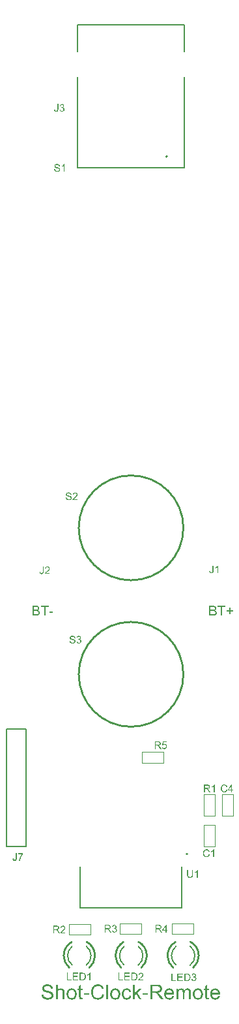
<source format=gbr>
%TF.GenerationSoftware,Altium Limited,Altium Designer,22.0.2 (36)*%
G04 Layer_Color=65535*
%FSLAX45Y45*%
%MOMM*%
%TF.SameCoordinates,235A8577-C031-4008-B0C2-8E77F4E3A316*%
%TF.FilePolarity,Positive*%
%TF.FileFunction,Legend,Top*%
%TF.Part,Single*%
G01*
G75*
%TA.AperFunction,NonConductor*%
%ADD45C,0.25400*%
%ADD46C,0.15240*%
%ADD47C,0.20000*%
%ADD48C,0.12000*%
%ADD49C,0.12700*%
G36*
X2484362Y-8483066D02*
X2445313D01*
X2440097Y-8509427D01*
X2440238Y-8509286D01*
X2440520Y-8509145D01*
X2440943Y-8508863D01*
X2441648Y-8508440D01*
X2442494Y-8508018D01*
X2443481Y-8507454D01*
X2445736Y-8506326D01*
X2448555Y-8505198D01*
X2451657Y-8504211D01*
X2455040Y-8503506D01*
X2456732Y-8503225D01*
X2459833D01*
X2460679Y-8503366D01*
X2461807Y-8503506D01*
X2463075Y-8503647D01*
X2464485Y-8503929D01*
X2466036Y-8504352D01*
X2469419Y-8505339D01*
X2471252Y-8506044D01*
X2473084Y-8507031D01*
X2474917Y-8508018D01*
X2476749Y-8509145D01*
X2478441Y-8510555D01*
X2480133Y-8512106D01*
X2480274Y-8512247D01*
X2480556Y-8512529D01*
X2480979Y-8512951D01*
X2481542Y-8513656D01*
X2482247Y-8514643D01*
X2482952Y-8515630D01*
X2483798Y-8516899D01*
X2484644Y-8518308D01*
X2485349Y-8519859D01*
X2486194Y-8521551D01*
X2486899Y-8523524D01*
X2487604Y-8525498D01*
X2488168Y-8527612D01*
X2488591Y-8530009D01*
X2488873Y-8532405D01*
X2489014Y-8534943D01*
Y-8535084D01*
Y-8535507D01*
Y-8536212D01*
X2488873Y-8537198D01*
X2488732Y-8538326D01*
X2488591Y-8539595D01*
X2488309Y-8541145D01*
X2488027Y-8542696D01*
X2487181Y-8546361D01*
X2485772Y-8550168D01*
X2484926Y-8552141D01*
X2483798Y-8553974D01*
X2482670Y-8555947D01*
X2481260Y-8557780D01*
X2481119Y-8557921D01*
X2480838Y-8558344D01*
X2480274Y-8558908D01*
X2479569Y-8559613D01*
X2478582Y-8560458D01*
X2477454Y-8561586D01*
X2476045Y-8562573D01*
X2474494Y-8563701D01*
X2472802Y-8564828D01*
X2470829Y-8565815D01*
X2468714Y-8566802D01*
X2466459Y-8567789D01*
X2464062Y-8568494D01*
X2461384Y-8569058D01*
X2458564Y-8569480D01*
X2455604Y-8569621D01*
X2454335D01*
X2453348Y-8569480D01*
X2452221Y-8569339D01*
X2450952Y-8569199D01*
X2449401Y-8569058D01*
X2447851Y-8568635D01*
X2444326Y-8567789D01*
X2440802Y-8566520D01*
X2438969Y-8565674D01*
X2437137Y-8564687D01*
X2435445Y-8563560D01*
X2433754Y-8562291D01*
X2433613Y-8562150D01*
X2433331Y-8562009D01*
X2433049Y-8561445D01*
X2432485Y-8560881D01*
X2431780Y-8560176D01*
X2431075Y-8559331D01*
X2430229Y-8558203D01*
X2429524Y-8556934D01*
X2428679Y-8555665D01*
X2427833Y-8554115D01*
X2426282Y-8550731D01*
X2425013Y-8546784D01*
X2424591Y-8544670D01*
X2424309Y-8542414D01*
X2436855Y-8541427D01*
Y-8541568D01*
Y-8541850D01*
X2436996Y-8542273D01*
X2437137Y-8542978D01*
X2437560Y-8544529D01*
X2438124Y-8546643D01*
X2438969Y-8548758D01*
X2440097Y-8551154D01*
X2441507Y-8553269D01*
X2443199Y-8555242D01*
X2443481Y-8555383D01*
X2444044Y-8555947D01*
X2445172Y-8556652D01*
X2446723Y-8557498D01*
X2448414Y-8558344D01*
X2450529Y-8559049D01*
X2452925Y-8559613D01*
X2455604Y-8559754D01*
X2456450D01*
X2457014Y-8559613D01*
X2458705Y-8559472D01*
X2460679Y-8558908D01*
X2463075Y-8558203D01*
X2465472Y-8557075D01*
X2468009Y-8555383D01*
X2469137Y-8554397D01*
X2470265Y-8553269D01*
X2470406Y-8553128D01*
X2470547Y-8552987D01*
X2470829Y-8552564D01*
X2471252Y-8552141D01*
X2472238Y-8550590D01*
X2473366Y-8548617D01*
X2474353Y-8546220D01*
X2475340Y-8543260D01*
X2476045Y-8539736D01*
X2476327Y-8537903D01*
Y-8535930D01*
Y-8535789D01*
Y-8535507D01*
Y-8534943D01*
X2476186Y-8534238D01*
Y-8533392D01*
X2476045Y-8532405D01*
X2475622Y-8530150D01*
X2474917Y-8527471D01*
X2473930Y-8524793D01*
X2472520Y-8522255D01*
X2470547Y-8519859D01*
Y-8519718D01*
X2470265Y-8519577D01*
X2469560Y-8518872D01*
X2468291Y-8517885D01*
X2466600Y-8516758D01*
X2464344Y-8515771D01*
X2461807Y-8514784D01*
X2458846Y-8514079D01*
X2457155Y-8513797D01*
X2454476D01*
X2453348Y-8513938D01*
X2451939Y-8514079D01*
X2450247Y-8514502D01*
X2448555Y-8514925D01*
X2446723Y-8515630D01*
X2444890Y-8516476D01*
X2444749Y-8516617D01*
X2444185Y-8516899D01*
X2443340Y-8517603D01*
X2442212Y-8518308D01*
X2441084Y-8519295D01*
X2439956Y-8520564D01*
X2438688Y-8521833D01*
X2437701Y-8523383D01*
X2426423Y-8521833D01*
X2435868Y-8471647D01*
X2484362D01*
Y-8483066D01*
D02*
G37*
G36*
X2377366Y-8470520D02*
X2378634D01*
X2381595Y-8470660D01*
X2384696Y-8471083D01*
X2388079Y-8471506D01*
X2391181Y-8472211D01*
X2392731Y-8472634D01*
X2394000Y-8473057D01*
X2394141D01*
X2394282Y-8473198D01*
X2395128Y-8473621D01*
X2396397Y-8474185D01*
X2397947Y-8475172D01*
X2399639Y-8476440D01*
X2401471Y-8478132D01*
X2403163Y-8480105D01*
X2404855Y-8482361D01*
Y-8482502D01*
X2404996Y-8482643D01*
X2405560Y-8483489D01*
X2406123Y-8484898D01*
X2406969Y-8486731D01*
X2407674Y-8488846D01*
X2408379Y-8491383D01*
X2408802Y-8494061D01*
X2408943Y-8497022D01*
Y-8497163D01*
Y-8497445D01*
Y-8498009D01*
X2408802Y-8498714D01*
Y-8499700D01*
X2408661Y-8500687D01*
X2408097Y-8503084D01*
X2407251Y-8505903D01*
X2406123Y-8508863D01*
X2404432Y-8511824D01*
X2403304Y-8513233D01*
X2402176Y-8514643D01*
X2402035Y-8514784D01*
X2401894Y-8514925D01*
X2401471Y-8515348D01*
X2400908Y-8515771D01*
X2400203Y-8516335D01*
X2399357Y-8516899D01*
X2398229Y-8517603D01*
X2397101Y-8518449D01*
X2395692Y-8519154D01*
X2394141Y-8519859D01*
X2392449Y-8520705D01*
X2390617Y-8521410D01*
X2388502Y-8521974D01*
X2386388Y-8522678D01*
X2383991Y-8523101D01*
X2381454Y-8523524D01*
X2381736Y-8523665D01*
X2382300Y-8523947D01*
X2383145Y-8524511D01*
X2384273Y-8525075D01*
X2386811Y-8526626D01*
X2388079Y-8527612D01*
X2389207Y-8528458D01*
X2389489Y-8528740D01*
X2390194Y-8529445D01*
X2391322Y-8530573D01*
X2392731Y-8531982D01*
X2394282Y-8533956D01*
X2396115Y-8536071D01*
X2397947Y-8538608D01*
X2399921Y-8541427D01*
X2416696Y-8567930D01*
X2400626D01*
X2387797Y-8547630D01*
Y-8547489D01*
X2387515Y-8547207D01*
X2387233Y-8546784D01*
X2386811Y-8546220D01*
X2385824Y-8544670D01*
X2384555Y-8542696D01*
X2383004Y-8540582D01*
X2381454Y-8538326D01*
X2379903Y-8536212D01*
X2378493Y-8534238D01*
X2378352Y-8534097D01*
X2377929Y-8533533D01*
X2377225Y-8532687D01*
X2376238Y-8531700D01*
X2374123Y-8529586D01*
X2372996Y-8528599D01*
X2371868Y-8527753D01*
X2371727Y-8527612D01*
X2371445Y-8527471D01*
X2370881Y-8527189D01*
X2370035Y-8526767D01*
X2369189Y-8526344D01*
X2368203Y-8525921D01*
X2365947Y-8525216D01*
X2365806D01*
X2365524Y-8525075D01*
X2364960D01*
X2364255Y-8524934D01*
X2363269Y-8524793D01*
X2362141D01*
X2360590Y-8524652D01*
X2343956D01*
Y-8567930D01*
X2330986D01*
Y-8470379D01*
X2376238D01*
X2377366Y-8470520D01*
D02*
G37*
G36*
X2485199Y-10914379D02*
X2498450D01*
Y-10925375D01*
X2485199D01*
Y-10948776D01*
X2473216D01*
Y-10925375D01*
X2430784D01*
Y-10914379D01*
X2475472Y-10851224D01*
X2485199D01*
Y-10914379D01*
D02*
G37*
G36*
X2387929Y-10851365D02*
X2389198D01*
X2392159Y-10851506D01*
X2395260Y-10851929D01*
X2398643Y-10852352D01*
X2401744Y-10853057D01*
X2403295Y-10853480D01*
X2404564Y-10853903D01*
X2404705D01*
X2404846Y-10854044D01*
X2405692Y-10854467D01*
X2406960Y-10855031D01*
X2408511Y-10856017D01*
X2410203Y-10857286D01*
X2412035Y-10858978D01*
X2413727Y-10860951D01*
X2415419Y-10863207D01*
Y-10863348D01*
X2415560Y-10863489D01*
X2416123Y-10864335D01*
X2416687Y-10865744D01*
X2417533Y-10867577D01*
X2418238Y-10869691D01*
X2418943Y-10872229D01*
X2419366Y-10874907D01*
X2419507Y-10877868D01*
Y-10878009D01*
Y-10878291D01*
Y-10878855D01*
X2419366Y-10879559D01*
Y-10880546D01*
X2419225Y-10881533D01*
X2418661Y-10883929D01*
X2417815Y-10886749D01*
X2416687Y-10889709D01*
X2414996Y-10892670D01*
X2413868Y-10894079D01*
X2412740Y-10895489D01*
X2412599Y-10895630D01*
X2412458Y-10895771D01*
X2412035Y-10896194D01*
X2411471Y-10896617D01*
X2410767Y-10897181D01*
X2409921Y-10897745D01*
X2408793Y-10898449D01*
X2407665Y-10899295D01*
X2406256Y-10900000D01*
X2404705Y-10900705D01*
X2403013Y-10901551D01*
X2401181Y-10902256D01*
X2399066Y-10902819D01*
X2396952Y-10903524D01*
X2394555Y-10903947D01*
X2392018Y-10904370D01*
X2392300Y-10904511D01*
X2392863Y-10904793D01*
X2393709Y-10905357D01*
X2394837Y-10905921D01*
X2397374Y-10907471D01*
X2398643Y-10908458D01*
X2399771Y-10909304D01*
X2400053Y-10909586D01*
X2400758Y-10910291D01*
X2401885Y-10911419D01*
X2403295Y-10912828D01*
X2404846Y-10914802D01*
X2406678Y-10916916D01*
X2408511Y-10919454D01*
X2410485Y-10922273D01*
X2427260Y-10948776D01*
X2411189D01*
X2398361Y-10928476D01*
Y-10928335D01*
X2398079Y-10928053D01*
X2397797Y-10927630D01*
X2397374Y-10927066D01*
X2396388Y-10925516D01*
X2395119Y-10923542D01*
X2393568Y-10921427D01*
X2392018Y-10919172D01*
X2390467Y-10917057D01*
X2389057Y-10915084D01*
X2388916Y-10914943D01*
X2388493Y-10914379D01*
X2387788Y-10913533D01*
X2386802Y-10912546D01*
X2384687Y-10910432D01*
X2383559Y-10909445D01*
X2382432Y-10908599D01*
X2382291Y-10908458D01*
X2382009Y-10908317D01*
X2381445Y-10908035D01*
X2380599Y-10907612D01*
X2379753Y-10907190D01*
X2378766Y-10906767D01*
X2376511Y-10906062D01*
X2376370D01*
X2376088Y-10905921D01*
X2375524D01*
X2374819Y-10905780D01*
X2373832Y-10905639D01*
X2372705D01*
X2371154Y-10905498D01*
X2354520D01*
Y-10948776D01*
X2341550D01*
Y-10851224D01*
X2386802D01*
X2387929Y-10851365D01*
D02*
G37*
G36*
X1808212Y-10850308D02*
X1810044Y-10850590D01*
X1812300Y-10851013D01*
X1814837Y-10851718D01*
X1817375Y-10852564D01*
X1819912Y-10853691D01*
X1820053D01*
X1820194Y-10853832D01*
X1821040Y-10854255D01*
X1822309Y-10855101D01*
X1823718Y-10856088D01*
X1825410Y-10857497D01*
X1827102Y-10859048D01*
X1828793Y-10860881D01*
X1830203Y-10862995D01*
X1830344Y-10863277D01*
X1830767Y-10863982D01*
X1831331Y-10865251D01*
X1832036Y-10866801D01*
X1832741Y-10868634D01*
X1833304Y-10870749D01*
X1833727Y-10873145D01*
X1833868Y-10875542D01*
Y-10875824D01*
Y-10876669D01*
X1833727Y-10877797D01*
X1833445Y-10879348D01*
X1833022Y-10881180D01*
X1832318Y-10883154D01*
X1831472Y-10885128D01*
X1830344Y-10887101D01*
X1830203Y-10887383D01*
X1829780Y-10887947D01*
X1828934Y-10888934D01*
X1827807Y-10890062D01*
X1826397Y-10891330D01*
X1824705Y-10892740D01*
X1822732Y-10894009D01*
X1820335Y-10895277D01*
X1820476D01*
X1820758Y-10895418D01*
X1821181Y-10895559D01*
X1821745Y-10895700D01*
X1823296Y-10896264D01*
X1825269Y-10897110D01*
X1827525Y-10898238D01*
X1829780Y-10899647D01*
X1831895Y-10901480D01*
X1833868Y-10903595D01*
X1834009Y-10903877D01*
X1834573Y-10904722D01*
X1835419Y-10906132D01*
X1836265Y-10907965D01*
X1837111Y-10910220D01*
X1837956Y-10912899D01*
X1838520Y-10916000D01*
X1838661Y-10919383D01*
Y-10919524D01*
Y-10919947D01*
Y-10920652D01*
X1838520Y-10921498D01*
X1838379Y-10922626D01*
X1838097Y-10923894D01*
X1837815Y-10925304D01*
X1837534Y-10926855D01*
X1836406Y-10930238D01*
X1835560Y-10932071D01*
X1834714Y-10933762D01*
X1833586Y-10935595D01*
X1832318Y-10937427D01*
X1830908Y-10939260D01*
X1829216Y-10940952D01*
X1829075Y-10941093D01*
X1828793Y-10941375D01*
X1828230Y-10941798D01*
X1827525Y-10942361D01*
X1826679Y-10943066D01*
X1825551Y-10943771D01*
X1824282Y-10944617D01*
X1822732Y-10945322D01*
X1821181Y-10946168D01*
X1819348Y-10947013D01*
X1817516Y-10947718D01*
X1815401Y-10948423D01*
X1813146Y-10948987D01*
X1810749Y-10949410D01*
X1808353Y-10949692D01*
X1805674Y-10949833D01*
X1804406D01*
X1803560Y-10949692D01*
X1802432Y-10949551D01*
X1801163Y-10949410D01*
X1799754Y-10949128D01*
X1798203Y-10948846D01*
X1794820Y-10948000D01*
X1791295Y-10946591D01*
X1789463Y-10945745D01*
X1787771Y-10944758D01*
X1786079Y-10943489D01*
X1784388Y-10942220D01*
X1784247Y-10942079D01*
X1783965Y-10941798D01*
X1783542Y-10941375D01*
X1783119Y-10940811D01*
X1782414Y-10940106D01*
X1781709Y-10939119D01*
X1780864Y-10938132D01*
X1780018Y-10936864D01*
X1779172Y-10935454D01*
X1778326Y-10934044D01*
X1776775Y-10930661D01*
X1775507Y-10926714D01*
X1775084Y-10924599D01*
X1774802Y-10922344D01*
X1786784Y-10920793D01*
Y-10920934D01*
X1786925Y-10921216D01*
X1787066Y-10921780D01*
X1787207Y-10922485D01*
X1787348Y-10923330D01*
X1787630Y-10924317D01*
X1788335Y-10926432D01*
X1789322Y-10928969D01*
X1790591Y-10931366D01*
X1792000Y-10933621D01*
X1793692Y-10935595D01*
X1793974Y-10935736D01*
X1794538Y-10936300D01*
X1795665Y-10937005D01*
X1797075Y-10937709D01*
X1798767Y-10938555D01*
X1800881Y-10939260D01*
X1803278Y-10939824D01*
X1805815Y-10939965D01*
X1806661D01*
X1807225Y-10939824D01*
X1808776Y-10939683D01*
X1810749Y-10939260D01*
X1813005Y-10938555D01*
X1815401Y-10937568D01*
X1817798Y-10936159D01*
X1820053Y-10934185D01*
X1820335Y-10933903D01*
X1821040Y-10933057D01*
X1821886Y-10931789D01*
X1823014Y-10930097D01*
X1824141Y-10927982D01*
X1824987Y-10925586D01*
X1825692Y-10922767D01*
X1825974Y-10919665D01*
Y-10919524D01*
Y-10919242D01*
Y-10918819D01*
X1825833Y-10918256D01*
X1825692Y-10916705D01*
X1825269Y-10914872D01*
X1824705Y-10912617D01*
X1823718Y-10910361D01*
X1822309Y-10908106D01*
X1820476Y-10905991D01*
X1820194Y-10905709D01*
X1819489Y-10905145D01*
X1818362Y-10904300D01*
X1816811Y-10903313D01*
X1814837Y-10902326D01*
X1812441Y-10901480D01*
X1809762Y-10900916D01*
X1806802Y-10900634D01*
X1805533D01*
X1804547Y-10900775D01*
X1803278Y-10900916D01*
X1801868Y-10901198D01*
X1800176Y-10901480D01*
X1798344Y-10901903D01*
X1799754Y-10891330D01*
X1800458D01*
X1801022Y-10891471D01*
X1802855D01*
X1804406Y-10891189D01*
X1806238Y-10890907D01*
X1808353Y-10890484D01*
X1810749Y-10889780D01*
X1813005Y-10888793D01*
X1815401Y-10887524D01*
X1815542D01*
X1815683Y-10887383D01*
X1816388Y-10886819D01*
X1817375Y-10885832D01*
X1818503Y-10884564D01*
X1819630Y-10882731D01*
X1820617Y-10880617D01*
X1821322Y-10878220D01*
X1821604Y-10876810D01*
Y-10875260D01*
Y-10875119D01*
Y-10874978D01*
Y-10874132D01*
X1821322Y-10873004D01*
X1821040Y-10871453D01*
X1820476Y-10869762D01*
X1819771Y-10867929D01*
X1818644Y-10866097D01*
X1817093Y-10864405D01*
X1816952Y-10864264D01*
X1816247Y-10863700D01*
X1815260Y-10862995D01*
X1813992Y-10862149D01*
X1812300Y-10861445D01*
X1810326Y-10860740D01*
X1808071Y-10860176D01*
X1805533Y-10860035D01*
X1804406D01*
X1803137Y-10860317D01*
X1801445Y-10860599D01*
X1799613Y-10861163D01*
X1797780Y-10861868D01*
X1795806Y-10862995D01*
X1793974Y-10864405D01*
X1793833Y-10864546D01*
X1793269Y-10865251D01*
X1792423Y-10866238D01*
X1791436Y-10867647D01*
X1790450Y-10869480D01*
X1789463Y-10871735D01*
X1788617Y-10874414D01*
X1788053Y-10877515D01*
X1776071Y-10875401D01*
Y-10875260D01*
X1776212Y-10874837D01*
X1776353Y-10874273D01*
X1776494Y-10873427D01*
X1776775Y-10872440D01*
X1777198Y-10871313D01*
X1778044Y-10868634D01*
X1779454Y-10865533D01*
X1781146Y-10862431D01*
X1783260Y-10859471D01*
X1785939Y-10856793D01*
X1786079Y-10856652D01*
X1786361Y-10856511D01*
X1786784Y-10856229D01*
X1787348Y-10855806D01*
X1788053Y-10855242D01*
X1789040Y-10854678D01*
X1790027Y-10854114D01*
X1791295Y-10853409D01*
X1794115Y-10852282D01*
X1797357Y-10851154D01*
X1801163Y-10850449D01*
X1803137Y-10850167D01*
X1806661D01*
X1808212Y-10850308D01*
D02*
G37*
G36*
X1727718Y-10850731D02*
X1728987D01*
X1731947Y-10850872D01*
X1735048Y-10851295D01*
X1738432Y-10851718D01*
X1741533Y-10852423D01*
X1743084Y-10852845D01*
X1744352Y-10853268D01*
X1744493D01*
X1744634Y-10853409D01*
X1745480Y-10853832D01*
X1746749Y-10854396D01*
X1748300Y-10855383D01*
X1749991Y-10856652D01*
X1751824Y-10858343D01*
X1753515Y-10860317D01*
X1755207Y-10862572D01*
Y-10862713D01*
X1755348Y-10862854D01*
X1755912Y-10863700D01*
X1756476Y-10865110D01*
X1757322Y-10866942D01*
X1758026Y-10869057D01*
X1758731Y-10871594D01*
X1759154Y-10874273D01*
X1759295Y-10877233D01*
Y-10877374D01*
Y-10877656D01*
Y-10878220D01*
X1759154Y-10878925D01*
Y-10879912D01*
X1759013Y-10880898D01*
X1758449Y-10883295D01*
X1757604Y-10886114D01*
X1756476Y-10889075D01*
X1754784Y-10892035D01*
X1753656Y-10893445D01*
X1752529Y-10894855D01*
X1752388Y-10894995D01*
X1752247Y-10895136D01*
X1751824Y-10895559D01*
X1751260Y-10895982D01*
X1750555Y-10896546D01*
X1749709Y-10897110D01*
X1748581Y-10897815D01*
X1747454Y-10898661D01*
X1746044Y-10899366D01*
X1744493Y-10900070D01*
X1742802Y-10900916D01*
X1740969Y-10901621D01*
X1738855Y-10902185D01*
X1736740Y-10902890D01*
X1734343Y-10903313D01*
X1731806Y-10903736D01*
X1732088Y-10903877D01*
X1732652Y-10904159D01*
X1733498Y-10904722D01*
X1734625Y-10905286D01*
X1737163Y-10906837D01*
X1738432Y-10907824D01*
X1739559Y-10908670D01*
X1739841Y-10908952D01*
X1740546Y-10909656D01*
X1741674Y-10910784D01*
X1743084Y-10912194D01*
X1744634Y-10914167D01*
X1746467Y-10916282D01*
X1748300Y-10918819D01*
X1750273Y-10921639D01*
X1767049Y-10948141D01*
X1750978D01*
X1738150Y-10927841D01*
Y-10927701D01*
X1737868Y-10927419D01*
X1737586Y-10926996D01*
X1737163Y-10926432D01*
X1736176Y-10924881D01*
X1734907Y-10922908D01*
X1733357Y-10920793D01*
X1731806Y-10918537D01*
X1730255Y-10916423D01*
X1728846Y-10914449D01*
X1728705Y-10914308D01*
X1728282Y-10913744D01*
X1727577Y-10912899D01*
X1726590Y-10911912D01*
X1724476Y-10909797D01*
X1723348Y-10908811D01*
X1722220Y-10907965D01*
X1722079Y-10907824D01*
X1721797Y-10907683D01*
X1721233Y-10907401D01*
X1720387Y-10906978D01*
X1719542Y-10906555D01*
X1718555Y-10906132D01*
X1716299Y-10905427D01*
X1716158D01*
X1715876Y-10905286D01*
X1715313D01*
X1714608Y-10905145D01*
X1713621Y-10905004D01*
X1712493D01*
X1710942Y-10904863D01*
X1694308D01*
Y-10948141D01*
X1681339D01*
Y-10850590D01*
X1726590D01*
X1727718Y-10850731D01*
D02*
G37*
G36*
X1139833Y-10861154D02*
X1140961Y-10861295D01*
X1142371Y-10861436D01*
X1143921Y-10861718D01*
X1145472Y-10862000D01*
X1149137Y-10862986D01*
X1152802Y-10864396D01*
X1154635Y-10865242D01*
X1156468Y-10866229D01*
X1158159Y-10867497D01*
X1159710Y-10868907D01*
X1159851Y-10869048D01*
X1160133Y-10869189D01*
X1160415Y-10869753D01*
X1160979Y-10870317D01*
X1161683Y-10871022D01*
X1162388Y-10872008D01*
X1163093Y-10872995D01*
X1163939Y-10874264D01*
X1165349Y-10876942D01*
X1166758Y-10880326D01*
X1167322Y-10882017D01*
X1167604Y-10883991D01*
X1167886Y-10885965D01*
X1168027Y-10888079D01*
Y-10888361D01*
Y-10889066D01*
X1167886Y-10890194D01*
X1167745Y-10891744D01*
X1167463Y-10893436D01*
X1166899Y-10895410D01*
X1166335Y-10897524D01*
X1165490Y-10899639D01*
X1165349Y-10899921D01*
X1165067Y-10900625D01*
X1164503Y-10901753D01*
X1163657Y-10903304D01*
X1162529Y-10904995D01*
X1161120Y-10907110D01*
X1159428Y-10909225D01*
X1157454Y-10911621D01*
X1157172Y-10911903D01*
X1156468Y-10912749D01*
X1155763Y-10913454D01*
X1155058Y-10914159D01*
X1154212Y-10915004D01*
X1153084Y-10916132D01*
X1151957Y-10917260D01*
X1150547Y-10918529D01*
X1149137Y-10919938D01*
X1147446Y-10921489D01*
X1145613Y-10923040D01*
X1143639Y-10924872D01*
X1141384Y-10926705D01*
X1139128Y-10928678D01*
X1138987Y-10928819D01*
X1138705Y-10929101D01*
X1138141Y-10929524D01*
X1137437Y-10930088D01*
X1136591Y-10930934D01*
X1135604Y-10931780D01*
X1133349Y-10933612D01*
X1130952Y-10935727D01*
X1128696Y-10937841D01*
X1126723Y-10939674D01*
X1125877Y-10940379D01*
X1125172Y-10941084D01*
X1125031Y-10941225D01*
X1124608Y-10941648D01*
X1124044Y-10942212D01*
X1123340Y-10943057D01*
X1122635Y-10944044D01*
X1121789Y-10945031D01*
X1120097Y-10947427D01*
X1168168D01*
Y-10958987D01*
X1103463D01*
Y-10958846D01*
Y-10958282D01*
Y-10957436D01*
X1103604Y-10956309D01*
X1103745Y-10955040D01*
X1104027Y-10953630D01*
X1104309Y-10952220D01*
X1104873Y-10950670D01*
Y-10950529D01*
X1105014Y-10950388D01*
X1105295Y-10949542D01*
X1105859Y-10948273D01*
X1106705Y-10946582D01*
X1107833Y-10944608D01*
X1109243Y-10942353D01*
X1110793Y-10940097D01*
X1112767Y-10937701D01*
Y-10937560D01*
X1113049Y-10937419D01*
X1113754Y-10936573D01*
X1115022Y-10935304D01*
X1116855Y-10933471D01*
X1118970Y-10931357D01*
X1121648Y-10928819D01*
X1124890Y-10926000D01*
X1128415Y-10923040D01*
X1128556Y-10922899D01*
X1129119Y-10922476D01*
X1129965Y-10921771D01*
X1130952Y-10920925D01*
X1132221Y-10919797D01*
X1133771Y-10918529D01*
X1135322Y-10917119D01*
X1137155Y-10915568D01*
X1140679Y-10912185D01*
X1144203Y-10908802D01*
X1145895Y-10907110D01*
X1147446Y-10905418D01*
X1148855Y-10903868D01*
X1149983Y-10902317D01*
Y-10902176D01*
X1150265Y-10902035D01*
X1150547Y-10901612D01*
X1150829Y-10901048D01*
X1151816Y-10899498D01*
X1152943Y-10897665D01*
X1153930Y-10895410D01*
X1154917Y-10893013D01*
X1155481Y-10890335D01*
X1155763Y-10887797D01*
Y-10887656D01*
Y-10887515D01*
X1155622Y-10886669D01*
X1155481Y-10885260D01*
X1155058Y-10883709D01*
X1154494Y-10881735D01*
X1153507Y-10879762D01*
X1152238Y-10877788D01*
X1150547Y-10875815D01*
X1150265Y-10875533D01*
X1149560Y-10874969D01*
X1148573Y-10874264D01*
X1147023Y-10873277D01*
X1145049Y-10872431D01*
X1142793Y-10871586D01*
X1140115Y-10871022D01*
X1137155Y-10870881D01*
X1136309D01*
X1135745Y-10871022D01*
X1134053Y-10871163D01*
X1132080Y-10871586D01*
X1129965Y-10872149D01*
X1127569Y-10873136D01*
X1125313Y-10874405D01*
X1123199Y-10876097D01*
X1122917Y-10876379D01*
X1122353Y-10877083D01*
X1121507Y-10878211D01*
X1120661Y-10879903D01*
X1119674Y-10881876D01*
X1118829Y-10884414D01*
X1118265Y-10887233D01*
X1117983Y-10890476D01*
X1105718Y-10889207D01*
Y-10889066D01*
X1105859Y-10888643D01*
Y-10887938D01*
X1106000Y-10886951D01*
X1106282Y-10885824D01*
X1106564Y-10884555D01*
X1106987Y-10883004D01*
X1107410Y-10881453D01*
X1108538Y-10878070D01*
X1110229Y-10874687D01*
X1111216Y-10872995D01*
X1112485Y-10871304D01*
X1113754Y-10869753D01*
X1115163Y-10868343D01*
X1115304Y-10868202D01*
X1115586Y-10868061D01*
X1116009Y-10867638D01*
X1116714Y-10867216D01*
X1117560Y-10866652D01*
X1118547Y-10866088D01*
X1119674Y-10865383D01*
X1121084Y-10864678D01*
X1122635Y-10863973D01*
X1124326Y-10863268D01*
X1126159Y-10862704D01*
X1128133Y-10862141D01*
X1130247Y-10861718D01*
X1132503Y-10861295D01*
X1134899Y-10861154D01*
X1137437Y-10861013D01*
X1138846D01*
X1139833Y-10861154D01*
D02*
G37*
G36*
X1058211Y-10861577D02*
X1059480D01*
X1062441Y-10861718D01*
X1065542Y-10862141D01*
X1068925Y-10862563D01*
X1072027Y-10863268D01*
X1073577Y-10863691D01*
X1074846Y-10864114D01*
X1074987D01*
X1075128Y-10864255D01*
X1075974Y-10864678D01*
X1077242Y-10865242D01*
X1078793Y-10866229D01*
X1080485Y-10867497D01*
X1082317Y-10869189D01*
X1084009Y-10871163D01*
X1085701Y-10873418D01*
Y-10873559D01*
X1085842Y-10873700D01*
X1086405Y-10874546D01*
X1086969Y-10875956D01*
X1087815Y-10877788D01*
X1088520Y-10879903D01*
X1089225Y-10882440D01*
X1089648Y-10885119D01*
X1089789Y-10888079D01*
Y-10888220D01*
Y-10888502D01*
Y-10889066D01*
X1089648Y-10889771D01*
Y-10890757D01*
X1089507Y-10891744D01*
X1088943Y-10894141D01*
X1088097Y-10896960D01*
X1086969Y-10899921D01*
X1085278Y-10902881D01*
X1084150Y-10904291D01*
X1083022Y-10905700D01*
X1082881Y-10905841D01*
X1082740Y-10905982D01*
X1082317Y-10906405D01*
X1081753Y-10906828D01*
X1081049Y-10907392D01*
X1080203Y-10907956D01*
X1079075Y-10908661D01*
X1077947Y-10909507D01*
X1076538Y-10910211D01*
X1074987Y-10910916D01*
X1073295Y-10911762D01*
X1071463Y-10912467D01*
X1069348Y-10913031D01*
X1067234Y-10913736D01*
X1064837Y-10914159D01*
X1062300Y-10914581D01*
X1062582Y-10914722D01*
X1063145Y-10915004D01*
X1063991Y-10915568D01*
X1065119Y-10916132D01*
X1067656Y-10917683D01*
X1068925Y-10918670D01*
X1070053Y-10919515D01*
X1070335Y-10919797D01*
X1071040Y-10920502D01*
X1072168Y-10921630D01*
X1073577Y-10923040D01*
X1075128Y-10925013D01*
X1076961Y-10927128D01*
X1078793Y-10929665D01*
X1080767Y-10932485D01*
X1097542Y-10958987D01*
X1081472D01*
X1068643Y-10938687D01*
Y-10938546D01*
X1068361Y-10938264D01*
X1068079Y-10937841D01*
X1067656Y-10937278D01*
X1066670Y-10935727D01*
X1065401Y-10933753D01*
X1063850Y-10931639D01*
X1062300Y-10929383D01*
X1060749Y-10927269D01*
X1059339Y-10925295D01*
X1059198Y-10925154D01*
X1058775Y-10924590D01*
X1058071Y-10923744D01*
X1057084Y-10922758D01*
X1054969Y-10920643D01*
X1053841Y-10919656D01*
X1052714Y-10918811D01*
X1052573Y-10918670D01*
X1052291Y-10918529D01*
X1051727Y-10918247D01*
X1050881Y-10917824D01*
X1050035Y-10917401D01*
X1049048Y-10916978D01*
X1046793Y-10916273D01*
X1046652D01*
X1046370Y-10916132D01*
X1045806D01*
X1045101Y-10915991D01*
X1044114Y-10915850D01*
X1042987D01*
X1041436Y-10915709D01*
X1024802D01*
Y-10958987D01*
X1011832D01*
Y-10861436D01*
X1057084D01*
X1058211Y-10861577D01*
D02*
G37*
G36*
X2841948Y-11480308D02*
X2843780Y-11480590D01*
X2846036Y-11481013D01*
X2848573Y-11481718D01*
X2851111Y-11482564D01*
X2853648Y-11483691D01*
X2853789D01*
X2853930Y-11483832D01*
X2854776Y-11484255D01*
X2856045Y-11485101D01*
X2857455Y-11486088D01*
X2859146Y-11487497D01*
X2860838Y-11489048D01*
X2862529Y-11490881D01*
X2863939Y-11492995D01*
X2864080Y-11493277D01*
X2864503Y-11493982D01*
X2865067Y-11495251D01*
X2865772Y-11496801D01*
X2866477Y-11498634D01*
X2867040Y-11500749D01*
X2867463Y-11503145D01*
X2867604Y-11505542D01*
Y-11505824D01*
Y-11506669D01*
X2867463Y-11507797D01*
X2867181Y-11509348D01*
X2866759Y-11511180D01*
X2866054Y-11513154D01*
X2865208Y-11515128D01*
X2864080Y-11517101D01*
X2863939Y-11517383D01*
X2863516Y-11517947D01*
X2862670Y-11518934D01*
X2861543Y-11520062D01*
X2860133Y-11521330D01*
X2858441Y-11522740D01*
X2856468Y-11524009D01*
X2854071Y-11525277D01*
X2854212D01*
X2854494Y-11525418D01*
X2854917Y-11525559D01*
X2855481Y-11525700D01*
X2857032Y-11526264D01*
X2859005Y-11527110D01*
X2861261Y-11528238D01*
X2863516Y-11529648D01*
X2865631Y-11531480D01*
X2867604Y-11533595D01*
X2867745Y-11533877D01*
X2868309Y-11534722D01*
X2869155Y-11536132D01*
X2870001Y-11537965D01*
X2870847Y-11540220D01*
X2871693Y-11542899D01*
X2872256Y-11546000D01*
X2872397Y-11549383D01*
Y-11549524D01*
Y-11549947D01*
Y-11550652D01*
X2872256Y-11551498D01*
X2872115Y-11552626D01*
X2871833Y-11553894D01*
X2871552Y-11555304D01*
X2871270Y-11556855D01*
X2870142Y-11560238D01*
X2869296Y-11562071D01*
X2868450Y-11563762D01*
X2867322Y-11565595D01*
X2866054Y-11567427D01*
X2864644Y-11569260D01*
X2862952Y-11570952D01*
X2862811Y-11571093D01*
X2862529Y-11571375D01*
X2861966Y-11571798D01*
X2861261Y-11572361D01*
X2860415Y-11573066D01*
X2859287Y-11573771D01*
X2858018Y-11574617D01*
X2856468Y-11575322D01*
X2854917Y-11576168D01*
X2853084Y-11577013D01*
X2851252Y-11577718D01*
X2849137Y-11578423D01*
X2846882Y-11578987D01*
X2844485Y-11579410D01*
X2842089Y-11579692D01*
X2839410Y-11579833D01*
X2838142D01*
X2837296Y-11579692D01*
X2836168Y-11579551D01*
X2834899Y-11579410D01*
X2833490Y-11579128D01*
X2831939Y-11578846D01*
X2828556Y-11578000D01*
X2825031Y-11576591D01*
X2823199Y-11575745D01*
X2821507Y-11574758D01*
X2819816Y-11573489D01*
X2818124Y-11572220D01*
X2817983Y-11572079D01*
X2817701Y-11571798D01*
X2817278Y-11571375D01*
X2816855Y-11570811D01*
X2816150Y-11570106D01*
X2815445Y-11569119D01*
X2814600Y-11568132D01*
X2813754Y-11566864D01*
X2812908Y-11565454D01*
X2812062Y-11564044D01*
X2810512Y-11560661D01*
X2809243Y-11556714D01*
X2808820Y-11554599D01*
X2808538Y-11552344D01*
X2820520Y-11550793D01*
Y-11550934D01*
X2820661Y-11551216D01*
X2820802Y-11551780D01*
X2820943Y-11552485D01*
X2821084Y-11553330D01*
X2821366Y-11554317D01*
X2822071Y-11556432D01*
X2823058Y-11558969D01*
X2824327Y-11561366D01*
X2825736Y-11563621D01*
X2827428Y-11565595D01*
X2827710Y-11565736D01*
X2828274Y-11566300D01*
X2829402Y-11567005D01*
X2830811Y-11567709D01*
X2832503Y-11568555D01*
X2834617Y-11569260D01*
X2837014Y-11569824D01*
X2839551Y-11569965D01*
X2840397D01*
X2840961Y-11569824D01*
X2842512Y-11569683D01*
X2844485Y-11569260D01*
X2846741Y-11568555D01*
X2849137Y-11567568D01*
X2851534Y-11566159D01*
X2853789Y-11564185D01*
X2854071Y-11563903D01*
X2854776Y-11563057D01*
X2855622Y-11561789D01*
X2856750Y-11560097D01*
X2857877Y-11557982D01*
X2858723Y-11555586D01*
X2859428Y-11552767D01*
X2859710Y-11549665D01*
Y-11549524D01*
Y-11549242D01*
Y-11548819D01*
X2859569Y-11548256D01*
X2859428Y-11546705D01*
X2859005Y-11544872D01*
X2858441Y-11542617D01*
X2857455Y-11540361D01*
X2856045Y-11538106D01*
X2854212Y-11535991D01*
X2853930Y-11535709D01*
X2853225Y-11535145D01*
X2852098Y-11534300D01*
X2850547Y-11533313D01*
X2848573Y-11532326D01*
X2846177Y-11531480D01*
X2843499Y-11530916D01*
X2840538Y-11530634D01*
X2839269D01*
X2838283Y-11530775D01*
X2837014Y-11530916D01*
X2835604Y-11531198D01*
X2833913Y-11531480D01*
X2832080Y-11531903D01*
X2833490Y-11521330D01*
X2834194D01*
X2834758Y-11521471D01*
X2836591D01*
X2838142Y-11521189D01*
X2839974Y-11520907D01*
X2842089Y-11520484D01*
X2844485Y-11519780D01*
X2846741Y-11518793D01*
X2849137Y-11517524D01*
X2849278D01*
X2849419Y-11517383D01*
X2850124Y-11516819D01*
X2851111Y-11515832D01*
X2852239Y-11514564D01*
X2853366Y-11512731D01*
X2854353Y-11510617D01*
X2855058Y-11508220D01*
X2855340Y-11506810D01*
Y-11505260D01*
Y-11505119D01*
Y-11504978D01*
Y-11504132D01*
X2855058Y-11503004D01*
X2854776Y-11501454D01*
X2854212Y-11499762D01*
X2853507Y-11497929D01*
X2852380Y-11496097D01*
X2850829Y-11494405D01*
X2850688Y-11494264D01*
X2849983Y-11493700D01*
X2848996Y-11492995D01*
X2847728Y-11492149D01*
X2846036Y-11491445D01*
X2844062Y-11490740D01*
X2841807Y-11490176D01*
X2839269Y-11490035D01*
X2838142D01*
X2836873Y-11490317D01*
X2835181Y-11490599D01*
X2833349Y-11491163D01*
X2831516Y-11491868D01*
X2829542Y-11492995D01*
X2827710Y-11494405D01*
X2827569Y-11494546D01*
X2827005Y-11495251D01*
X2826159Y-11496238D01*
X2825172Y-11497647D01*
X2824186Y-11499480D01*
X2823199Y-11501735D01*
X2822353Y-11504414D01*
X2821789Y-11507515D01*
X2809807Y-11505401D01*
Y-11505260D01*
X2809948Y-11504837D01*
X2810089Y-11504273D01*
X2810230Y-11503427D01*
X2810512Y-11502440D01*
X2810934Y-11501313D01*
X2811780Y-11498634D01*
X2813190Y-11495533D01*
X2814882Y-11492431D01*
X2816996Y-11489471D01*
X2819675Y-11486793D01*
X2819816Y-11486652D01*
X2820097Y-11486511D01*
X2820520Y-11486229D01*
X2821084Y-11485806D01*
X2821789Y-11485242D01*
X2822776Y-11484678D01*
X2823763Y-11484114D01*
X2825031Y-11483409D01*
X2827851Y-11482282D01*
X2831093Y-11481154D01*
X2834899Y-11480449D01*
X2836873Y-11480167D01*
X2840397D01*
X2841948Y-11480308D01*
D02*
G37*
G36*
X2754969Y-11480731D02*
X2757789Y-11480872D01*
X2760608Y-11481154D01*
X2763428Y-11481577D01*
X2765824Y-11482000D01*
X2765965D01*
X2766247Y-11482141D01*
X2766670D01*
X2767234Y-11482423D01*
X2768784Y-11482845D01*
X2770758Y-11483550D01*
X2773014Y-11484537D01*
X2775410Y-11485806D01*
X2777806Y-11487216D01*
X2780062Y-11489048D01*
X2780203Y-11489189D01*
X2780344Y-11489330D01*
X2780767Y-11489753D01*
X2781331Y-11490176D01*
X2782740Y-11491586D01*
X2784432Y-11493559D01*
X2786265Y-11495956D01*
X2788238Y-11498775D01*
X2790071Y-11502017D01*
X2791622Y-11505683D01*
Y-11505824D01*
X2791763Y-11506106D01*
X2792044Y-11506669D01*
X2792185Y-11507515D01*
X2792608Y-11508502D01*
X2792890Y-11509630D01*
X2793172Y-11510898D01*
X2793595Y-11512449D01*
X2794018Y-11514000D01*
X2794300Y-11515832D01*
X2795005Y-11519780D01*
X2795428Y-11524150D01*
X2795569Y-11528943D01*
Y-11529084D01*
Y-11529366D01*
Y-11530070D01*
Y-11530775D01*
X2795428Y-11531762D01*
Y-11532890D01*
X2795287Y-11535568D01*
X2794864Y-11538670D01*
X2794441Y-11541912D01*
X2793736Y-11545295D01*
X2792890Y-11548678D01*
Y-11548819D01*
X2792749Y-11549101D01*
X2792608Y-11549524D01*
X2792467Y-11550088D01*
X2791903Y-11551639D01*
X2791058Y-11553612D01*
X2790212Y-11555868D01*
X2789084Y-11558123D01*
X2787674Y-11560520D01*
X2786265Y-11562775D01*
X2786124Y-11563057D01*
X2785560Y-11563762D01*
X2784714Y-11564749D01*
X2783586Y-11566018D01*
X2782318Y-11567427D01*
X2780767Y-11568837D01*
X2779216Y-11570388D01*
X2777384Y-11571657D01*
X2777102Y-11571798D01*
X2776538Y-11572220D01*
X2775551Y-11572784D01*
X2774141Y-11573489D01*
X2772450Y-11574335D01*
X2770476Y-11575040D01*
X2768221Y-11575886D01*
X2765683Y-11576591D01*
X2765401D01*
X2764978Y-11576731D01*
X2764555Y-11576872D01*
X2763146Y-11577013D01*
X2761172Y-11577295D01*
X2758917Y-11577577D01*
X2756238Y-11577859D01*
X2753278Y-11578000D01*
X2750035Y-11578141D01*
X2714934D01*
Y-11480590D01*
X2752432D01*
X2754969Y-11480731D01*
D02*
G37*
G36*
X2694775Y-11492149D02*
X2637118D01*
Y-11521894D01*
X2691110D01*
Y-11533454D01*
X2637118D01*
Y-11566582D01*
X2697031D01*
Y-11578141D01*
X2624149D01*
Y-11480590D01*
X2694775D01*
Y-11492149D01*
D02*
G37*
G36*
X2560572Y-11566582D02*
X2608642D01*
Y-11578141D01*
X2547602D01*
Y-11480590D01*
X2560572D01*
Y-11566582D01*
D02*
G37*
G36*
X2153569Y-11471154D02*
X2154697Y-11471295D01*
X2156107Y-11471436D01*
X2157657Y-11471718D01*
X2159208Y-11472000D01*
X2162873Y-11472986D01*
X2166538Y-11474396D01*
X2168371Y-11475242D01*
X2170204Y-11476229D01*
X2171895Y-11477497D01*
X2173446Y-11478907D01*
X2173587Y-11479048D01*
X2173869Y-11479189D01*
X2174151Y-11479753D01*
X2174715Y-11480317D01*
X2175420Y-11481022D01*
X2176124Y-11482009D01*
X2176829Y-11482995D01*
X2177675Y-11484264D01*
X2179085Y-11486942D01*
X2180494Y-11490326D01*
X2181058Y-11492017D01*
X2181340Y-11493991D01*
X2181622Y-11495965D01*
X2181763Y-11498079D01*
Y-11498361D01*
Y-11499066D01*
X2181622Y-11500194D01*
X2181481Y-11501744D01*
X2181199Y-11503436D01*
X2180635Y-11505410D01*
X2180072Y-11507524D01*
X2179226Y-11509639D01*
X2179085Y-11509921D01*
X2178803Y-11510625D01*
X2178239Y-11511753D01*
X2177393Y-11513304D01*
X2176265Y-11514996D01*
X2174856Y-11517110D01*
X2173164Y-11519225D01*
X2171190Y-11521621D01*
X2170909Y-11521903D01*
X2170204Y-11522749D01*
X2169499Y-11523454D01*
X2168794Y-11524159D01*
X2167948Y-11525004D01*
X2166820Y-11526132D01*
X2165693Y-11527260D01*
X2164283Y-11528529D01*
X2162873Y-11529938D01*
X2161182Y-11531489D01*
X2159349Y-11533040D01*
X2157375Y-11534872D01*
X2155120Y-11536705D01*
X2152864Y-11538678D01*
X2152723Y-11538819D01*
X2152441Y-11539101D01*
X2151878Y-11539524D01*
X2151173Y-11540088D01*
X2150327Y-11540934D01*
X2149340Y-11541780D01*
X2147085Y-11543612D01*
X2144688Y-11545727D01*
X2142433Y-11547842D01*
X2140459Y-11549674D01*
X2139613Y-11550379D01*
X2138908Y-11551084D01*
X2138767Y-11551225D01*
X2138344Y-11551648D01*
X2137781Y-11552212D01*
X2137076Y-11553057D01*
X2136371Y-11554044D01*
X2135525Y-11555031D01*
X2133833Y-11557427D01*
X2181904D01*
Y-11568987D01*
X2117199D01*
Y-11568846D01*
Y-11568282D01*
Y-11567436D01*
X2117340Y-11566309D01*
X2117481Y-11565040D01*
X2117763Y-11563630D01*
X2118045Y-11562220D01*
X2118609Y-11560670D01*
Y-11560529D01*
X2118750Y-11560388D01*
X2119032Y-11559542D01*
X2119595Y-11558273D01*
X2120441Y-11556582D01*
X2121569Y-11554608D01*
X2122979Y-11552353D01*
X2124529Y-11550097D01*
X2126503Y-11547701D01*
Y-11547560D01*
X2126785Y-11547419D01*
X2127490Y-11546573D01*
X2128759Y-11545304D01*
X2130591Y-11543471D01*
X2132706Y-11541357D01*
X2135384Y-11538819D01*
X2138626Y-11536000D01*
X2142151Y-11533040D01*
X2142292Y-11532899D01*
X2142856Y-11532476D01*
X2143701Y-11531771D01*
X2144688Y-11530925D01*
X2145957Y-11529797D01*
X2147508Y-11528529D01*
X2149058Y-11527119D01*
X2150891Y-11525568D01*
X2154415Y-11522185D01*
X2157939Y-11518802D01*
X2159631Y-11517110D01*
X2161182Y-11515418D01*
X2162591Y-11513868D01*
X2163719Y-11512317D01*
Y-11512176D01*
X2164001Y-11512035D01*
X2164283Y-11511612D01*
X2164565Y-11511048D01*
X2165552Y-11509498D01*
X2166679Y-11507665D01*
X2167666Y-11505410D01*
X2168653Y-11503013D01*
X2169217Y-11500335D01*
X2169499Y-11497797D01*
Y-11497656D01*
Y-11497515D01*
X2169358Y-11496669D01*
X2169217Y-11495260D01*
X2168794Y-11493709D01*
X2168230Y-11491735D01*
X2167243Y-11489762D01*
X2165975Y-11487788D01*
X2164283Y-11485815D01*
X2164001Y-11485533D01*
X2163296Y-11484969D01*
X2162309Y-11484264D01*
X2160759Y-11483277D01*
X2158785Y-11482431D01*
X2156530Y-11481586D01*
X2153851Y-11481022D01*
X2150891Y-11480881D01*
X2150045D01*
X2149481Y-11481022D01*
X2147789Y-11481163D01*
X2145816Y-11481586D01*
X2143701Y-11482150D01*
X2141305Y-11483136D01*
X2139049Y-11484405D01*
X2136935Y-11486097D01*
X2136653Y-11486379D01*
X2136089Y-11487083D01*
X2135243Y-11488211D01*
X2134397Y-11489903D01*
X2133411Y-11491876D01*
X2132565Y-11494414D01*
X2132001Y-11497233D01*
X2131719Y-11500476D01*
X2119454Y-11499207D01*
Y-11499066D01*
X2119595Y-11498643D01*
Y-11497938D01*
X2119736Y-11496951D01*
X2120018Y-11495824D01*
X2120300Y-11494555D01*
X2120723Y-11493004D01*
X2121146Y-11491454D01*
X2122274Y-11488070D01*
X2123966Y-11484687D01*
X2124952Y-11482995D01*
X2126221Y-11481304D01*
X2127490Y-11479753D01*
X2128899Y-11478343D01*
X2129040Y-11478202D01*
X2129322Y-11478061D01*
X2129745Y-11477638D01*
X2130450Y-11477216D01*
X2131296Y-11476652D01*
X2132283Y-11476088D01*
X2133411Y-11475383D01*
X2134820Y-11474678D01*
X2136371Y-11473973D01*
X2138063Y-11473268D01*
X2139895Y-11472705D01*
X2141869Y-11472141D01*
X2143983Y-11471718D01*
X2146239Y-11471295D01*
X2148635Y-11471154D01*
X2151173Y-11471013D01*
X2152582D01*
X2153569Y-11471154D01*
D02*
G37*
G36*
X2065463Y-11471577D02*
X2068282Y-11471718D01*
X2071102Y-11472000D01*
X2073921Y-11472423D01*
X2076318Y-11472845D01*
X2076459D01*
X2076741Y-11472986D01*
X2077163D01*
X2077727Y-11473268D01*
X2079278Y-11473691D01*
X2081252Y-11474396D01*
X2083507Y-11475383D01*
X2085904Y-11476652D01*
X2088300Y-11478061D01*
X2090556Y-11479894D01*
X2090697Y-11480035D01*
X2090838Y-11480176D01*
X2091260Y-11480599D01*
X2091824Y-11481022D01*
X2093234Y-11482431D01*
X2094926Y-11484405D01*
X2096758Y-11486802D01*
X2098732Y-11489621D01*
X2100565Y-11492863D01*
X2102115Y-11496528D01*
Y-11496669D01*
X2102256Y-11496951D01*
X2102538Y-11497515D01*
X2102679Y-11498361D01*
X2103102Y-11499348D01*
X2103384Y-11500476D01*
X2103666Y-11501744D01*
X2104089Y-11503295D01*
X2104512Y-11504846D01*
X2104794Y-11506678D01*
X2105498Y-11510625D01*
X2105921Y-11514996D01*
X2106062Y-11519788D01*
Y-11519929D01*
Y-11520211D01*
Y-11520916D01*
Y-11521621D01*
X2105921Y-11522608D01*
Y-11523736D01*
X2105780Y-11526414D01*
X2105357Y-11529515D01*
X2104935Y-11532758D01*
X2104230Y-11536141D01*
X2103384Y-11539524D01*
Y-11539665D01*
X2103243Y-11539947D01*
X2103102Y-11540370D01*
X2102961Y-11540934D01*
X2102397Y-11542485D01*
X2101551Y-11544458D01*
X2100705Y-11546714D01*
X2099578Y-11548969D01*
X2098168Y-11551366D01*
X2096758Y-11553621D01*
X2096617Y-11553903D01*
X2096053Y-11554608D01*
X2095208Y-11555595D01*
X2094080Y-11556864D01*
X2092811Y-11558273D01*
X2091260Y-11559683D01*
X2089710Y-11561234D01*
X2087877Y-11562502D01*
X2087595Y-11562643D01*
X2087031Y-11563066D01*
X2086045Y-11563630D01*
X2084635Y-11564335D01*
X2082943Y-11565181D01*
X2080970Y-11565886D01*
X2078714Y-11566732D01*
X2076177Y-11567436D01*
X2075895D01*
X2075472Y-11567577D01*
X2075049Y-11567718D01*
X2073639Y-11567859D01*
X2071666Y-11568141D01*
X2069410Y-11568423D01*
X2066732Y-11568705D01*
X2063771Y-11568846D01*
X2060529Y-11568987D01*
X2025427D01*
Y-11471436D01*
X2062926D01*
X2065463Y-11471577D01*
D02*
G37*
G36*
X2005269Y-11482995D02*
X1947612D01*
Y-11512740D01*
X2001604D01*
Y-11524300D01*
X1947612D01*
Y-11557427D01*
X2007524D01*
Y-11568987D01*
X1934643D01*
Y-11471436D01*
X2005269D01*
Y-11482995D01*
D02*
G37*
G36*
X1871065Y-11557427D02*
X1919136D01*
Y-11568987D01*
X1858096D01*
Y-11471436D01*
X1871065D01*
Y-11557427D01*
D02*
G37*
G36*
X1492953Y-11568987D02*
X1480970D01*
Y-11492722D01*
X1480829Y-11492863D01*
X1480124Y-11493427D01*
X1479278Y-11494273D01*
X1477869Y-11495260D01*
X1476318Y-11496528D01*
X1474345Y-11497938D01*
X1472089Y-11499489D01*
X1469552Y-11501039D01*
X1469411D01*
X1469270Y-11501180D01*
X1468424Y-11501744D01*
X1467014Y-11502449D01*
X1465322Y-11503295D01*
X1463349Y-11504282D01*
X1461234Y-11505269D01*
X1459120Y-11506255D01*
X1457005Y-11507101D01*
Y-11495542D01*
X1457146D01*
X1457428Y-11495260D01*
X1457992Y-11495119D01*
X1458697Y-11494696D01*
X1459543Y-11494273D01*
X1460529Y-11493709D01*
X1462926Y-11492299D01*
X1465745Y-11490749D01*
X1468565Y-11488775D01*
X1471525Y-11486520D01*
X1474485Y-11484123D01*
X1474626Y-11483982D01*
X1474767Y-11483841D01*
X1475190Y-11483418D01*
X1475754Y-11482995D01*
X1477023Y-11481586D01*
X1478715Y-11479894D01*
X1480406Y-11477920D01*
X1482239Y-11475665D01*
X1483790Y-11473409D01*
X1485199Y-11471013D01*
X1492953D01*
Y-11568987D01*
D02*
G37*
G36*
X1394415Y-11471577D02*
X1397234Y-11471718D01*
X1400053Y-11472000D01*
X1402873Y-11472423D01*
X1405269Y-11472845D01*
X1405410D01*
X1405692Y-11472986D01*
X1406115D01*
X1406679Y-11473268D01*
X1408230Y-11473691D01*
X1410203Y-11474396D01*
X1412459Y-11475383D01*
X1414855Y-11476652D01*
X1417252Y-11478061D01*
X1419507Y-11479894D01*
X1419648Y-11480035D01*
X1419789Y-11480176D01*
X1420212Y-11480599D01*
X1420776Y-11481022D01*
X1422186Y-11482431D01*
X1423877Y-11484405D01*
X1425710Y-11486802D01*
X1427683Y-11489621D01*
X1429516Y-11492863D01*
X1431067Y-11496528D01*
Y-11496669D01*
X1431208Y-11496951D01*
X1431490Y-11497515D01*
X1431631Y-11498361D01*
X1432054Y-11499348D01*
X1432335Y-11500476D01*
X1432617Y-11501744D01*
X1433040Y-11503295D01*
X1433463Y-11504846D01*
X1433745Y-11506678D01*
X1434450Y-11510625D01*
X1434873Y-11514996D01*
X1435014Y-11519788D01*
Y-11519929D01*
Y-11520211D01*
Y-11520916D01*
Y-11521621D01*
X1434873Y-11522608D01*
Y-11523736D01*
X1434732Y-11526414D01*
X1434309Y-11529515D01*
X1433886Y-11532758D01*
X1433181Y-11536141D01*
X1432335Y-11539524D01*
Y-11539665D01*
X1432194Y-11539947D01*
X1432054Y-11540370D01*
X1431913Y-11540934D01*
X1431349Y-11542485D01*
X1430503Y-11544458D01*
X1429657Y-11546714D01*
X1428529Y-11548969D01*
X1427120Y-11551366D01*
X1425710Y-11553621D01*
X1425569Y-11553903D01*
X1425005Y-11554608D01*
X1424159Y-11555595D01*
X1423031Y-11556864D01*
X1421763Y-11558273D01*
X1420212Y-11559683D01*
X1418661Y-11561234D01*
X1416829Y-11562502D01*
X1416547Y-11562643D01*
X1415983Y-11563066D01*
X1414996Y-11563630D01*
X1413586Y-11564335D01*
X1411895Y-11565181D01*
X1409921Y-11565886D01*
X1407666Y-11566732D01*
X1405128Y-11567436D01*
X1404846D01*
X1404423Y-11567577D01*
X1404000Y-11567718D01*
X1402591Y-11567859D01*
X1400617Y-11568141D01*
X1398362Y-11568423D01*
X1395683Y-11568705D01*
X1392723Y-11568846D01*
X1389481Y-11568987D01*
X1354379D01*
Y-11471436D01*
X1391877D01*
X1394415Y-11471577D01*
D02*
G37*
G36*
X1334220Y-11482995D02*
X1276564D01*
Y-11512740D01*
X1330555D01*
Y-11524300D01*
X1276564D01*
Y-11557427D01*
X1336476D01*
Y-11568987D01*
X1263594D01*
Y-11471436D01*
X1334220D01*
Y-11482995D01*
D02*
G37*
G36*
X1200017Y-11557427D02*
X1248088D01*
Y-11568987D01*
X1187048D01*
Y-11471436D01*
X1200017D01*
Y-11557427D01*
D02*
G37*
G36*
X940233Y-11621500D02*
X942176D01*
X947451Y-11622055D01*
X953281Y-11622888D01*
X959389Y-11624276D01*
X966052Y-11625942D01*
X972159Y-11628163D01*
X972437D01*
X972992Y-11628441D01*
X973825Y-11628996D01*
X974936Y-11629551D01*
X977712Y-11630939D01*
X981321Y-11633438D01*
X985485Y-11636214D01*
X989650Y-11639823D01*
X993536Y-11643988D01*
X997145Y-11648707D01*
Y-11648985D01*
X997423Y-11649262D01*
X997978Y-11650095D01*
X998533Y-11650928D01*
X999922Y-11653704D01*
X1001587Y-11657313D01*
X1003531Y-11661755D01*
X1004919Y-11667030D01*
X1006307Y-11672583D01*
X1006862Y-11678690D01*
X982431Y-11680634D01*
Y-11680356D01*
Y-11679801D01*
X982154Y-11678968D01*
X981876Y-11677580D01*
X981043Y-11674526D01*
X979933Y-11670362D01*
X978267Y-11665920D01*
X975768Y-11661478D01*
X972715Y-11657313D01*
X968828Y-11653427D01*
X968273Y-11653149D01*
X966885Y-11652039D01*
X964108Y-11650373D01*
X960499Y-11648707D01*
X955780Y-11647041D01*
X950227Y-11645376D01*
X943287Y-11644265D01*
X935513Y-11643988D01*
X931627D01*
X929961Y-11644265D01*
X927740Y-11644543D01*
X922743Y-11645098D01*
X917190Y-11646209D01*
X911638Y-11647597D01*
X906363Y-11649818D01*
X904142Y-11651206D01*
X901921Y-11652594D01*
X901366Y-11652872D01*
X900255Y-11653982D01*
X898590Y-11655925D01*
X896924Y-11658146D01*
X894980Y-11661200D01*
X893315Y-11664532D01*
X892204Y-11668418D01*
X891649Y-11672860D01*
Y-11673416D01*
Y-11674526D01*
X891927Y-11676469D01*
X892482Y-11678690D01*
X893315Y-11681467D01*
X894703Y-11684243D01*
X896369Y-11687019D01*
X898867Y-11689795D01*
X899145Y-11690073D01*
X900533Y-11690906D01*
X901643Y-11691739D01*
X902754Y-11692294D01*
X904420Y-11693127D01*
X906363Y-11694237D01*
X908862Y-11695070D01*
X911638Y-11696181D01*
X914692Y-11697291D01*
X918301Y-11698679D01*
X922187Y-11699790D01*
X926629Y-11701178D01*
X931627Y-11702288D01*
X937179Y-11703676D01*
X937457D01*
X938567Y-11703954D01*
X940233Y-11704232D01*
X942176Y-11704787D01*
X944675Y-11705342D01*
X947729Y-11706175D01*
X950782Y-11707008D01*
X954114Y-11707841D01*
X961332Y-11709784D01*
X968273Y-11711727D01*
X971604Y-11712838D01*
X974658Y-11713948D01*
X977434Y-11714781D01*
X979655Y-11715892D01*
X979933D01*
X980488Y-11716169D01*
X981321Y-11716725D01*
X982431Y-11717280D01*
X985485Y-11718946D01*
X989094Y-11721167D01*
X993259Y-11724220D01*
X997423Y-11727552D01*
X1001310Y-11731439D01*
X1004641Y-11735603D01*
X1004919Y-11736158D01*
X1006029Y-11737546D01*
X1007140Y-11740045D01*
X1008805Y-11743376D01*
X1010194Y-11747263D01*
X1011582Y-11751983D01*
X1012415Y-11757257D01*
X1012692Y-11762810D01*
Y-11763087D01*
Y-11763365D01*
Y-11764198D01*
Y-11765308D01*
X1012137Y-11768362D01*
X1011582Y-11772249D01*
X1010471Y-11776691D01*
X1009083Y-11781411D01*
X1006862Y-11786408D01*
X1003808Y-11791683D01*
Y-11791960D01*
X1003531Y-11792238D01*
X1002143Y-11793904D01*
X1000199Y-11796402D01*
X997423Y-11799178D01*
X993814Y-11802510D01*
X989372Y-11806119D01*
X984375Y-11809450D01*
X978545Y-11812504D01*
X978267D01*
X977712Y-11812782D01*
X976879Y-11813059D01*
X975768Y-11813615D01*
X974103Y-11814170D01*
X972159Y-11815003D01*
X967717Y-11816113D01*
X962443Y-11817501D01*
X956057Y-11818889D01*
X949117Y-11819722D01*
X941621Y-11820000D01*
X937179D01*
X934958Y-11819722D01*
X932459D01*
X929683Y-11819445D01*
X926352Y-11819167D01*
X919411Y-11818057D01*
X912193Y-11816946D01*
X904975Y-11815003D01*
X898034Y-11812504D01*
X897757D01*
X897201Y-11812227D01*
X896369Y-11811671D01*
X895258Y-11811116D01*
X891927Y-11809450D01*
X888040Y-11806952D01*
X883598Y-11803620D01*
X878878Y-11799734D01*
X874436Y-11795014D01*
X870272Y-11789739D01*
Y-11789462D01*
X869717Y-11788906D01*
X869439Y-11788073D01*
X868606Y-11786963D01*
X868051Y-11785575D01*
X867218Y-11783909D01*
X865275Y-11779745D01*
X863332Y-11774470D01*
X861666Y-11768640D01*
X860555Y-11761977D01*
X860000Y-11755036D01*
X883876Y-11752815D01*
Y-11753093D01*
Y-11753371D01*
X884153Y-11754204D01*
Y-11755314D01*
X884708Y-11757813D01*
X885541Y-11761422D01*
X886652Y-11765031D01*
X887762Y-11769195D01*
X889706Y-11773082D01*
X891649Y-11776691D01*
X891927Y-11776969D01*
X892759Y-11778079D01*
X894148Y-11780022D01*
X896369Y-11781966D01*
X899145Y-11784464D01*
X902199Y-11786963D01*
X906363Y-11789462D01*
X910805Y-11791683D01*
X911083D01*
X911360Y-11791960D01*
X912193Y-11792238D01*
X913026Y-11792515D01*
X915802Y-11793348D01*
X919411Y-11794459D01*
X923853Y-11795569D01*
X928850Y-11796402D01*
X934403Y-11796957D01*
X940510Y-11797235D01*
X943009D01*
X945785Y-11796957D01*
X949117Y-11796680D01*
X953003Y-11796124D01*
X957445Y-11795569D01*
X961887Y-11794459D01*
X966052Y-11793071D01*
X966607Y-11792793D01*
X967995Y-11792238D01*
X969938Y-11791127D01*
X972437Y-11790017D01*
X974936Y-11788073D01*
X977712Y-11786130D01*
X980488Y-11783909D01*
X982709Y-11781133D01*
X982987Y-11780855D01*
X983542Y-11779745D01*
X984375Y-11778357D01*
X985485Y-11776136D01*
X986596Y-11773915D01*
X987429Y-11771139D01*
X987984Y-11768085D01*
X988261Y-11764753D01*
Y-11764476D01*
Y-11763087D01*
X987984Y-11761422D01*
X987706Y-11759201D01*
X986873Y-11756980D01*
X986040Y-11754204D01*
X984652Y-11751427D01*
X982709Y-11748929D01*
X982431Y-11748651D01*
X981598Y-11747818D01*
X980488Y-11746708D01*
X978545Y-11745042D01*
X976324Y-11743376D01*
X973270Y-11741433D01*
X969661Y-11739490D01*
X965496Y-11737824D01*
X965219Y-11737546D01*
X963831Y-11737269D01*
X961610Y-11736436D01*
X960222Y-11736158D01*
X958278Y-11735603D01*
X956335Y-11734770D01*
X953836Y-11734215D01*
X951060Y-11733382D01*
X947729Y-11732549D01*
X944397Y-11731716D01*
X940510Y-11730606D01*
X936068Y-11729495D01*
X931349Y-11728385D01*
X931071D01*
X930238Y-11728107D01*
X928850Y-11727829D01*
X927185Y-11727274D01*
X924964Y-11726719D01*
X922465Y-11726164D01*
X916913Y-11724498D01*
X910805Y-11722555D01*
X904420Y-11720611D01*
X898867Y-11718668D01*
X896369Y-11717557D01*
X894148Y-11716447D01*
X893870D01*
X893592Y-11716169D01*
X891927Y-11715059D01*
X889428Y-11713671D01*
X886652Y-11711450D01*
X883320Y-11708951D01*
X879989Y-11705897D01*
X876657Y-11702288D01*
X873881Y-11698402D01*
X873604Y-11697846D01*
X872771Y-11696458D01*
X871660Y-11694237D01*
X870550Y-11691461D01*
X869439Y-11687852D01*
X868329Y-11683688D01*
X867496Y-11679246D01*
X867218Y-11674526D01*
Y-11674248D01*
Y-11673971D01*
Y-11673138D01*
Y-11672027D01*
X867773Y-11669251D01*
X868329Y-11665642D01*
X869162Y-11661478D01*
X870550Y-11656758D01*
X872493Y-11652039D01*
X875269Y-11647319D01*
Y-11647041D01*
X875547Y-11646764D01*
X876935Y-11645098D01*
X878878Y-11642877D01*
X881377Y-11640101D01*
X884708Y-11637047D01*
X888873Y-11633716D01*
X893870Y-11630662D01*
X899422Y-11627886D01*
X899700D01*
X900255Y-11627608D01*
X901088Y-11627330D01*
X902199Y-11626775D01*
X903587Y-11626220D01*
X905530Y-11625665D01*
X909694Y-11624554D01*
X914969Y-11623444D01*
X921077Y-11622333D01*
X927462Y-11621500D01*
X934680Y-11621223D01*
X938289D01*
X940233Y-11621500D01*
D02*
G37*
G36*
X1598197D02*
X1600696Y-11621778D01*
X1603749Y-11622055D01*
X1606803Y-11622333D01*
X1610412Y-11623166D01*
X1617908Y-11624832D01*
X1626237Y-11627330D01*
X1630401Y-11628996D01*
X1634288Y-11630939D01*
X1638175Y-11633438D01*
X1642061Y-11635937D01*
X1642339Y-11636214D01*
X1642894Y-11636492D01*
X1644005Y-11637325D01*
X1645393Y-11638713D01*
X1646781Y-11640101D01*
X1648724Y-11642044D01*
X1650668Y-11644265D01*
X1652888Y-11646486D01*
X1655109Y-11649262D01*
X1657330Y-11652594D01*
X1659829Y-11655925D01*
X1662050Y-11659534D01*
X1663993Y-11663699D01*
X1666214Y-11667863D01*
X1667880Y-11672305D01*
X1669546Y-11677302D01*
X1644560Y-11683132D01*
Y-11682855D01*
X1644282Y-11682299D01*
X1643727Y-11681189D01*
X1643172Y-11679801D01*
X1642616Y-11678135D01*
X1641784Y-11675914D01*
X1639563Y-11671472D01*
X1636786Y-11666475D01*
X1633455Y-11661478D01*
X1629291Y-11656758D01*
X1624849Y-11652594D01*
X1624293Y-11652039D01*
X1622628Y-11650928D01*
X1619851Y-11649540D01*
X1616242Y-11647597D01*
X1611523Y-11645931D01*
X1606248Y-11644265D01*
X1599863Y-11643155D01*
X1592922Y-11642877D01*
X1590701D01*
X1589313Y-11643155D01*
X1587370D01*
X1585149Y-11643432D01*
X1579874Y-11644265D01*
X1574044Y-11645376D01*
X1567936Y-11647319D01*
X1561551Y-11650095D01*
X1555721Y-11653704D01*
X1555443D01*
X1555166Y-11654260D01*
X1553222Y-11655648D01*
X1550724Y-11657869D01*
X1547670Y-11661200D01*
X1544061Y-11665365D01*
X1540729Y-11670084D01*
X1537675Y-11675914D01*
X1534899Y-11682299D01*
Y-11682577D01*
X1534622Y-11683132D01*
X1534344Y-11683965D01*
X1534066Y-11685353D01*
X1533511Y-11687019D01*
X1532956Y-11688962D01*
X1532123Y-11693682D01*
X1531012Y-11699234D01*
X1529902Y-11705342D01*
X1529347Y-11712005D01*
X1529069Y-11719223D01*
Y-11719501D01*
Y-11720334D01*
Y-11721722D01*
Y-11723388D01*
X1529347Y-11725331D01*
Y-11727829D01*
X1529624Y-11730606D01*
X1529902Y-11733660D01*
X1530735Y-11740322D01*
X1532123Y-11747541D01*
X1533789Y-11754759D01*
X1536010Y-11761977D01*
Y-11762255D01*
X1536287Y-11762810D01*
X1536842Y-11763643D01*
X1537398Y-11765031D01*
X1539063Y-11768362D01*
X1541562Y-11772249D01*
X1544616Y-11776691D01*
X1548503Y-11781411D01*
X1552945Y-11785575D01*
X1558219Y-11789462D01*
X1558497D01*
X1559052Y-11789739D01*
X1559885Y-11790294D01*
X1560996Y-11790850D01*
X1562384Y-11791405D01*
X1564049Y-11792238D01*
X1567936Y-11793904D01*
X1572933Y-11795569D01*
X1578486Y-11796957D01*
X1584593Y-11798068D01*
X1590979Y-11798345D01*
X1592922D01*
X1594588Y-11798068D01*
X1596531D01*
X1598475Y-11797790D01*
X1603472Y-11796680D01*
X1609302Y-11795292D01*
X1615132Y-11793071D01*
X1621240Y-11790017D01*
X1624293Y-11788351D01*
X1627070Y-11786130D01*
X1627347Y-11785852D01*
X1627625Y-11785575D01*
X1628458Y-11784742D01*
X1629568Y-11783909D01*
X1630679Y-11782521D01*
X1632067Y-11780855D01*
X1633733Y-11779190D01*
X1635121Y-11776969D01*
X1636786Y-11774470D01*
X1638730Y-11771694D01*
X1640395Y-11768918D01*
X1642061Y-11765586D01*
X1643449Y-11761977D01*
X1644837Y-11758090D01*
X1646226Y-11753926D01*
X1647336Y-11749484D01*
X1672877Y-11755869D01*
Y-11756147D01*
X1672600Y-11757257D01*
X1672044Y-11758923D01*
X1671212Y-11761144D01*
X1670379Y-11763643D01*
X1669268Y-11766697D01*
X1667880Y-11770028D01*
X1666214Y-11773637D01*
X1662328Y-11781411D01*
X1657330Y-11789184D01*
X1654277Y-11793071D01*
X1651223Y-11796957D01*
X1647891Y-11800289D01*
X1644005Y-11803620D01*
X1643727Y-11803898D01*
X1643172Y-11804453D01*
X1641784Y-11805008D01*
X1640395Y-11806119D01*
X1638175Y-11807507D01*
X1635954Y-11808895D01*
X1632900Y-11810283D01*
X1629846Y-11811671D01*
X1626237Y-11813337D01*
X1622350Y-11814725D01*
X1618186Y-11816113D01*
X1613744Y-11817501D01*
X1609024Y-11818612D01*
X1604027Y-11819167D01*
X1598752Y-11819722D01*
X1593200Y-11820000D01*
X1590146D01*
X1587925Y-11819722D01*
X1585426D01*
X1582373Y-11819445D01*
X1579041Y-11818889D01*
X1575154Y-11818334D01*
X1567103Y-11816946D01*
X1558775Y-11814725D01*
X1550446Y-11811671D01*
X1546559Y-11809728D01*
X1542673Y-11807507D01*
X1542395Y-11807229D01*
X1541840Y-11806952D01*
X1540729Y-11806119D01*
X1539619Y-11805008D01*
X1537953Y-11803898D01*
X1536010Y-11802232D01*
X1533789Y-11800289D01*
X1531568Y-11798068D01*
X1529347Y-11795569D01*
X1526848Y-11793071D01*
X1521851Y-11786685D01*
X1517131Y-11779190D01*
X1512967Y-11770861D01*
Y-11770583D01*
X1512412Y-11769750D01*
X1512134Y-11768362D01*
X1511301Y-11766697D01*
X1510746Y-11764476D01*
X1509913Y-11761699D01*
X1508803Y-11758646D01*
X1507970Y-11755314D01*
X1507137Y-11751705D01*
X1506026Y-11747541D01*
X1504638Y-11738934D01*
X1503528Y-11729218D01*
X1502973Y-11719223D01*
Y-11718946D01*
Y-11717835D01*
Y-11716169D01*
X1503250Y-11714226D01*
Y-11711450D01*
X1503528Y-11708674D01*
X1503805Y-11705064D01*
X1504361Y-11701455D01*
X1505749Y-11693404D01*
X1507692Y-11684520D01*
X1510468Y-11675637D01*
X1514355Y-11667030D01*
X1514633Y-11666753D01*
X1514910Y-11665920D01*
X1515466Y-11664809D01*
X1516576Y-11663421D01*
X1517687Y-11661478D01*
X1519075Y-11659257D01*
X1522684Y-11654260D01*
X1527403Y-11648707D01*
X1532956Y-11643155D01*
X1539341Y-11637602D01*
X1546837Y-11632883D01*
X1547115Y-11632605D01*
X1547947Y-11632328D01*
X1549058Y-11631772D01*
X1550446Y-11630939D01*
X1552667Y-11630107D01*
X1554888Y-11629274D01*
X1557664Y-11628163D01*
X1560718Y-11627053D01*
X1564049Y-11625942D01*
X1567659Y-11624832D01*
X1575432Y-11623166D01*
X1584316Y-11621778D01*
X1593477Y-11621223D01*
X1596254D01*
X1598197Y-11621500D01*
D02*
G37*
G36*
X2760600Y-11674526D02*
X2762544D01*
X2764487Y-11674804D01*
X2769207Y-11675637D01*
X2774204Y-11677025D01*
X2779479Y-11679246D01*
X2784753Y-11682022D01*
X2789195Y-11685909D01*
X2789751Y-11686464D01*
X2790861Y-11688130D01*
X2792804Y-11690628D01*
X2793637Y-11692571D01*
X2794748Y-11694515D01*
X2795858Y-11697013D01*
X2796691Y-11699512D01*
X2797802Y-11702288D01*
X2798634Y-11705620D01*
X2799190Y-11708951D01*
X2799745Y-11712838D01*
X2800300Y-11716725D01*
Y-11721167D01*
Y-11816669D01*
X2776702D01*
Y-11729218D01*
Y-11728940D01*
Y-11728662D01*
Y-11726997D01*
Y-11724498D01*
X2776425Y-11721444D01*
X2776147Y-11718113D01*
X2775869Y-11714781D01*
X2775314Y-11711450D01*
X2774481Y-11708951D01*
Y-11708674D01*
X2773926Y-11707841D01*
X2773371Y-11706730D01*
X2772538Y-11705342D01*
X2771428Y-11703676D01*
X2770039Y-11702011D01*
X2768374Y-11700345D01*
X2766153Y-11698679D01*
X2765875Y-11698402D01*
X2765042Y-11698124D01*
X2763932Y-11697569D01*
X2761988Y-11696736D01*
X2760045Y-11695903D01*
X2757546Y-11695348D01*
X2755048Y-11695070D01*
X2751994Y-11694792D01*
X2750606D01*
X2749495Y-11695070D01*
X2746719Y-11695348D01*
X2743388Y-11695903D01*
X2739501Y-11697291D01*
X2735337Y-11698957D01*
X2731172Y-11701455D01*
X2727286Y-11704787D01*
X2727008Y-11705342D01*
X2725898Y-11706730D01*
X2724232Y-11708951D01*
X2722566Y-11712283D01*
X2720623Y-11716725D01*
X2719235Y-11721999D01*
X2718124Y-11728385D01*
X2717569Y-11735881D01*
Y-11816669D01*
X2693971D01*
Y-11726441D01*
Y-11726164D01*
Y-11725609D01*
Y-11725053D01*
Y-11723943D01*
X2693693Y-11720889D01*
X2693138Y-11717557D01*
X2692583Y-11713671D01*
X2691472Y-11709784D01*
X2690084Y-11706175D01*
X2688141Y-11702843D01*
X2687863Y-11702566D01*
X2687030Y-11701455D01*
X2685642Y-11700345D01*
X2683699Y-11698679D01*
X2681200Y-11697291D01*
X2677869Y-11695903D01*
X2673982Y-11695070D01*
X2669263Y-11694792D01*
X2667597D01*
X2665654Y-11695070D01*
X2663433Y-11695348D01*
X2660656Y-11696181D01*
X2657325Y-11697013D01*
X2654271Y-11698402D01*
X2650940Y-11700067D01*
X2650662Y-11700345D01*
X2649551Y-11701178D01*
X2648163Y-11702288D01*
X2646220Y-11703954D01*
X2644277Y-11706175D01*
X2642333Y-11708951D01*
X2640390Y-11712005D01*
X2638724Y-11715614D01*
X2638447Y-11716169D01*
X2638169Y-11717557D01*
X2637614Y-11719778D01*
X2636781Y-11722832D01*
X2635948Y-11726997D01*
X2635393Y-11731994D01*
X2635115Y-11737824D01*
X2634838Y-11744487D01*
Y-11816669D01*
X2611240D01*
Y-11677302D01*
X2632339D01*
Y-11697291D01*
X2632617Y-11696736D01*
X2633449Y-11695625D01*
X2635115Y-11693682D01*
X2637058Y-11691461D01*
X2639557Y-11688685D01*
X2642611Y-11685909D01*
X2645942Y-11683132D01*
X2649829Y-11680634D01*
X2650384Y-11680356D01*
X2651772Y-11679523D01*
X2653993Y-11678690D01*
X2657047Y-11677302D01*
X2660656Y-11676192D01*
X2664821Y-11675359D01*
X2669540Y-11674526D01*
X2674537Y-11674248D01*
X2677036D01*
X2680090Y-11674526D01*
X2683421Y-11675081D01*
X2687586Y-11675914D01*
X2691750Y-11677025D01*
X2695914Y-11678690D01*
X2699801Y-11680911D01*
X2700356Y-11681189D01*
X2701467Y-11682022D01*
X2703133Y-11683410D01*
X2705353Y-11685631D01*
X2707574Y-11688130D01*
X2710073Y-11691183D01*
X2712294Y-11694792D01*
X2713960Y-11698957D01*
X2714237Y-11698679D01*
X2714793Y-11697846D01*
X2715626Y-11696736D01*
X2717014Y-11695070D01*
X2718679Y-11693127D01*
X2720623Y-11691183D01*
X2722844Y-11688962D01*
X2725620Y-11686464D01*
X2728674Y-11684243D01*
X2731728Y-11682022D01*
X2735337Y-11680078D01*
X2739223Y-11678135D01*
X2743388Y-11676469D01*
X2747830Y-11675359D01*
X2752272Y-11674526D01*
X2757269Y-11674248D01*
X2759212D01*
X2760600Y-11674526D01*
D02*
G37*
G36*
X1970488D02*
X1972154D01*
X1974375Y-11674804D01*
X1979650Y-11675637D01*
X1985480Y-11677025D01*
X1991587Y-11679246D01*
X1997695Y-11682022D01*
X2003525Y-11685909D01*
X2003803D01*
X2004080Y-11686464D01*
X2005746Y-11688130D01*
X2008245Y-11690628D01*
X2011298Y-11694237D01*
X2014352Y-11698679D01*
X2017406Y-11704232D01*
X2020182Y-11710617D01*
X2022126Y-11718113D01*
X1999083Y-11721722D01*
Y-11721444D01*
X1998806Y-11721167D01*
X1998528Y-11719501D01*
X1997695Y-11717002D01*
X1996307Y-11713948D01*
X1994919Y-11710617D01*
X1992698Y-11707008D01*
X1990199Y-11703676D01*
X1987423Y-11700900D01*
X1987145Y-11700623D01*
X1986035Y-11699790D01*
X1984092Y-11698679D01*
X1981871Y-11697291D01*
X1978817Y-11695903D01*
X1975485Y-11694792D01*
X1971599Y-11693960D01*
X1967434Y-11693682D01*
X1965768D01*
X1964380Y-11693960D01*
X1961327Y-11694237D01*
X1957162Y-11695348D01*
X1952720Y-11696736D01*
X1947723Y-11698957D01*
X1943003Y-11702288D01*
X1940783Y-11704232D01*
X1938562Y-11706453D01*
Y-11706730D01*
X1938006Y-11707008D01*
X1937451Y-11707841D01*
X1936896Y-11708951D01*
X1936063Y-11710339D01*
X1934952Y-11712005D01*
X1934120Y-11713948D01*
X1933009Y-11716169D01*
X1931899Y-11718946D01*
X1931066Y-11721999D01*
X1929955Y-11725331D01*
X1929122Y-11728940D01*
X1928567Y-11732827D01*
X1928012Y-11737269D01*
X1927457Y-11741988D01*
Y-11746985D01*
Y-11747263D01*
Y-11748096D01*
Y-11749762D01*
X1927734Y-11751427D01*
Y-11753926D01*
X1928012Y-11756425D01*
X1928845Y-11762532D01*
X1929955Y-11769195D01*
X1931899Y-11776136D01*
X1934397Y-11782243D01*
X1936063Y-11785297D01*
X1938006Y-11787796D01*
X1938562Y-11788351D01*
X1939950Y-11789739D01*
X1942448Y-11791683D01*
X1945502Y-11793904D01*
X1949666Y-11796402D01*
X1954386Y-11798345D01*
X1959938Y-11799734D01*
X1962992Y-11800011D01*
X1966046Y-11800289D01*
X1966601D01*
X1968267Y-11800011D01*
X1971043Y-11799734D01*
X1974097Y-11799178D01*
X1977706Y-11798345D01*
X1981593Y-11796680D01*
X1985480Y-11794736D01*
X1989089Y-11791960D01*
X1989644Y-11791683D01*
X1990477Y-11790294D01*
X1992143Y-11788351D01*
X1994086Y-11785297D01*
X1996029Y-11781688D01*
X1998250Y-11777246D01*
X1999916Y-11771694D01*
X2001026Y-11765586D01*
X2024347Y-11768640D01*
Y-11768918D01*
X2024069Y-11769750D01*
X2023791Y-11770861D01*
X2023514Y-11772527D01*
X2022959Y-11774748D01*
X2022403Y-11776969D01*
X2020460Y-11782521D01*
X2017961Y-11788351D01*
X2014352Y-11794736D01*
X2009910Y-11800844D01*
X2007412Y-11803620D01*
X2004636Y-11806397D01*
X2004358Y-11806674D01*
X2003803Y-11806952D01*
X2002970Y-11807507D01*
X2001859Y-11808340D01*
X2000471Y-11809450D01*
X1998528Y-11810561D01*
X1996307Y-11811671D01*
X1994086Y-11813059D01*
X1988533Y-11815558D01*
X1981871Y-11817501D01*
X1974652Y-11819167D01*
X1970488Y-11819445D01*
X1966324Y-11819722D01*
X1963548D01*
X1961604Y-11819445D01*
X1959106Y-11819167D01*
X1956329Y-11818612D01*
X1953275Y-11818057D01*
X1949944Y-11817501D01*
X1942448Y-11815280D01*
X1938839Y-11813615D01*
X1934952Y-11811949D01*
X1931066Y-11809728D01*
X1927457Y-11807229D01*
X1923848Y-11804453D01*
X1920516Y-11801122D01*
X1920238Y-11800844D01*
X1919683Y-11800289D01*
X1918850Y-11799178D01*
X1917740Y-11797790D01*
X1916629Y-11795847D01*
X1914964Y-11793348D01*
X1913576Y-11790572D01*
X1911910Y-11787518D01*
X1910244Y-11783909D01*
X1908856Y-11779745D01*
X1907190Y-11775580D01*
X1906080Y-11770583D01*
X1904969Y-11765586D01*
X1904136Y-11759756D01*
X1903581Y-11753926D01*
X1903304Y-11747541D01*
Y-11747263D01*
Y-11746430D01*
Y-11745320D01*
Y-11743654D01*
X1903581Y-11741711D01*
Y-11739490D01*
X1903859Y-11736991D01*
X1904136Y-11734215D01*
X1904969Y-11728107D01*
X1906357Y-11721444D01*
X1908023Y-11714781D01*
X1910522Y-11708118D01*
Y-11707841D01*
X1910799Y-11707285D01*
X1911355Y-11706453D01*
X1911910Y-11705342D01*
X1913576Y-11702288D01*
X1916074Y-11698679D01*
X1919406Y-11694515D01*
X1923292Y-11690351D01*
X1928012Y-11686186D01*
X1933287Y-11682855D01*
X1933564D01*
X1934120Y-11682577D01*
X1934952Y-11682022D01*
X1936063Y-11681467D01*
X1937451Y-11680911D01*
X1939117Y-11680078D01*
X1943281Y-11678413D01*
X1948001Y-11677025D01*
X1953831Y-11675637D01*
X1959938Y-11674526D01*
X1966601Y-11674248D01*
X1968822D01*
X1970488Y-11674526D01*
D02*
G37*
G36*
X2242558Y-11758923D02*
X2169543D01*
Y-11735325D01*
X2242558D01*
Y-11758923D01*
D02*
G37*
G36*
X1481596D02*
X1408581D01*
Y-11735325D01*
X1481596D01*
Y-11758923D01*
D02*
G37*
G36*
X2363046Y-11624832D02*
X2365544D01*
X2371374Y-11625109D01*
X2377482Y-11625942D01*
X2384145Y-11626775D01*
X2390253Y-11628163D01*
X2393306Y-11628996D01*
X2395805Y-11629829D01*
X2396083D01*
X2396360Y-11630107D01*
X2398026Y-11630939D01*
X2400525Y-11632050D01*
X2403578Y-11633993D01*
X2406910Y-11636492D01*
X2410519Y-11639823D01*
X2413850Y-11643710D01*
X2417182Y-11648152D01*
Y-11648430D01*
X2417459Y-11648707D01*
X2418570Y-11650373D01*
X2419680Y-11653149D01*
X2421346Y-11656758D01*
X2422734Y-11660923D01*
X2424122Y-11665920D01*
X2424955Y-11671195D01*
X2425233Y-11677025D01*
Y-11677302D01*
Y-11677858D01*
Y-11678968D01*
X2424955Y-11680356D01*
Y-11682299D01*
X2424678Y-11684243D01*
X2423567Y-11688962D01*
X2421901Y-11694515D01*
X2419680Y-11700345D01*
X2416349Y-11706175D01*
X2414128Y-11708951D01*
X2411907Y-11711727D01*
X2411629Y-11712005D01*
X2411352Y-11712283D01*
X2410519Y-11713116D01*
X2409408Y-11713948D01*
X2408020Y-11715059D01*
X2406355Y-11716169D01*
X2404134Y-11717557D01*
X2401913Y-11719223D01*
X2399136Y-11720611D01*
X2396083Y-11721999D01*
X2392751Y-11723665D01*
X2389142Y-11725053D01*
X2384978Y-11726164D01*
X2380813Y-11727552D01*
X2376094Y-11728385D01*
X2371097Y-11729218D01*
X2371652Y-11729495D01*
X2372762Y-11730050D01*
X2374428Y-11731161D01*
X2376649Y-11732271D01*
X2381646Y-11735325D01*
X2384145Y-11737269D01*
X2386366Y-11738934D01*
X2386921Y-11739490D01*
X2388309Y-11740878D01*
X2390530Y-11743099D01*
X2393306Y-11745875D01*
X2396360Y-11749762D01*
X2399969Y-11753926D01*
X2403578Y-11758923D01*
X2407465Y-11764476D01*
X2440502Y-11816669D01*
X2408853D01*
X2383590Y-11776691D01*
Y-11776413D01*
X2383034Y-11775858D01*
X2382479Y-11775025D01*
X2381646Y-11773915D01*
X2379703Y-11770861D01*
X2377204Y-11766974D01*
X2374150Y-11762810D01*
X2371097Y-11758368D01*
X2368043Y-11754204D01*
X2365267Y-11750317D01*
X2364989Y-11750039D01*
X2364156Y-11748929D01*
X2362768Y-11747263D01*
X2360825Y-11745320D01*
X2356660Y-11741155D01*
X2354439Y-11739212D01*
X2352218Y-11737546D01*
X2351941Y-11737269D01*
X2351385Y-11736991D01*
X2350275Y-11736436D01*
X2348609Y-11735603D01*
X2346943Y-11734770D01*
X2345000Y-11733937D01*
X2340558Y-11732549D01*
X2340281D01*
X2339725Y-11732271D01*
X2338615D01*
X2337227Y-11731994D01*
X2335283Y-11731716D01*
X2333062D01*
X2330009Y-11731439D01*
X2297249D01*
Y-11816669D01*
X2271708D01*
Y-11624554D01*
X2360825D01*
X2363046Y-11624832D01*
D02*
G37*
G36*
X2068211Y-11734215D02*
X2124013Y-11677302D01*
X2154829D01*
X2101248Y-11729218D01*
X2160104Y-11816669D01*
X2130954D01*
X2084591Y-11745597D01*
X2068211Y-11761422D01*
Y-11816669D01*
X2044613D01*
Y-11624554D01*
X2068211D01*
Y-11734215D01*
D02*
G37*
G36*
X1724237Y-11816669D02*
X1700639D01*
Y-11624554D01*
X1724237D01*
Y-11816669D01*
D02*
G37*
G36*
X1068217Y-11693404D02*
X1068494Y-11693127D01*
X1069049Y-11692571D01*
X1069882Y-11691739D01*
X1071270Y-11690351D01*
X1072659Y-11688962D01*
X1074602Y-11687297D01*
X1077100Y-11685631D01*
X1079599Y-11683688D01*
X1082375Y-11682022D01*
X1085429Y-11680356D01*
X1092647Y-11677302D01*
X1096534Y-11675914D01*
X1100698Y-11675081D01*
X1105140Y-11674526D01*
X1109582Y-11674248D01*
X1112081D01*
X1115135Y-11674526D01*
X1118744Y-11675081D01*
X1122908Y-11675637D01*
X1127350Y-11676747D01*
X1131792Y-11678413D01*
X1136234Y-11680356D01*
X1136789Y-11680634D01*
X1138177Y-11681467D01*
X1140121Y-11682855D01*
X1142619Y-11684798D01*
X1145118Y-11687297D01*
X1147894Y-11690073D01*
X1150393Y-11693404D01*
X1152614Y-11697291D01*
X1152891Y-11697846D01*
X1153447Y-11699234D01*
X1154279Y-11701733D01*
X1155112Y-11705342D01*
X1155945Y-11709784D01*
X1156778Y-11715059D01*
X1157333Y-11721444D01*
X1157611Y-11728662D01*
Y-11816669D01*
X1134013D01*
Y-11728385D01*
Y-11728107D01*
Y-11727552D01*
Y-11726719D01*
Y-11725609D01*
X1133735Y-11722555D01*
X1133180Y-11718668D01*
X1132070Y-11714504D01*
X1130682Y-11710339D01*
X1128738Y-11706175D01*
X1126240Y-11702843D01*
X1125962Y-11702566D01*
X1124851Y-11701455D01*
X1123186Y-11700067D01*
X1120687Y-11698679D01*
X1117633Y-11697013D01*
X1114024Y-11695903D01*
X1109582Y-11694792D01*
X1104585Y-11694515D01*
X1102919D01*
X1100976Y-11694792D01*
X1098200Y-11695070D01*
X1095424Y-11695903D01*
X1092092Y-11696736D01*
X1088761Y-11698124D01*
X1085151Y-11700067D01*
X1084874Y-11700345D01*
X1083763Y-11701178D01*
X1082098Y-11702288D01*
X1080154Y-11703954D01*
X1077933Y-11706175D01*
X1075712Y-11708674D01*
X1073769Y-11711727D01*
X1072103Y-11715059D01*
X1071826Y-11715614D01*
X1071548Y-11716725D01*
X1070993Y-11718946D01*
X1070160Y-11721722D01*
X1069327Y-11725331D01*
X1068772Y-11729773D01*
X1068494Y-11734770D01*
X1068217Y-11740600D01*
Y-11816669D01*
X1044619D01*
Y-11624554D01*
X1068217D01*
Y-11693404D01*
D02*
G37*
G36*
X3012126Y-11677302D02*
X3036001D01*
Y-11695625D01*
X3012126D01*
Y-11777524D01*
Y-11778079D01*
Y-11779190D01*
Y-11780855D01*
X3012403Y-11782799D01*
X3012681Y-11787241D01*
X3012959Y-11789184D01*
X3013236Y-11790572D01*
X3013514Y-11791127D01*
X3014347Y-11792238D01*
X3015457Y-11793626D01*
X3017401Y-11795014D01*
X3017956Y-11795292D01*
X3019344Y-11795847D01*
X3021843Y-11796402D01*
X3025452Y-11796680D01*
X3028228D01*
X3029616Y-11796402D01*
X3031559D01*
X3033780Y-11796124D01*
X3036001Y-11795847D01*
X3039055Y-11816669D01*
X3038500D01*
X3037389Y-11816946D01*
X3035446Y-11817224D01*
X3032947Y-11817501D01*
X3030171Y-11818057D01*
X3027117Y-11818334D01*
X3021010Y-11818612D01*
X3018789D01*
X3016568Y-11818334D01*
X3013792Y-11818057D01*
X3010460Y-11817779D01*
X3007129Y-11816946D01*
X3004075Y-11816113D01*
X3001021Y-11814725D01*
X3000743Y-11814448D01*
X2999910Y-11813892D01*
X2998800Y-11813059D01*
X2997134Y-11811671D01*
X2995746Y-11810283D01*
X2994080Y-11808340D01*
X2992415Y-11806397D01*
X2991304Y-11803898D01*
Y-11803620D01*
X2990749Y-11802510D01*
X2990471Y-11800566D01*
X2989916Y-11797790D01*
X2989361Y-11794181D01*
X2989083Y-11791960D01*
Y-11789462D01*
X2988806Y-11786408D01*
X2988528Y-11783354D01*
Y-11780022D01*
Y-11776136D01*
Y-11695625D01*
X2971038D01*
Y-11677302D01*
X2988528D01*
Y-11642877D01*
X3012126Y-11628718D01*
Y-11677302D01*
D02*
G37*
G36*
X1370825D02*
X1394700D01*
Y-11695625D01*
X1370825D01*
Y-11777524D01*
Y-11778079D01*
Y-11779190D01*
Y-11780855D01*
X1371102Y-11782799D01*
X1371380Y-11787241D01*
X1371657Y-11789184D01*
X1371935Y-11790572D01*
X1372213Y-11791127D01*
X1373046Y-11792238D01*
X1374156Y-11793626D01*
X1376099Y-11795014D01*
X1376655Y-11795292D01*
X1378043Y-11795847D01*
X1380541Y-11796402D01*
X1384150Y-11796680D01*
X1386927D01*
X1388315Y-11796402D01*
X1390258D01*
X1392479Y-11796124D01*
X1394700Y-11795847D01*
X1397754Y-11816669D01*
X1397199D01*
X1396088Y-11816946D01*
X1394145Y-11817224D01*
X1391646Y-11817501D01*
X1388870Y-11818057D01*
X1385816Y-11818334D01*
X1379708Y-11818612D01*
X1377487D01*
X1375266Y-11818334D01*
X1372490Y-11818057D01*
X1369159Y-11817779D01*
X1365827Y-11816946D01*
X1362774Y-11816113D01*
X1359720Y-11814725D01*
X1359442Y-11814448D01*
X1358609Y-11813892D01*
X1357499Y-11813059D01*
X1355833Y-11811671D01*
X1354445Y-11810283D01*
X1352779Y-11808340D01*
X1351113Y-11806397D01*
X1350003Y-11803898D01*
Y-11803620D01*
X1349448Y-11802510D01*
X1349170Y-11800566D01*
X1348615Y-11797790D01*
X1348060Y-11794181D01*
X1347782Y-11791960D01*
Y-11789462D01*
X1347504Y-11786408D01*
X1347227Y-11783354D01*
Y-11780022D01*
Y-11776136D01*
Y-11695625D01*
X1329736D01*
Y-11677302D01*
X1347227D01*
Y-11642877D01*
X1370825Y-11628718D01*
Y-11677302D01*
D02*
G37*
G36*
X3120954Y-11674526D02*
X3123175Y-11674804D01*
X3125951Y-11675359D01*
X3129005Y-11675914D01*
X3132614Y-11676747D01*
X3135945Y-11677580D01*
X3139832Y-11678968D01*
X3143441Y-11680356D01*
X3147328Y-11682299D01*
X3151214Y-11684520D01*
X3155101Y-11687019D01*
X3158710Y-11690073D01*
X3162042Y-11693404D01*
X3162319Y-11693682D01*
X3162875Y-11694237D01*
X3163707Y-11695348D01*
X3164818Y-11697013D01*
X3166206Y-11698957D01*
X3167594Y-11701178D01*
X3169260Y-11703954D01*
X3170926Y-11707285D01*
X3172591Y-11710895D01*
X3174257Y-11714781D01*
X3175645Y-11719223D01*
X3177033Y-11723943D01*
X3178144Y-11729218D01*
X3178977Y-11734770D01*
X3179532Y-11740600D01*
X3179809Y-11746985D01*
Y-11747263D01*
Y-11748374D01*
Y-11750317D01*
X3179532Y-11753093D01*
X3075424D01*
Y-11753371D01*
Y-11754204D01*
X3075701Y-11755314D01*
Y-11756980D01*
X3075979Y-11758923D01*
X3076534Y-11761144D01*
X3077367Y-11766141D01*
X3079033Y-11771694D01*
X3081254Y-11777801D01*
X3084308Y-11783354D01*
X3088194Y-11788351D01*
X3088472D01*
X3088749Y-11788906D01*
X3090415Y-11790294D01*
X3092914Y-11792238D01*
X3096245Y-11794181D01*
X3100687Y-11796402D01*
X3105684Y-11798345D01*
X3111237Y-11799734D01*
X3114291Y-11800011D01*
X3117622Y-11800289D01*
X3119843D01*
X3122342Y-11800011D01*
X3125396Y-11799456D01*
X3128727Y-11798623D01*
X3132614Y-11797513D01*
X3136223Y-11795847D01*
X3139832Y-11793626D01*
X3140110Y-11793348D01*
X3141498Y-11792238D01*
X3143163Y-11790572D01*
X3145107Y-11788351D01*
X3147328Y-11785297D01*
X3149826Y-11781411D01*
X3152325Y-11776969D01*
X3154546Y-11771694D01*
X3178977Y-11774748D01*
Y-11775025D01*
X3178699Y-11775580D01*
X3178421Y-11776691D01*
X3177866Y-11778357D01*
X3177033Y-11780022D01*
X3176200Y-11782243D01*
X3173979Y-11786963D01*
X3171203Y-11792238D01*
X3167316Y-11797790D01*
X3162875Y-11803065D01*
X3157322Y-11808062D01*
X3157044D01*
X3156489Y-11808617D01*
X3155656Y-11809173D01*
X3154546Y-11810006D01*
X3152880Y-11810838D01*
X3151214Y-11811671D01*
X3148993Y-11812782D01*
X3146495Y-11813892D01*
X3143719Y-11815003D01*
X3140942Y-11816113D01*
X3134002Y-11817779D01*
X3126228Y-11819167D01*
X3117622Y-11819722D01*
X3114568D01*
X3112625Y-11819445D01*
X3110126Y-11819167D01*
X3107073Y-11818612D01*
X3103741Y-11818057D01*
X3100132Y-11817501D01*
X3092359Y-11815280D01*
X3088194Y-11813615D01*
X3084308Y-11811949D01*
X3080143Y-11809728D01*
X3076256Y-11807229D01*
X3072647Y-11804453D01*
X3069038Y-11801122D01*
X3068761Y-11800844D01*
X3068205Y-11800289D01*
X3067373Y-11799178D01*
X3066262Y-11797513D01*
X3064874Y-11795569D01*
X3063486Y-11793348D01*
X3061820Y-11790572D01*
X3060154Y-11787518D01*
X3058489Y-11783909D01*
X3056823Y-11780022D01*
X3055435Y-11775580D01*
X3054047Y-11770861D01*
X3052936Y-11765864D01*
X3052103Y-11760311D01*
X3051548Y-11754481D01*
X3051271Y-11748374D01*
Y-11748096D01*
Y-11746708D01*
Y-11745042D01*
X3051548Y-11742543D01*
X3051826Y-11739490D01*
X3052103Y-11736158D01*
X3052659Y-11732271D01*
X3053491Y-11728385D01*
X3055712Y-11719501D01*
X3057101Y-11715059D01*
X3058766Y-11710339D01*
X3060987Y-11705897D01*
X3063486Y-11701733D01*
X3066262Y-11697569D01*
X3069316Y-11693682D01*
X3069594Y-11693404D01*
X3070149Y-11692849D01*
X3071259Y-11692016D01*
X3072647Y-11690628D01*
X3074313Y-11689240D01*
X3076534Y-11687574D01*
X3079033Y-11685631D01*
X3082087Y-11683965D01*
X3085140Y-11682022D01*
X3088749Y-11680356D01*
X3092636Y-11678690D01*
X3096801Y-11677302D01*
X3101242Y-11675914D01*
X3105962Y-11675081D01*
X3110959Y-11674526D01*
X3116234Y-11674248D01*
X3119010D01*
X3120954Y-11674526D01*
D02*
G37*
G36*
X2896357D02*
X2898856Y-11674804D01*
X2901632Y-11675359D01*
X2904686Y-11675914D01*
X2908295Y-11676469D01*
X2915791Y-11678968D01*
X2919678Y-11680356D01*
X2923564Y-11682299D01*
X2927451Y-11684243D01*
X2931338Y-11687019D01*
X2934947Y-11689795D01*
X2938556Y-11693127D01*
X2938834Y-11693404D01*
X2939389Y-11693960D01*
X2940222Y-11695070D01*
X2941332Y-11696458D01*
X2942720Y-11698402D01*
X2944386Y-11700900D01*
X2946052Y-11703676D01*
X2947717Y-11706730D01*
X2949383Y-11710062D01*
X2951049Y-11714226D01*
X2952715Y-11718390D01*
X2954103Y-11723110D01*
X2955213Y-11728107D01*
X2956046Y-11733382D01*
X2956601Y-11738934D01*
X2956879Y-11745042D01*
Y-11745320D01*
Y-11746153D01*
Y-11747541D01*
Y-11749484D01*
X2956601Y-11751705D01*
X2956324Y-11754481D01*
Y-11757257D01*
X2955769Y-11760311D01*
X2954936Y-11767252D01*
X2953270Y-11774192D01*
X2951327Y-11781133D01*
X2948550Y-11787518D01*
Y-11787796D01*
X2948273Y-11788073D01*
X2947717Y-11788906D01*
X2947162Y-11790017D01*
X2945219Y-11792793D01*
X2942720Y-11796124D01*
X2939389Y-11800011D01*
X2935225Y-11803898D01*
X2930505Y-11807785D01*
X2924952Y-11811394D01*
X2924675D01*
X2924397Y-11811671D01*
X2923564Y-11812227D01*
X2922176Y-11812782D01*
X2920788Y-11813337D01*
X2919122Y-11813892D01*
X2914958Y-11815558D01*
X2910239Y-11816946D01*
X2904408Y-11818334D01*
X2898301Y-11819445D01*
X2891638Y-11819722D01*
X2888862D01*
X2886641Y-11819445D01*
X2884142Y-11819167D01*
X2881366Y-11818612D01*
X2878034Y-11818057D01*
X2874703Y-11817501D01*
X2867207Y-11815280D01*
X2863043Y-11813615D01*
X2859156Y-11811949D01*
X2855269Y-11809728D01*
X2851383Y-11807229D01*
X2847774Y-11804453D01*
X2844164Y-11801122D01*
X2843887Y-11800844D01*
X2843332Y-11800289D01*
X2842499Y-11799178D01*
X2841388Y-11797513D01*
X2840000Y-11795569D01*
X2838612Y-11793348D01*
X2836946Y-11790572D01*
X2835281Y-11787241D01*
X2833615Y-11783631D01*
X2831949Y-11779467D01*
X2830561Y-11775025D01*
X2829173Y-11770306D01*
X2828062Y-11765031D01*
X2827230Y-11759478D01*
X2826674Y-11753371D01*
X2826397Y-11746985D01*
Y-11746430D01*
Y-11745320D01*
X2826674Y-11743376D01*
Y-11740600D01*
X2826952Y-11737546D01*
X2827507Y-11733660D01*
X2828062Y-11729773D01*
X2829173Y-11725331D01*
X2830283Y-11720889D01*
X2831672Y-11716169D01*
X2833337Y-11711172D01*
X2835558Y-11706453D01*
X2837779Y-11702011D01*
X2840833Y-11697569D01*
X2843887Y-11693404D01*
X2847774Y-11689795D01*
X2848051Y-11689518D01*
X2848606Y-11689240D01*
X2849717Y-11688407D01*
X2851105Y-11687297D01*
X2852771Y-11686186D01*
X2854992Y-11684798D01*
X2857213Y-11683410D01*
X2859989Y-11682022D01*
X2863043Y-11680634D01*
X2866374Y-11679246D01*
X2873870Y-11676747D01*
X2882476Y-11674804D01*
X2886918Y-11674526D01*
X2891638Y-11674248D01*
X2894414D01*
X2896357Y-11674526D01*
D02*
G37*
G36*
X2523789D02*
X2526010Y-11674804D01*
X2528786Y-11675359D01*
X2531840Y-11675914D01*
X2535449Y-11676747D01*
X2538780Y-11677580D01*
X2542667Y-11678968D01*
X2546276Y-11680356D01*
X2550163Y-11682299D01*
X2554050Y-11684520D01*
X2557936Y-11687019D01*
X2561545Y-11690073D01*
X2564877Y-11693404D01*
X2565154Y-11693682D01*
X2565710Y-11694237D01*
X2566542Y-11695348D01*
X2567653Y-11697013D01*
X2569041Y-11698957D01*
X2570429Y-11701178D01*
X2572095Y-11703954D01*
X2573761Y-11707285D01*
X2575426Y-11710895D01*
X2577092Y-11714781D01*
X2578480Y-11719223D01*
X2579868Y-11723943D01*
X2580979Y-11729218D01*
X2581812Y-11734770D01*
X2582367Y-11740600D01*
X2582645Y-11746985D01*
Y-11747263D01*
Y-11748374D01*
Y-11750317D01*
X2582367Y-11753093D01*
X2478259D01*
Y-11753371D01*
Y-11754204D01*
X2478536Y-11755314D01*
Y-11756980D01*
X2478814Y-11758923D01*
X2479369Y-11761144D01*
X2480202Y-11766141D01*
X2481868Y-11771694D01*
X2484089Y-11777801D01*
X2487143Y-11783354D01*
X2491029Y-11788351D01*
X2491307D01*
X2491585Y-11788906D01*
X2493250Y-11790294D01*
X2495749Y-11792238D01*
X2499080Y-11794181D01*
X2503522Y-11796402D01*
X2508519Y-11798345D01*
X2514072Y-11799734D01*
X2517126Y-11800011D01*
X2520457Y-11800289D01*
X2522678D01*
X2525177Y-11800011D01*
X2528231Y-11799456D01*
X2531562Y-11798623D01*
X2535449Y-11797513D01*
X2539058Y-11795847D01*
X2542667Y-11793626D01*
X2542945Y-11793348D01*
X2544333Y-11792238D01*
X2545998Y-11790572D01*
X2547942Y-11788351D01*
X2550163Y-11785297D01*
X2552661Y-11781411D01*
X2555160Y-11776969D01*
X2557381Y-11771694D01*
X2581812Y-11774748D01*
Y-11775025D01*
X2581534Y-11775580D01*
X2581256Y-11776691D01*
X2580701Y-11778357D01*
X2579868Y-11780022D01*
X2579035Y-11782243D01*
X2576815Y-11786963D01*
X2574038Y-11792238D01*
X2570152Y-11797790D01*
X2565710Y-11803065D01*
X2560157Y-11808062D01*
X2559880D01*
X2559324Y-11808617D01*
X2558491Y-11809173D01*
X2557381Y-11810006D01*
X2555715Y-11810838D01*
X2554050Y-11811671D01*
X2551829Y-11812782D01*
X2549330Y-11813892D01*
X2546554Y-11815003D01*
X2543777Y-11816113D01*
X2536837Y-11817779D01*
X2529064Y-11819167D01*
X2520457Y-11819722D01*
X2517403D01*
X2515460Y-11819445D01*
X2512961Y-11819167D01*
X2509908Y-11818612D01*
X2506576Y-11818057D01*
X2502967Y-11817501D01*
X2495194Y-11815280D01*
X2491029Y-11813615D01*
X2487143Y-11811949D01*
X2482978Y-11809728D01*
X2479092Y-11807229D01*
X2475482Y-11804453D01*
X2471873Y-11801122D01*
X2471596Y-11800844D01*
X2471041Y-11800289D01*
X2470208Y-11799178D01*
X2469097Y-11797513D01*
X2467709Y-11795569D01*
X2466321Y-11793348D01*
X2464655Y-11790572D01*
X2462989Y-11787518D01*
X2461324Y-11783909D01*
X2459658Y-11780022D01*
X2458270Y-11775580D01*
X2456882Y-11770861D01*
X2455771Y-11765864D01*
X2454938Y-11760311D01*
X2454383Y-11754481D01*
X2454106Y-11748374D01*
Y-11748096D01*
Y-11746708D01*
Y-11745042D01*
X2454383Y-11742543D01*
X2454661Y-11739490D01*
X2454938Y-11736158D01*
X2455494Y-11732271D01*
X2456327Y-11728385D01*
X2458548Y-11719501D01*
X2459936Y-11715059D01*
X2461601Y-11710339D01*
X2463822Y-11705897D01*
X2466321Y-11701733D01*
X2469097Y-11697569D01*
X2472151Y-11693682D01*
X2472429Y-11693404D01*
X2472984Y-11692849D01*
X2474094Y-11692016D01*
X2475482Y-11690628D01*
X2477148Y-11689240D01*
X2479369Y-11687574D01*
X2481868Y-11685631D01*
X2484922Y-11683965D01*
X2487975Y-11682022D01*
X2491585Y-11680356D01*
X2495471Y-11678690D01*
X2499636Y-11677302D01*
X2504078Y-11675914D01*
X2508797Y-11675081D01*
X2513794Y-11674526D01*
X2519069Y-11674248D01*
X2521845D01*
X2523789Y-11674526D01*
D02*
G37*
G36*
X1821960D02*
X1824459Y-11674804D01*
X1827235Y-11675359D01*
X1830289Y-11675914D01*
X1833898Y-11676469D01*
X1841394Y-11678968D01*
X1845281Y-11680356D01*
X1849167Y-11682299D01*
X1853054Y-11684243D01*
X1856941Y-11687019D01*
X1860550Y-11689795D01*
X1864159Y-11693127D01*
X1864436Y-11693404D01*
X1864992Y-11693960D01*
X1865825Y-11695070D01*
X1866935Y-11696458D01*
X1868323Y-11698402D01*
X1869989Y-11700900D01*
X1871655Y-11703676D01*
X1873320Y-11706730D01*
X1874986Y-11710062D01*
X1876652Y-11714226D01*
X1878318Y-11718390D01*
X1879706Y-11723110D01*
X1880816Y-11728107D01*
X1881649Y-11733382D01*
X1882204Y-11738934D01*
X1882482Y-11745042D01*
Y-11745320D01*
Y-11746153D01*
Y-11747541D01*
Y-11749484D01*
X1882204Y-11751705D01*
X1881927Y-11754481D01*
Y-11757257D01*
X1881371Y-11760311D01*
X1880539Y-11767252D01*
X1878873Y-11774192D01*
X1876929Y-11781133D01*
X1874153Y-11787518D01*
Y-11787796D01*
X1873876Y-11788073D01*
X1873320Y-11788906D01*
X1872765Y-11790017D01*
X1870822Y-11792793D01*
X1868323Y-11796124D01*
X1864992Y-11800011D01*
X1860827Y-11803898D01*
X1856108Y-11807785D01*
X1850555Y-11811394D01*
X1850278D01*
X1850000Y-11811671D01*
X1849167Y-11812227D01*
X1847779Y-11812782D01*
X1846391Y-11813337D01*
X1844725Y-11813892D01*
X1840561Y-11815558D01*
X1835841Y-11816946D01*
X1830011Y-11818334D01*
X1823904Y-11819445D01*
X1817241Y-11819722D01*
X1814464D01*
X1812244Y-11819445D01*
X1809745Y-11819167D01*
X1806969Y-11818612D01*
X1803637Y-11818057D01*
X1800306Y-11817501D01*
X1792810Y-11815280D01*
X1788646Y-11813615D01*
X1784759Y-11811949D01*
X1780872Y-11809728D01*
X1776986Y-11807229D01*
X1773376Y-11804453D01*
X1769767Y-11801122D01*
X1769490Y-11800844D01*
X1768934Y-11800289D01*
X1768102Y-11799178D01*
X1766991Y-11797513D01*
X1765603Y-11795569D01*
X1764215Y-11793348D01*
X1762549Y-11790572D01*
X1760883Y-11787241D01*
X1759218Y-11783631D01*
X1757552Y-11779467D01*
X1756164Y-11775025D01*
X1754776Y-11770306D01*
X1753665Y-11765031D01*
X1752832Y-11759478D01*
X1752277Y-11753371D01*
X1752000Y-11746985D01*
Y-11746430D01*
Y-11745320D01*
X1752277Y-11743376D01*
Y-11740600D01*
X1752555Y-11737546D01*
X1753110Y-11733660D01*
X1753665Y-11729773D01*
X1754776Y-11725331D01*
X1755886Y-11720889D01*
X1757274Y-11716169D01*
X1758940Y-11711172D01*
X1761161Y-11706453D01*
X1763382Y-11702011D01*
X1766436Y-11697569D01*
X1769490Y-11693404D01*
X1773376Y-11689795D01*
X1773654Y-11689518D01*
X1774209Y-11689240D01*
X1775320Y-11688407D01*
X1776708Y-11687297D01*
X1778374Y-11686186D01*
X1780595Y-11684798D01*
X1782816Y-11683410D01*
X1785592Y-11682022D01*
X1788646Y-11680634D01*
X1791977Y-11679246D01*
X1799473Y-11676747D01*
X1808079Y-11674804D01*
X1812521Y-11674526D01*
X1817241Y-11674248D01*
X1820017D01*
X1821960Y-11674526D01*
D02*
G37*
G36*
X1255056D02*
X1257555Y-11674804D01*
X1260331Y-11675359D01*
X1263385Y-11675914D01*
X1266994Y-11676469D01*
X1274490Y-11678968D01*
X1278376Y-11680356D01*
X1282263Y-11682299D01*
X1286150Y-11684243D01*
X1290037Y-11687019D01*
X1293646Y-11689795D01*
X1297255Y-11693127D01*
X1297532Y-11693404D01*
X1298088Y-11693960D01*
X1298920Y-11695070D01*
X1300031Y-11696458D01*
X1301419Y-11698402D01*
X1303085Y-11700900D01*
X1304751Y-11703676D01*
X1306416Y-11706730D01*
X1308082Y-11710062D01*
X1309748Y-11714226D01*
X1311413Y-11718390D01*
X1312802Y-11723110D01*
X1313912Y-11728107D01*
X1314745Y-11733382D01*
X1315300Y-11738934D01*
X1315578Y-11745042D01*
Y-11745320D01*
Y-11746153D01*
Y-11747541D01*
Y-11749484D01*
X1315300Y-11751705D01*
X1315023Y-11754481D01*
Y-11757257D01*
X1314467Y-11760311D01*
X1313634Y-11767252D01*
X1311969Y-11774192D01*
X1310025Y-11781133D01*
X1307249Y-11787518D01*
Y-11787796D01*
X1306971Y-11788073D01*
X1306416Y-11788906D01*
X1305861Y-11790017D01*
X1303918Y-11792793D01*
X1301419Y-11796124D01*
X1298088Y-11800011D01*
X1293923Y-11803898D01*
X1289204Y-11807785D01*
X1283651Y-11811394D01*
X1283374D01*
X1283096Y-11811671D01*
X1282263Y-11812227D01*
X1280875Y-11812782D01*
X1279487Y-11813337D01*
X1277821Y-11813892D01*
X1273657Y-11815558D01*
X1268937Y-11816946D01*
X1263107Y-11818334D01*
X1257000Y-11819445D01*
X1250337Y-11819722D01*
X1247560D01*
X1245339Y-11819445D01*
X1242841Y-11819167D01*
X1240065Y-11818612D01*
X1236733Y-11818057D01*
X1233402Y-11817501D01*
X1225906Y-11815280D01*
X1221742Y-11813615D01*
X1217855Y-11811949D01*
X1213968Y-11809728D01*
X1210081Y-11807229D01*
X1206472Y-11804453D01*
X1202863Y-11801122D01*
X1202586Y-11800844D01*
X1202030Y-11800289D01*
X1201197Y-11799178D01*
X1200087Y-11797513D01*
X1198699Y-11795569D01*
X1197311Y-11793348D01*
X1195645Y-11790572D01*
X1193979Y-11787241D01*
X1192314Y-11783631D01*
X1190648Y-11779467D01*
X1189260Y-11775025D01*
X1187872Y-11770306D01*
X1186761Y-11765031D01*
X1185928Y-11759478D01*
X1185373Y-11753371D01*
X1185095Y-11746985D01*
Y-11746430D01*
Y-11745320D01*
X1185373Y-11743376D01*
Y-11740600D01*
X1185651Y-11737546D01*
X1186206Y-11733660D01*
X1186761Y-11729773D01*
X1187872Y-11725331D01*
X1188982Y-11720889D01*
X1190370Y-11716169D01*
X1192036Y-11711172D01*
X1194257Y-11706453D01*
X1196478Y-11702011D01*
X1199532Y-11697569D01*
X1202586Y-11693404D01*
X1206472Y-11689795D01*
X1206750Y-11689518D01*
X1207305Y-11689240D01*
X1208416Y-11688407D01*
X1209804Y-11687297D01*
X1211470Y-11686186D01*
X1213690Y-11684798D01*
X1215911Y-11683410D01*
X1218688Y-11682022D01*
X1221742Y-11680634D01*
X1225073Y-11679246D01*
X1232569Y-11676747D01*
X1241175Y-11674804D01*
X1245617Y-11674526D01*
X1250337Y-11674248D01*
X1253113D01*
X1255056Y-11674526D01*
D02*
G37*
G36*
X1126452Y-202167D02*
X1128285Y-202449D01*
X1130540Y-202872D01*
X1133078Y-203576D01*
X1135615Y-204422D01*
X1138153Y-205550D01*
X1138294D01*
X1138435Y-205691D01*
X1139280Y-206114D01*
X1140549Y-206960D01*
X1141959Y-207946D01*
X1143650Y-209356D01*
X1145342Y-210907D01*
X1147034Y-212739D01*
X1148443Y-214854D01*
X1148584Y-215136D01*
X1149007Y-215841D01*
X1149571Y-217110D01*
X1150276Y-218660D01*
X1150981Y-220493D01*
X1151545Y-222607D01*
X1151968Y-225004D01*
X1152109Y-227400D01*
Y-227682D01*
Y-228528D01*
X1151968Y-229656D01*
X1151686Y-231207D01*
X1151263Y-233039D01*
X1150558Y-235013D01*
X1149712Y-236986D01*
X1148584Y-238960D01*
X1148443Y-239242D01*
X1148021Y-239806D01*
X1147175Y-240793D01*
X1146047Y-241920D01*
X1144637Y-243189D01*
X1142946Y-244599D01*
X1140972Y-245867D01*
X1138576Y-247136D01*
X1138717D01*
X1138998Y-247277D01*
X1139421Y-247418D01*
X1139985Y-247559D01*
X1141536Y-248123D01*
X1143510Y-248969D01*
X1145765Y-250097D01*
X1148021Y-251506D01*
X1150135Y-253339D01*
X1152109Y-255453D01*
X1152250Y-255735D01*
X1152814Y-256581D01*
X1153659Y-257991D01*
X1154505Y-259823D01*
X1155351Y-262079D01*
X1156197Y-264757D01*
X1156761Y-267859D01*
X1156902Y-271242D01*
Y-271383D01*
Y-271806D01*
Y-272511D01*
X1156761Y-273357D01*
X1156620Y-274484D01*
X1156338Y-275753D01*
X1156056Y-277163D01*
X1155774Y-278713D01*
X1154646Y-282097D01*
X1153800Y-283929D01*
X1152955Y-285621D01*
X1151827Y-287454D01*
X1150558Y-289286D01*
X1149148Y-291119D01*
X1147457Y-292810D01*
X1147316Y-292951D01*
X1147034Y-293233D01*
X1146470Y-293656D01*
X1145765Y-294220D01*
X1144919Y-294925D01*
X1143791Y-295630D01*
X1142523Y-296476D01*
X1140972Y-297181D01*
X1139421Y-298026D01*
X1137589Y-298872D01*
X1135756Y-299577D01*
X1133642Y-300282D01*
X1131386Y-300846D01*
X1128990Y-301269D01*
X1126593Y-301551D01*
X1123915Y-301692D01*
X1122646D01*
X1121800Y-301551D01*
X1120672Y-301410D01*
X1119404Y-301269D01*
X1117994Y-300987D01*
X1116443Y-300705D01*
X1113060Y-299859D01*
X1109536Y-298449D01*
X1107703Y-297603D01*
X1106012Y-296617D01*
X1104320Y-295348D01*
X1102628Y-294079D01*
X1102487Y-293938D01*
X1102205Y-293656D01*
X1101782Y-293233D01*
X1101359Y-292669D01*
X1100655Y-291965D01*
X1099950Y-290978D01*
X1099104Y-289991D01*
X1098258Y-288722D01*
X1097412Y-287313D01*
X1096567Y-285903D01*
X1095016Y-282520D01*
X1093747Y-278572D01*
X1093324Y-276458D01*
X1093042Y-274202D01*
X1105025Y-272652D01*
Y-272793D01*
X1105166Y-273075D01*
X1105307Y-273639D01*
X1105448Y-274343D01*
X1105589Y-275189D01*
X1105871Y-276176D01*
X1106575Y-278291D01*
X1107562Y-280828D01*
X1108831Y-283224D01*
X1110241Y-285480D01*
X1111932Y-287454D01*
X1112214Y-287595D01*
X1112778Y-288158D01*
X1113906Y-288863D01*
X1115316Y-289568D01*
X1117007Y-290414D01*
X1119122Y-291119D01*
X1121518Y-291683D01*
X1124056Y-291824D01*
X1124901D01*
X1125465Y-291683D01*
X1127016Y-291542D01*
X1128990Y-291119D01*
X1131245Y-290414D01*
X1133642Y-289427D01*
X1136038Y-288017D01*
X1138294Y-286044D01*
X1138576Y-285762D01*
X1139280Y-284916D01*
X1140126Y-283647D01*
X1141254Y-281956D01*
X1142382Y-279841D01*
X1143228Y-277445D01*
X1143932Y-274625D01*
X1144214Y-271524D01*
Y-271383D01*
Y-271101D01*
Y-270678D01*
X1144073Y-270114D01*
X1143932Y-268564D01*
X1143510Y-266731D01*
X1142946Y-264475D01*
X1141959Y-262220D01*
X1140549Y-259964D01*
X1138717Y-257850D01*
X1138435Y-257568D01*
X1137730Y-257004D01*
X1136602Y-256158D01*
X1135051Y-255171D01*
X1133078Y-254185D01*
X1130681Y-253339D01*
X1128003Y-252775D01*
X1125042Y-252493D01*
X1123774D01*
X1122787Y-252634D01*
X1121518Y-252775D01*
X1120109Y-253057D01*
X1118417Y-253339D01*
X1116584Y-253762D01*
X1117994Y-243189D01*
X1118699D01*
X1119263Y-243330D01*
X1121095D01*
X1122646Y-243048D01*
X1124479Y-242766D01*
X1126593Y-242343D01*
X1128990Y-241638D01*
X1131245Y-240652D01*
X1133642Y-239383D01*
X1133783D01*
X1133924Y-239242D01*
X1134628Y-238678D01*
X1135615Y-237691D01*
X1136743Y-236422D01*
X1137871Y-234590D01*
X1138858Y-232475D01*
X1139562Y-230079D01*
X1139844Y-228669D01*
Y-227118D01*
Y-226977D01*
Y-226836D01*
Y-225991D01*
X1139562Y-224863D01*
X1139280Y-223312D01*
X1138717Y-221621D01*
X1138012Y-219788D01*
X1136884Y-217955D01*
X1135333Y-216264D01*
X1135192Y-216123D01*
X1134487Y-215559D01*
X1133501Y-214854D01*
X1132232Y-214008D01*
X1130540Y-213303D01*
X1128567Y-212599D01*
X1126311Y-212035D01*
X1123774Y-211894D01*
X1122646D01*
X1121377Y-212176D01*
X1119686Y-212458D01*
X1117853Y-213021D01*
X1116020Y-213726D01*
X1114047Y-214854D01*
X1112214Y-216264D01*
X1112073Y-216405D01*
X1111509Y-217110D01*
X1110664Y-218096D01*
X1109677Y-219506D01*
X1108690Y-221339D01*
X1107703Y-223594D01*
X1106857Y-226273D01*
X1106293Y-229374D01*
X1094311Y-227259D01*
Y-227118D01*
X1094452Y-226696D01*
X1094593Y-226132D01*
X1094734Y-225286D01*
X1095016Y-224299D01*
X1095439Y-223171D01*
X1096285Y-220493D01*
X1097694Y-217391D01*
X1099386Y-214290D01*
X1101500Y-211330D01*
X1104179Y-208651D01*
X1104320Y-208510D01*
X1104602Y-208369D01*
X1105025Y-208087D01*
X1105589Y-207665D01*
X1106293Y-207101D01*
X1107280Y-206537D01*
X1108267Y-205973D01*
X1109536Y-205268D01*
X1112355Y-204140D01*
X1115597Y-203013D01*
X1119404Y-202308D01*
X1121377Y-202026D01*
X1124901D01*
X1126452Y-202167D01*
D02*
G37*
G36*
X1076690Y-268987D02*
Y-269127D01*
Y-269550D01*
Y-270114D01*
Y-270960D01*
X1076549Y-272088D01*
Y-273216D01*
X1076267Y-275894D01*
X1075985Y-278995D01*
X1075421Y-282238D01*
X1074575Y-285198D01*
X1073588Y-288017D01*
Y-288158D01*
X1073447Y-288299D01*
X1073025Y-289145D01*
X1072320Y-290273D01*
X1071333Y-291824D01*
X1069923Y-293374D01*
X1068373Y-295066D01*
X1066399Y-296758D01*
X1064143Y-298167D01*
X1063861Y-298308D01*
X1063016Y-298731D01*
X1061747Y-299295D01*
X1059914Y-299859D01*
X1057659Y-300564D01*
X1055121Y-301128D01*
X1052302Y-301551D01*
X1049201Y-301692D01*
X1047932D01*
X1047086Y-301551D01*
X1045958Y-301410D01*
X1044831Y-301269D01*
X1041870Y-300705D01*
X1038769Y-299859D01*
X1035527Y-298590D01*
X1033835Y-297744D01*
X1032284Y-296758D01*
X1030874Y-295630D01*
X1029465Y-294361D01*
X1029324Y-294220D01*
X1029183Y-294079D01*
X1028901Y-293515D01*
X1028478Y-292951D01*
X1027914Y-292247D01*
X1027350Y-291260D01*
X1026786Y-290132D01*
X1026082Y-288863D01*
X1025518Y-287454D01*
X1024954Y-285762D01*
X1024390Y-284070D01*
X1023826Y-282097D01*
X1023544Y-279982D01*
X1023121Y-277586D01*
X1022980Y-275189D01*
Y-272511D01*
X1034681Y-270819D01*
Y-270960D01*
Y-271242D01*
Y-271806D01*
X1034822Y-272652D01*
X1034963Y-273498D01*
Y-274484D01*
X1035386Y-276881D01*
X1035808Y-279418D01*
X1036654Y-281956D01*
X1037500Y-284211D01*
X1038064Y-285198D01*
X1038769Y-286044D01*
X1038910Y-286185D01*
X1039474Y-286608D01*
X1040319Y-287313D01*
X1041447Y-288017D01*
X1042998Y-288863D01*
X1044690Y-289427D01*
X1046804Y-289991D01*
X1049060Y-290132D01*
X1049905D01*
X1050751Y-289991D01*
X1052020Y-289850D01*
X1053289Y-289568D01*
X1054698Y-289286D01*
X1056108Y-288722D01*
X1057518Y-288017D01*
X1057659Y-287876D01*
X1058082Y-287595D01*
X1058646Y-287031D01*
X1059491Y-286467D01*
X1060196Y-285480D01*
X1061042Y-284493D01*
X1061747Y-283365D01*
X1062311Y-281956D01*
Y-281815D01*
X1062593Y-281251D01*
X1062734Y-280264D01*
X1063016Y-278995D01*
X1063298Y-277304D01*
X1063439Y-275189D01*
X1063721Y-272652D01*
Y-269691D01*
Y-202449D01*
X1076690D01*
Y-268987D01*
D02*
G37*
G36*
X2827471Y-10196978D02*
Y-10197119D01*
Y-10197683D01*
Y-10198388D01*
Y-10199374D01*
X2827330Y-10200643D01*
Y-10202053D01*
X2827189Y-10203744D01*
X2827048Y-10205436D01*
X2826626Y-10209242D01*
X2826062Y-10213189D01*
X2825216Y-10216996D01*
X2824652Y-10218828D01*
X2824088Y-10220520D01*
Y-10220661D01*
X2823947Y-10220943D01*
X2823665Y-10221366D01*
X2823383Y-10221930D01*
X2822537Y-10223480D01*
X2821269Y-10225454D01*
X2819577Y-10227709D01*
X2817603Y-10229965D01*
X2815066Y-10232361D01*
X2811965Y-10234476D01*
X2811824D01*
X2811542Y-10234758D01*
X2811119Y-10234899D01*
X2810414Y-10235322D01*
X2809568Y-10235745D01*
X2808440Y-10236167D01*
X2807313Y-10236590D01*
X2805903Y-10237154D01*
X2804352Y-10237718D01*
X2802661Y-10238141D01*
X2800828Y-10238564D01*
X2798713Y-10238987D01*
X2796599Y-10239269D01*
X2794343Y-10239551D01*
X2789268Y-10239833D01*
X2788000D01*
X2787013Y-10239692D01*
X2785885D01*
X2784476Y-10239551D01*
X2782925Y-10239410D01*
X2781374Y-10239269D01*
X2777850Y-10238705D01*
X2774044Y-10237859D01*
X2770379Y-10236731D01*
X2766854Y-10235181D01*
X2766713D01*
X2766431Y-10234899D01*
X2766008Y-10234617D01*
X2765445Y-10234335D01*
X2763894Y-10233207D01*
X2762061Y-10231656D01*
X2759947Y-10229683D01*
X2757973Y-10227427D01*
X2756000Y-10224608D01*
X2754449Y-10221507D01*
Y-10221366D01*
X2754308Y-10221084D01*
X2754167Y-10220520D01*
X2753885Y-10219815D01*
X2753603Y-10218969D01*
X2753321Y-10217841D01*
X2752898Y-10216573D01*
X2752616Y-10215022D01*
X2752334Y-10213330D01*
X2751911Y-10211498D01*
X2751629Y-10209524D01*
X2751348Y-10207410D01*
X2751066Y-10205013D01*
X2750925Y-10202476D01*
X2750784Y-10199797D01*
Y-10196978D01*
Y-10140590D01*
X2763753D01*
Y-10196978D01*
Y-10197119D01*
Y-10197542D01*
Y-10198247D01*
Y-10199092D01*
X2763894Y-10200079D01*
Y-10201348D01*
X2764035Y-10204026D01*
X2764317Y-10207128D01*
X2764740Y-10210229D01*
X2765304Y-10213189D01*
X2765586Y-10214458D01*
X2766008Y-10215727D01*
X2766149Y-10216009D01*
X2766431Y-10216714D01*
X2767136Y-10217700D01*
X2767982Y-10219110D01*
X2768969Y-10220520D01*
X2770379Y-10222070D01*
X2772070Y-10223621D01*
X2774044Y-10224890D01*
X2774326Y-10225031D01*
X2775031Y-10225454D01*
X2776299Y-10225877D01*
X2777991Y-10226441D01*
X2779964Y-10227145D01*
X2782502Y-10227568D01*
X2785180Y-10227991D01*
X2788141Y-10228132D01*
X2789550D01*
X2790396Y-10227991D01*
X2791665D01*
X2792934Y-10227850D01*
X2796035Y-10227286D01*
X2799418Y-10226582D01*
X2802661Y-10225454D01*
X2805762Y-10223903D01*
X2807172Y-10222916D01*
X2808440Y-10221789D01*
X2808581Y-10221648D01*
X2808722Y-10221507D01*
X2809004Y-10221084D01*
X2809427Y-10220520D01*
X2809850Y-10219674D01*
X2810414Y-10218828D01*
X2810978Y-10217559D01*
X2811542Y-10216291D01*
X2812106Y-10214740D01*
X2812529Y-10212907D01*
X2813092Y-10210793D01*
X2813515Y-10208537D01*
X2813938Y-10206000D01*
X2814220Y-10203321D01*
X2814502Y-10200220D01*
Y-10196978D01*
Y-10140590D01*
X2827471D01*
Y-10196978D01*
D02*
G37*
G36*
X2889216Y-10238141D02*
X2877234D01*
Y-10161876D01*
X2877093Y-10162017D01*
X2876388Y-10162581D01*
X2875542Y-10163427D01*
X2874132Y-10164414D01*
X2872582Y-10165682D01*
X2870608Y-10167092D01*
X2868353Y-10168643D01*
X2865815Y-10170194D01*
X2865674D01*
X2865533Y-10170334D01*
X2864687Y-10170898D01*
X2863278Y-10171603D01*
X2861586Y-10172449D01*
X2859613Y-10173436D01*
X2857498Y-10174423D01*
X2855383Y-10175409D01*
X2853269Y-10176255D01*
Y-10164696D01*
X2853410D01*
X2853692Y-10164414D01*
X2854256Y-10164273D01*
X2854961Y-10163850D01*
X2855806Y-10163427D01*
X2856793Y-10162863D01*
X2859190Y-10161453D01*
X2862009Y-10159903D01*
X2864828Y-10157929D01*
X2867789Y-10155674D01*
X2870749Y-10153277D01*
X2870890Y-10153136D01*
X2871031Y-10152995D01*
X2871454Y-10152572D01*
X2872018Y-10152149D01*
X2873287Y-10150740D01*
X2874978Y-10149048D01*
X2876670Y-10147074D01*
X2878502Y-10144819D01*
X2880053Y-10142563D01*
X2881463Y-10140167D01*
X2889216D01*
Y-10238141D01*
D02*
G37*
G36*
X1263559Y-7099674D02*
X1264546D01*
X1267225Y-7099956D01*
X1270185Y-7100378D01*
X1273286Y-7101083D01*
X1276670Y-7101929D01*
X1279771Y-7103057D01*
X1279912D01*
X1280194Y-7103198D01*
X1280617Y-7103480D01*
X1281181Y-7103762D01*
X1282590Y-7104467D01*
X1284423Y-7105735D01*
X1286537Y-7107145D01*
X1288652Y-7108978D01*
X1290626Y-7111092D01*
X1292458Y-7113489D01*
Y-7113630D01*
X1292599Y-7113771D01*
X1292881Y-7114194D01*
X1293163Y-7114616D01*
X1293868Y-7116026D01*
X1294714Y-7117859D01*
X1295700Y-7120114D01*
X1296405Y-7122793D01*
X1297110Y-7125612D01*
X1297392Y-7128713D01*
X1284987Y-7129700D01*
Y-7129559D01*
Y-7129277D01*
X1284846Y-7128854D01*
X1284705Y-7128150D01*
X1284282Y-7126599D01*
X1283718Y-7124484D01*
X1282872Y-7122229D01*
X1281603Y-7119973D01*
X1280053Y-7117859D01*
X1278079Y-7115885D01*
X1277797Y-7115744D01*
X1277092Y-7115180D01*
X1275683Y-7114335D01*
X1273850Y-7113489D01*
X1271454Y-7112643D01*
X1268634Y-7111797D01*
X1265110Y-7111233D01*
X1261163Y-7111092D01*
X1259189D01*
X1258343Y-7111233D01*
X1257216Y-7111374D01*
X1254678Y-7111656D01*
X1251859Y-7112220D01*
X1249039Y-7112925D01*
X1246361Y-7114053D01*
X1245233Y-7114757D01*
X1244105Y-7115462D01*
X1243824Y-7115603D01*
X1243260Y-7116167D01*
X1242414Y-7117154D01*
X1241568Y-7118282D01*
X1240581Y-7119832D01*
X1239735Y-7121524D01*
X1239172Y-7123498D01*
X1238890Y-7125753D01*
Y-7126035D01*
Y-7126599D01*
X1239031Y-7127586D01*
X1239312Y-7128713D01*
X1239735Y-7130123D01*
X1240440Y-7131533D01*
X1241286Y-7132943D01*
X1242555Y-7134352D01*
X1242696Y-7134493D01*
X1243401Y-7134916D01*
X1243964Y-7135339D01*
X1244528Y-7135621D01*
X1245374Y-7136044D01*
X1246361Y-7136608D01*
X1247630Y-7137031D01*
X1249039Y-7137595D01*
X1250590Y-7138158D01*
X1252423Y-7138863D01*
X1254396Y-7139427D01*
X1256652Y-7140132D01*
X1259189Y-7140696D01*
X1262009Y-7141401D01*
X1262150D01*
X1262714Y-7141542D01*
X1263559Y-7141683D01*
X1264546Y-7141965D01*
X1265815Y-7142247D01*
X1267366Y-7142669D01*
X1268916Y-7143092D01*
X1270608Y-7143515D01*
X1274273Y-7144502D01*
X1277797Y-7145489D01*
X1279489Y-7146053D01*
X1281040Y-7146617D01*
X1282449Y-7147040D01*
X1283577Y-7147603D01*
X1283718D01*
X1284000Y-7147744D01*
X1284423Y-7148026D01*
X1284987Y-7148308D01*
X1286537Y-7149154D01*
X1288370Y-7150282D01*
X1290485Y-7151833D01*
X1292599Y-7153524D01*
X1294573Y-7155498D01*
X1296264Y-7157612D01*
X1296405Y-7157894D01*
X1296969Y-7158599D01*
X1297533Y-7159868D01*
X1298379Y-7161559D01*
X1299084Y-7163533D01*
X1299789Y-7165930D01*
X1300212Y-7168608D01*
X1300352Y-7171427D01*
Y-7171568D01*
Y-7171709D01*
Y-7172132D01*
Y-7172696D01*
X1300071Y-7174247D01*
X1299789Y-7176220D01*
X1299225Y-7178476D01*
X1298520Y-7180872D01*
X1297392Y-7183410D01*
X1295841Y-7186088D01*
Y-7186229D01*
X1295700Y-7186370D01*
X1294996Y-7187216D01*
X1294009Y-7188485D01*
X1292599Y-7189894D01*
X1290767Y-7191586D01*
X1288511Y-7193419D01*
X1285974Y-7195110D01*
X1283013Y-7196661D01*
X1282872D01*
X1282590Y-7196802D01*
X1282167Y-7196943D01*
X1281603Y-7197225D01*
X1280758Y-7197507D01*
X1279771Y-7197930D01*
X1277515Y-7198494D01*
X1274837Y-7199198D01*
X1271595Y-7199903D01*
X1268070Y-7200326D01*
X1264264Y-7200467D01*
X1262009D01*
X1260881Y-7200326D01*
X1259612D01*
X1258202Y-7200185D01*
X1256511Y-7200044D01*
X1252987Y-7199480D01*
X1249321Y-7198917D01*
X1245656Y-7197930D01*
X1242132Y-7196661D01*
X1241991D01*
X1241709Y-7196520D01*
X1241286Y-7196238D01*
X1240722Y-7195956D01*
X1239031Y-7195110D01*
X1237057Y-7193842D01*
X1234801Y-7192150D01*
X1232405Y-7190176D01*
X1230149Y-7187780D01*
X1228035Y-7185101D01*
Y-7184960D01*
X1227753Y-7184679D01*
X1227612Y-7184256D01*
X1227189Y-7183692D01*
X1226907Y-7182987D01*
X1226484Y-7182141D01*
X1225497Y-7180027D01*
X1224511Y-7177348D01*
X1223665Y-7174388D01*
X1223101Y-7171004D01*
X1222819Y-7167480D01*
X1234942Y-7166352D01*
Y-7166493D01*
Y-7166634D01*
X1235083Y-7167057D01*
Y-7167621D01*
X1235365Y-7168890D01*
X1235788Y-7170723D01*
X1236352Y-7172555D01*
X1236916Y-7174670D01*
X1237903Y-7176643D01*
X1238890Y-7178476D01*
X1239031Y-7178617D01*
X1239453Y-7179181D01*
X1240158Y-7180168D01*
X1241286Y-7181154D01*
X1242696Y-7182423D01*
X1244246Y-7183692D01*
X1246361Y-7184960D01*
X1248617Y-7186088D01*
X1248757D01*
X1248898Y-7186229D01*
X1249321Y-7186370D01*
X1249744Y-7186511D01*
X1251154Y-7186934D01*
X1252987Y-7187498D01*
X1255242Y-7188062D01*
X1257780Y-7188485D01*
X1260599Y-7188767D01*
X1263700Y-7188908D01*
X1264969D01*
X1266379Y-7188767D01*
X1268070Y-7188626D01*
X1270044Y-7188344D01*
X1272299Y-7188062D01*
X1274555Y-7187498D01*
X1276670Y-7186793D01*
X1276951Y-7186652D01*
X1277656Y-7186370D01*
X1278643Y-7185806D01*
X1279912Y-7185242D01*
X1281181Y-7184256D01*
X1282590Y-7183269D01*
X1284000Y-7182141D01*
X1285128Y-7180731D01*
X1285269Y-7180590D01*
X1285551Y-7180027D01*
X1285974Y-7179322D01*
X1286537Y-7178194D01*
X1287101Y-7177066D01*
X1287524Y-7175656D01*
X1287806Y-7174106D01*
X1287947Y-7172414D01*
Y-7172273D01*
Y-7171568D01*
X1287806Y-7170723D01*
X1287665Y-7169595D01*
X1287242Y-7168467D01*
X1286819Y-7167057D01*
X1286115Y-7165648D01*
X1285128Y-7164379D01*
X1284987Y-7164238D01*
X1284564Y-7163815D01*
X1284000Y-7163251D01*
X1283013Y-7162405D01*
X1281885Y-7161559D01*
X1280335Y-7160573D01*
X1278502Y-7159586D01*
X1276388Y-7158740D01*
X1276247Y-7158599D01*
X1275542Y-7158458D01*
X1274414Y-7158035D01*
X1273709Y-7157894D01*
X1272722Y-7157612D01*
X1271736Y-7157189D01*
X1270467Y-7156907D01*
X1269057Y-7156485D01*
X1267366Y-7156062D01*
X1265674Y-7155639D01*
X1263700Y-7155075D01*
X1261445Y-7154511D01*
X1259048Y-7153947D01*
X1258907D01*
X1258484Y-7153806D01*
X1257780Y-7153665D01*
X1256934Y-7153383D01*
X1255806Y-7153101D01*
X1254537Y-7152819D01*
X1251718Y-7151974D01*
X1248617Y-7150987D01*
X1245374Y-7150000D01*
X1242555Y-7149013D01*
X1241286Y-7148449D01*
X1240158Y-7147885D01*
X1240017D01*
X1239876Y-7147744D01*
X1239031Y-7147181D01*
X1237762Y-7146476D01*
X1236352Y-7145348D01*
X1234660Y-7144079D01*
X1232969Y-7142529D01*
X1231277Y-7140696D01*
X1229867Y-7138722D01*
X1229727Y-7138440D01*
X1229304Y-7137736D01*
X1228740Y-7136608D01*
X1228176Y-7135198D01*
X1227612Y-7133365D01*
X1227048Y-7131251D01*
X1226625Y-7128995D01*
X1226484Y-7126599D01*
Y-7126458D01*
Y-7126317D01*
Y-7125894D01*
Y-7125330D01*
X1226766Y-7123920D01*
X1227048Y-7122088D01*
X1227471Y-7119973D01*
X1228176Y-7117577D01*
X1229163Y-7115180D01*
X1230572Y-7112784D01*
Y-7112643D01*
X1230713Y-7112502D01*
X1231418Y-7111656D01*
X1232405Y-7110528D01*
X1233674Y-7109119D01*
X1235365Y-7107568D01*
X1237480Y-7105876D01*
X1240017Y-7104326D01*
X1242837Y-7102916D01*
X1242978D01*
X1243260Y-7102775D01*
X1243683Y-7102634D01*
X1244246Y-7102352D01*
X1244951Y-7102070D01*
X1245938Y-7101788D01*
X1248053Y-7101224D01*
X1250731Y-7100660D01*
X1253832Y-7100097D01*
X1257075Y-7099674D01*
X1260740Y-7099533D01*
X1262573D01*
X1263559Y-7099674D01*
D02*
G37*
G36*
X1346732Y-7100942D02*
X1348564Y-7101224D01*
X1350820Y-7101647D01*
X1353357Y-7102352D01*
X1355895Y-7103198D01*
X1358432Y-7104326D01*
X1358573D01*
X1358714Y-7104467D01*
X1359560Y-7104890D01*
X1360829Y-7105735D01*
X1362238Y-7106722D01*
X1363930Y-7108132D01*
X1365622Y-7109683D01*
X1367313Y-7111515D01*
X1368723Y-7113630D01*
X1368864Y-7113912D01*
X1369287Y-7114616D01*
X1369851Y-7115885D01*
X1370556Y-7117436D01*
X1371260Y-7119268D01*
X1371824Y-7121383D01*
X1372247Y-7123780D01*
X1372388Y-7126176D01*
Y-7126458D01*
Y-7127304D01*
X1372247Y-7128432D01*
X1371965Y-7129982D01*
X1371542Y-7131815D01*
X1370837Y-7133788D01*
X1369992Y-7135762D01*
X1368864Y-7137736D01*
X1368723Y-7138017D01*
X1368300Y-7138581D01*
X1367454Y-7139568D01*
X1366326Y-7140696D01*
X1364917Y-7141965D01*
X1363225Y-7143374D01*
X1361252Y-7144643D01*
X1358855Y-7145912D01*
X1358996D01*
X1359278Y-7146053D01*
X1359701Y-7146194D01*
X1360265Y-7146335D01*
X1361815Y-7146899D01*
X1363789Y-7147744D01*
X1366045Y-7148872D01*
X1368300Y-7150282D01*
X1370415Y-7152114D01*
X1372388Y-7154229D01*
X1372529Y-7154511D01*
X1373093Y-7155357D01*
X1373939Y-7156766D01*
X1374785Y-7158599D01*
X1375630Y-7160855D01*
X1376476Y-7163533D01*
X1377040Y-7166634D01*
X1377181Y-7170018D01*
Y-7170159D01*
Y-7170582D01*
Y-7171286D01*
X1377040Y-7172132D01*
X1376899Y-7173260D01*
X1376617Y-7174529D01*
X1376335Y-7175938D01*
X1376053Y-7177489D01*
X1374926Y-7180872D01*
X1374080Y-7182705D01*
X1373234Y-7184397D01*
X1372106Y-7186229D01*
X1370837Y-7188062D01*
X1369428Y-7189894D01*
X1367736Y-7191586D01*
X1367595Y-7191727D01*
X1367313Y-7192009D01*
X1366749Y-7192432D01*
X1366045Y-7192996D01*
X1365199Y-7193701D01*
X1364071Y-7194405D01*
X1362802Y-7195251D01*
X1361252Y-7195956D01*
X1359701Y-7196802D01*
X1357868Y-7197648D01*
X1356036Y-7198353D01*
X1353921Y-7199057D01*
X1351666Y-7199621D01*
X1349269Y-7200044D01*
X1346873Y-7200326D01*
X1344194Y-7200467D01*
X1342925D01*
X1342080Y-7200326D01*
X1340952Y-7200185D01*
X1339683Y-7200044D01*
X1338273Y-7199762D01*
X1336723Y-7199480D01*
X1333339Y-7198635D01*
X1329815Y-7197225D01*
X1327983Y-7196379D01*
X1326291Y-7195392D01*
X1324599Y-7194124D01*
X1322908Y-7192855D01*
X1322767Y-7192714D01*
X1322485Y-7192432D01*
X1322062Y-7192009D01*
X1321639Y-7191445D01*
X1320934Y-7190740D01*
X1320229Y-7189753D01*
X1319383Y-7188767D01*
X1318538Y-7187498D01*
X1317692Y-7186088D01*
X1316846Y-7184679D01*
X1315295Y-7181295D01*
X1314027Y-7177348D01*
X1313604Y-7175234D01*
X1313322Y-7172978D01*
X1325304Y-7171427D01*
Y-7171568D01*
X1325445Y-7171850D01*
X1325586Y-7172414D01*
X1325727Y-7173119D01*
X1325868Y-7173965D01*
X1326150Y-7174952D01*
X1326855Y-7177066D01*
X1327842Y-7179604D01*
X1329110Y-7182000D01*
X1330520Y-7184256D01*
X1332212Y-7186229D01*
X1332494Y-7186370D01*
X1333058Y-7186934D01*
X1334185Y-7187639D01*
X1335595Y-7188344D01*
X1337287Y-7189190D01*
X1339401Y-7189894D01*
X1341798Y-7190458D01*
X1344335Y-7190599D01*
X1345181D01*
X1345745Y-7190458D01*
X1347296Y-7190317D01*
X1349269Y-7189894D01*
X1351525Y-7189190D01*
X1353921Y-7188203D01*
X1356318Y-7186793D01*
X1358573Y-7184820D01*
X1358855Y-7184538D01*
X1359560Y-7183692D01*
X1360406Y-7182423D01*
X1361533Y-7180731D01*
X1362661Y-7178617D01*
X1363507Y-7176220D01*
X1364212Y-7173401D01*
X1364494Y-7170300D01*
Y-7170159D01*
Y-7169877D01*
Y-7169454D01*
X1364353Y-7168890D01*
X1364212Y-7167339D01*
X1363789Y-7165507D01*
X1363225Y-7163251D01*
X1362238Y-7160996D01*
X1360829Y-7158740D01*
X1358996Y-7156626D01*
X1358714Y-7156344D01*
X1358009Y-7155780D01*
X1356881Y-7154934D01*
X1355331Y-7153947D01*
X1353357Y-7152960D01*
X1350961Y-7152114D01*
X1348282Y-7151551D01*
X1345322Y-7151269D01*
X1344053D01*
X1343066Y-7151410D01*
X1341798Y-7151551D01*
X1340388Y-7151833D01*
X1338696Y-7152114D01*
X1336864Y-7152537D01*
X1338273Y-7141965D01*
X1338978D01*
X1339542Y-7142106D01*
X1341375D01*
X1342925Y-7141824D01*
X1344758Y-7141542D01*
X1346873Y-7141119D01*
X1349269Y-7140414D01*
X1351525Y-7139427D01*
X1353921Y-7138158D01*
X1354062D01*
X1354203Y-7138017D01*
X1354908Y-7137454D01*
X1355895Y-7136467D01*
X1357022Y-7135198D01*
X1358150Y-7133365D01*
X1359137Y-7131251D01*
X1359842Y-7128854D01*
X1360124Y-7127445D01*
Y-7125894D01*
Y-7125753D01*
Y-7125612D01*
Y-7124766D01*
X1359842Y-7123639D01*
X1359560Y-7122088D01*
X1358996Y-7120396D01*
X1358291Y-7118564D01*
X1357163Y-7116731D01*
X1355613Y-7115039D01*
X1355472Y-7114898D01*
X1354767Y-7114335D01*
X1353780Y-7113630D01*
X1352511Y-7112784D01*
X1350820Y-7112079D01*
X1348846Y-7111374D01*
X1346591Y-7110810D01*
X1344053Y-7110669D01*
X1342925D01*
X1341657Y-7110951D01*
X1339965Y-7111233D01*
X1338132Y-7111797D01*
X1336300Y-7112502D01*
X1334326Y-7113630D01*
X1332494Y-7115039D01*
X1332353Y-7115180D01*
X1331789Y-7115885D01*
X1330943Y-7116872D01*
X1329956Y-7118282D01*
X1328969Y-7120114D01*
X1327983Y-7122370D01*
X1327137Y-7125048D01*
X1326573Y-7128150D01*
X1314590Y-7126035D01*
Y-7125894D01*
X1314731Y-7125471D01*
X1314872Y-7124907D01*
X1315013Y-7124061D01*
X1315295Y-7123075D01*
X1315718Y-7121947D01*
X1316564Y-7119268D01*
X1317974Y-7116167D01*
X1319665Y-7113066D01*
X1321780Y-7110105D01*
X1324458Y-7107427D01*
X1324599Y-7107286D01*
X1324881Y-7107145D01*
X1325304Y-7106863D01*
X1325868Y-7106440D01*
X1326573Y-7105876D01*
X1327560Y-7105312D01*
X1328546Y-7104749D01*
X1329815Y-7104044D01*
X1332635Y-7102916D01*
X1335877Y-7101788D01*
X1339683Y-7101083D01*
X1341657Y-7100801D01*
X1345181D01*
X1346732Y-7100942D01*
D02*
G37*
G36*
X1214053Y-5239674D02*
X1215039D01*
X1217718Y-5239956D01*
X1220678Y-5240379D01*
X1223780Y-5241083D01*
X1227163Y-5241929D01*
X1230264Y-5243057D01*
X1230405D01*
X1230687Y-5243198D01*
X1231110Y-5243480D01*
X1231674Y-5243762D01*
X1233084Y-5244467D01*
X1234916Y-5245736D01*
X1237031Y-5247145D01*
X1239145Y-5248978D01*
X1241119Y-5251092D01*
X1242952Y-5253489D01*
Y-5253630D01*
X1243093Y-5253771D01*
X1243374Y-5254194D01*
X1243656Y-5254617D01*
X1244361Y-5256026D01*
X1245207Y-5257859D01*
X1246194Y-5260114D01*
X1246899Y-5262793D01*
X1247604Y-5265612D01*
X1247885Y-5268714D01*
X1235480Y-5269700D01*
Y-5269559D01*
Y-5269277D01*
X1235339Y-5268855D01*
X1235198Y-5268150D01*
X1234775Y-5266599D01*
X1234211Y-5264485D01*
X1233366Y-5262229D01*
X1232097Y-5259973D01*
X1230546Y-5257859D01*
X1228573Y-5255885D01*
X1228291Y-5255744D01*
X1227586Y-5255180D01*
X1226176Y-5254335D01*
X1224343Y-5253489D01*
X1221947Y-5252643D01*
X1219128Y-5251797D01*
X1215603Y-5251233D01*
X1211656Y-5251092D01*
X1209683D01*
X1208837Y-5251233D01*
X1207709Y-5251374D01*
X1205172Y-5251656D01*
X1202352Y-5252220D01*
X1199533Y-5252925D01*
X1196854Y-5254053D01*
X1195727Y-5254758D01*
X1194599Y-5255462D01*
X1194317Y-5255603D01*
X1193753Y-5256167D01*
X1192907Y-5257154D01*
X1192061Y-5258282D01*
X1191075Y-5259833D01*
X1190229Y-5261524D01*
X1189665Y-5263498D01*
X1189383Y-5265753D01*
Y-5266035D01*
Y-5266599D01*
X1189524Y-5267586D01*
X1189806Y-5268714D01*
X1190229Y-5270123D01*
X1190934Y-5271533D01*
X1191779Y-5272943D01*
X1193048Y-5274352D01*
X1193189Y-5274493D01*
X1193894Y-5274916D01*
X1194458Y-5275339D01*
X1195022Y-5275621D01*
X1195868Y-5276044D01*
X1196854Y-5276608D01*
X1198123Y-5277031D01*
X1199533Y-5277595D01*
X1201083Y-5278159D01*
X1202916Y-5278863D01*
X1204890Y-5279427D01*
X1207145Y-5280132D01*
X1209683Y-5280696D01*
X1212502Y-5281401D01*
X1212643D01*
X1213207Y-5281542D01*
X1214053Y-5281683D01*
X1215039Y-5281965D01*
X1216308Y-5282247D01*
X1217859Y-5282670D01*
X1219410Y-5283093D01*
X1221101Y-5283515D01*
X1224766Y-5284502D01*
X1228291Y-5285489D01*
X1229982Y-5286053D01*
X1231533Y-5286617D01*
X1232943Y-5287040D01*
X1234070Y-5287604D01*
X1234211D01*
X1234493Y-5287745D01*
X1234916Y-5288027D01*
X1235480Y-5288308D01*
X1237031Y-5289154D01*
X1238863Y-5290282D01*
X1240978Y-5291833D01*
X1243093Y-5293524D01*
X1245066Y-5295498D01*
X1246758Y-5297612D01*
X1246899Y-5297894D01*
X1247463Y-5298599D01*
X1248026Y-5299868D01*
X1248872Y-5301560D01*
X1249577Y-5303533D01*
X1250282Y-5305930D01*
X1250705Y-5308608D01*
X1250846Y-5311428D01*
Y-5311568D01*
Y-5311709D01*
Y-5312132D01*
Y-5312696D01*
X1250564Y-5314247D01*
X1250282Y-5316221D01*
X1249718Y-5318476D01*
X1249013Y-5320873D01*
X1247885Y-5323410D01*
X1246335Y-5326088D01*
Y-5326229D01*
X1246194Y-5326370D01*
X1245489Y-5327216D01*
X1244502Y-5328485D01*
X1243093Y-5329895D01*
X1241260Y-5331586D01*
X1239004Y-5333419D01*
X1236467Y-5335110D01*
X1233507Y-5336661D01*
X1233366D01*
X1233084Y-5336802D01*
X1232661Y-5336943D01*
X1232097Y-5337225D01*
X1231251Y-5337507D01*
X1230264Y-5337930D01*
X1228009Y-5338494D01*
X1225330Y-5339199D01*
X1222088Y-5339903D01*
X1218564Y-5340326D01*
X1214758Y-5340467D01*
X1212502D01*
X1211374Y-5340326D01*
X1210106D01*
X1208696Y-5340185D01*
X1207004Y-5340044D01*
X1203480Y-5339481D01*
X1199815Y-5338917D01*
X1196149Y-5337930D01*
X1192625Y-5336661D01*
X1192484D01*
X1192202Y-5336520D01*
X1191779Y-5336238D01*
X1191216Y-5335956D01*
X1189524Y-5335110D01*
X1187550Y-5333842D01*
X1185295Y-5332150D01*
X1182898Y-5330177D01*
X1180643Y-5327780D01*
X1178528Y-5325102D01*
Y-5324961D01*
X1178246Y-5324679D01*
X1178105Y-5324256D01*
X1177682Y-5323692D01*
X1177400Y-5322987D01*
X1176978Y-5322141D01*
X1175991Y-5320027D01*
X1175004Y-5317348D01*
X1174158Y-5314388D01*
X1173594Y-5311005D01*
X1173312Y-5307480D01*
X1185436Y-5306353D01*
Y-5306494D01*
Y-5306635D01*
X1185577Y-5307057D01*
Y-5307621D01*
X1185859Y-5308890D01*
X1186282Y-5310723D01*
X1186845Y-5312555D01*
X1187409Y-5314670D01*
X1188396Y-5316643D01*
X1189383Y-5318476D01*
X1189524Y-5318617D01*
X1189947Y-5319181D01*
X1190652Y-5320168D01*
X1191779Y-5321154D01*
X1193189Y-5322423D01*
X1194740Y-5323692D01*
X1196854Y-5324961D01*
X1199110Y-5326088D01*
X1199251D01*
X1199392Y-5326229D01*
X1199815Y-5326370D01*
X1200238Y-5326511D01*
X1201647Y-5326934D01*
X1203480Y-5327498D01*
X1205735Y-5328062D01*
X1208273Y-5328485D01*
X1211092Y-5328767D01*
X1214194Y-5328908D01*
X1215462D01*
X1216872Y-5328767D01*
X1218564Y-5328626D01*
X1220537Y-5328344D01*
X1222793Y-5328062D01*
X1225048Y-5327498D01*
X1227163Y-5326793D01*
X1227445Y-5326652D01*
X1228150Y-5326370D01*
X1229136Y-5325806D01*
X1230405Y-5325243D01*
X1231674Y-5324256D01*
X1233084Y-5323269D01*
X1234493Y-5322141D01*
X1235621Y-5320732D01*
X1235762Y-5320591D01*
X1236044Y-5320027D01*
X1236467Y-5319322D01*
X1237031Y-5318194D01*
X1237595Y-5317066D01*
X1238018Y-5315657D01*
X1238300Y-5314106D01*
X1238440Y-5312414D01*
Y-5312273D01*
Y-5311568D01*
X1238300Y-5310723D01*
X1238159Y-5309595D01*
X1237736Y-5308467D01*
X1237313Y-5307057D01*
X1236608Y-5305648D01*
X1235621Y-5304379D01*
X1235480Y-5304238D01*
X1235057Y-5303815D01*
X1234493Y-5303251D01*
X1233507Y-5302405D01*
X1232379Y-5301560D01*
X1230828Y-5300573D01*
X1228996Y-5299586D01*
X1226881Y-5298740D01*
X1226740Y-5298599D01*
X1226035Y-5298458D01*
X1224907Y-5298035D01*
X1224203Y-5297894D01*
X1223216Y-5297612D01*
X1222229Y-5297190D01*
X1220960Y-5296908D01*
X1219551Y-5296485D01*
X1217859Y-5296062D01*
X1216167Y-5295639D01*
X1214194Y-5295075D01*
X1211938Y-5294511D01*
X1209542Y-5293947D01*
X1209401D01*
X1208978Y-5293806D01*
X1208273Y-5293665D01*
X1207427Y-5293383D01*
X1206299Y-5293101D01*
X1205031Y-5292819D01*
X1202211Y-5291974D01*
X1199110Y-5290987D01*
X1195868Y-5290000D01*
X1193048Y-5289013D01*
X1191779Y-5288449D01*
X1190652Y-5287886D01*
X1190511D01*
X1190370Y-5287745D01*
X1189524Y-5287181D01*
X1188255Y-5286476D01*
X1186845Y-5285348D01*
X1185154Y-5284079D01*
X1183462Y-5282529D01*
X1181771Y-5280696D01*
X1180361Y-5278722D01*
X1180220Y-5278441D01*
X1179797Y-5277736D01*
X1179233Y-5276608D01*
X1178669Y-5275198D01*
X1178105Y-5273366D01*
X1177541Y-5271251D01*
X1177119Y-5268996D01*
X1176978Y-5266599D01*
Y-5266458D01*
Y-5266317D01*
Y-5265894D01*
Y-5265330D01*
X1177260Y-5263921D01*
X1177541Y-5262088D01*
X1177964Y-5259973D01*
X1178669Y-5257577D01*
X1179656Y-5255180D01*
X1181066Y-5252784D01*
Y-5252643D01*
X1181207Y-5252502D01*
X1181912Y-5251656D01*
X1182898Y-5250528D01*
X1184167Y-5249119D01*
X1185859Y-5247568D01*
X1187973Y-5245876D01*
X1190511Y-5244326D01*
X1193330Y-5242916D01*
X1193471D01*
X1193753Y-5242775D01*
X1194176Y-5242634D01*
X1194740Y-5242352D01*
X1195445Y-5242070D01*
X1196431Y-5241788D01*
X1198546Y-5241224D01*
X1201224Y-5240661D01*
X1204326Y-5240097D01*
X1207568Y-5239674D01*
X1211233Y-5239533D01*
X1213066D01*
X1214053Y-5239674D01*
D02*
G37*
G36*
X1298353Y-5240943D02*
X1299481Y-5241083D01*
X1300890Y-5241224D01*
X1302441Y-5241506D01*
X1303992Y-5241788D01*
X1307657Y-5242775D01*
X1311322Y-5244185D01*
X1313155Y-5245031D01*
X1314987Y-5246017D01*
X1316679Y-5247286D01*
X1318230Y-5248696D01*
X1318370Y-5248837D01*
X1318652Y-5248978D01*
X1318934Y-5249542D01*
X1319498Y-5250106D01*
X1320203Y-5250810D01*
X1320908Y-5251797D01*
X1321613Y-5252784D01*
X1322459Y-5254053D01*
X1323868Y-5256731D01*
X1325278Y-5260114D01*
X1325842Y-5261806D01*
X1326124Y-5263780D01*
X1326406Y-5265753D01*
X1326547Y-5267868D01*
Y-5268150D01*
Y-5268855D01*
X1326406Y-5269982D01*
X1326265Y-5271533D01*
X1325983Y-5273225D01*
X1325419Y-5275198D01*
X1324855Y-5277313D01*
X1324009Y-5279427D01*
X1323868Y-5279709D01*
X1323586Y-5280414D01*
X1323023Y-5281542D01*
X1322177Y-5283093D01*
X1321049Y-5284784D01*
X1319639Y-5286899D01*
X1317948Y-5289013D01*
X1315974Y-5291410D01*
X1315692Y-5291692D01*
X1314987Y-5292538D01*
X1314282Y-5293242D01*
X1313578Y-5293947D01*
X1312732Y-5294793D01*
X1311604Y-5295921D01*
X1310476Y-5297049D01*
X1309066Y-5298317D01*
X1307657Y-5299727D01*
X1305965Y-5301278D01*
X1304133Y-5302828D01*
X1302159Y-5304661D01*
X1299903Y-5306494D01*
X1297648Y-5308467D01*
X1297507Y-5308608D01*
X1297225Y-5308890D01*
X1296661Y-5309313D01*
X1295956Y-5309877D01*
X1295110Y-5310723D01*
X1294124Y-5311568D01*
X1291868Y-5313401D01*
X1289472Y-5315516D01*
X1287216Y-5317630D01*
X1285243Y-5319463D01*
X1284397Y-5320168D01*
X1283692Y-5320873D01*
X1283551Y-5321013D01*
X1283128Y-5321436D01*
X1282564Y-5322000D01*
X1281859Y-5322846D01*
X1281154Y-5323833D01*
X1280309Y-5324820D01*
X1278617Y-5327216D01*
X1326688D01*
Y-5338776D01*
X1261982D01*
Y-5338635D01*
Y-5338071D01*
Y-5337225D01*
X1262123Y-5336097D01*
X1262264Y-5334829D01*
X1262546Y-5333419D01*
X1262828Y-5332009D01*
X1263392Y-5330458D01*
Y-5330318D01*
X1263533Y-5330177D01*
X1263815Y-5329331D01*
X1264379Y-5328062D01*
X1265225Y-5326370D01*
X1266353Y-5324397D01*
X1267762Y-5322141D01*
X1269313Y-5319886D01*
X1271287Y-5317489D01*
Y-5317348D01*
X1271568Y-5317207D01*
X1272273Y-5316361D01*
X1273542Y-5315093D01*
X1275375Y-5313260D01*
X1277489Y-5311146D01*
X1280168Y-5308608D01*
X1283410Y-5305789D01*
X1286934Y-5302828D01*
X1287075Y-5302687D01*
X1287639Y-5302264D01*
X1288485Y-5301560D01*
X1289472Y-5300714D01*
X1290740Y-5299586D01*
X1292291Y-5298317D01*
X1293842Y-5296908D01*
X1295674Y-5295357D01*
X1299199Y-5291974D01*
X1302723Y-5288590D01*
X1304414Y-5286899D01*
X1305965Y-5285207D01*
X1307375Y-5283656D01*
X1308503Y-5282106D01*
Y-5281965D01*
X1308785Y-5281824D01*
X1309066Y-5281401D01*
X1309348Y-5280837D01*
X1310335Y-5279286D01*
X1311463Y-5277454D01*
X1312450Y-5275198D01*
X1313437Y-5272802D01*
X1314000Y-5270123D01*
X1314282Y-5267586D01*
Y-5267445D01*
Y-5267304D01*
X1314141Y-5266458D01*
X1314000Y-5265048D01*
X1313578Y-5263498D01*
X1313014Y-5261524D01*
X1312027Y-5259551D01*
X1310758Y-5257577D01*
X1309066Y-5255603D01*
X1308785Y-5255321D01*
X1308080Y-5254758D01*
X1307093Y-5254053D01*
X1305542Y-5253066D01*
X1303569Y-5252220D01*
X1301313Y-5251374D01*
X1298635Y-5250810D01*
X1295674Y-5250669D01*
X1294828D01*
X1294265Y-5250810D01*
X1292573Y-5250951D01*
X1290599Y-5251374D01*
X1288485Y-5251938D01*
X1286088Y-5252925D01*
X1283833Y-5254194D01*
X1281718Y-5255885D01*
X1281436Y-5256167D01*
X1280872Y-5256872D01*
X1280027Y-5258000D01*
X1279181Y-5259692D01*
X1278194Y-5261665D01*
X1277348Y-5264203D01*
X1276784Y-5267022D01*
X1276502Y-5270264D01*
X1264238Y-5268996D01*
Y-5268855D01*
X1264379Y-5268432D01*
Y-5267727D01*
X1264520Y-5266740D01*
X1264802Y-5265612D01*
X1265084Y-5264344D01*
X1265507Y-5262793D01*
X1265930Y-5261242D01*
X1267057Y-5257859D01*
X1268749Y-5254476D01*
X1269736Y-5252784D01*
X1271005Y-5251092D01*
X1272273Y-5249542D01*
X1273683Y-5248132D01*
X1273824Y-5247991D01*
X1274106Y-5247850D01*
X1274529Y-5247427D01*
X1275234Y-5247004D01*
X1276079Y-5246440D01*
X1277066Y-5245876D01*
X1278194Y-5245172D01*
X1279604Y-5244467D01*
X1281154Y-5243762D01*
X1282846Y-5243057D01*
X1284679Y-5242493D01*
X1286652Y-5241929D01*
X1288767Y-5241506D01*
X1291022Y-5241083D01*
X1293419Y-5240943D01*
X1295956Y-5240802D01*
X1297366D01*
X1298353Y-5240943D01*
D02*
G37*
G36*
X1063004Y-979674D02*
X1063991D01*
X1066670Y-979956D01*
X1069630Y-980379D01*
X1072731Y-981084D01*
X1076115Y-981930D01*
X1079216Y-983057D01*
X1079357D01*
X1079639Y-983198D01*
X1080062Y-983480D01*
X1080626Y-983762D01*
X1082035Y-984467D01*
X1083868Y-985736D01*
X1085983Y-987146D01*
X1088097Y-988978D01*
X1090071Y-991093D01*
X1091903Y-993489D01*
Y-993630D01*
X1092044Y-993771D01*
X1092326Y-994194D01*
X1092608Y-994617D01*
X1093313Y-996027D01*
X1094159Y-997859D01*
X1095146Y-1000115D01*
X1095850Y-1002793D01*
X1096555Y-1005613D01*
X1096837Y-1008714D01*
X1084432Y-1009701D01*
Y-1009560D01*
Y-1009278D01*
X1084291Y-1008855D01*
X1084150Y-1008150D01*
X1083727Y-1006599D01*
X1083163Y-1004485D01*
X1082317Y-1002229D01*
X1081049Y-999974D01*
X1079498Y-997859D01*
X1077524Y-995886D01*
X1077242Y-995745D01*
X1076538Y-995181D01*
X1075128Y-994335D01*
X1073295Y-993489D01*
X1070899Y-992643D01*
X1068079Y-991798D01*
X1064555Y-991234D01*
X1060608Y-991093D01*
X1058634D01*
X1057789Y-991234D01*
X1056661Y-991375D01*
X1054123Y-991657D01*
X1051304Y-992221D01*
X1048485Y-992925D01*
X1045806Y-994053D01*
X1044678Y-994758D01*
X1043551Y-995463D01*
X1043269Y-995604D01*
X1042705Y-996168D01*
X1041859Y-997154D01*
X1041013Y-998282D01*
X1040026Y-999833D01*
X1039181Y-1001525D01*
X1038617Y-1003498D01*
X1038335Y-1005754D01*
Y-1006036D01*
Y-1006599D01*
X1038476Y-1007586D01*
X1038758Y-1008714D01*
X1039181Y-1010124D01*
X1039885Y-1011533D01*
X1040731Y-1012943D01*
X1042000Y-1014353D01*
X1042141Y-1014494D01*
X1042846Y-1014917D01*
X1043410Y-1015340D01*
X1043974Y-1015622D01*
X1044819Y-1016044D01*
X1045806Y-1016608D01*
X1047075Y-1017031D01*
X1048485Y-1017595D01*
X1050035Y-1018159D01*
X1051868Y-1018864D01*
X1053841Y-1019428D01*
X1056097Y-1020133D01*
X1058634Y-1020696D01*
X1061454Y-1021401D01*
X1061595D01*
X1062159Y-1021542D01*
X1063004Y-1021683D01*
X1063991Y-1021965D01*
X1065260Y-1022247D01*
X1066811Y-1022670D01*
X1068361Y-1023093D01*
X1070053Y-1023516D01*
X1073718Y-1024503D01*
X1077242Y-1025489D01*
X1078934Y-1026053D01*
X1080485Y-1026617D01*
X1081894Y-1027040D01*
X1083022Y-1027604D01*
X1083163D01*
X1083445Y-1027745D01*
X1083868Y-1028027D01*
X1084432Y-1028309D01*
X1085983Y-1029155D01*
X1087815Y-1030282D01*
X1089930Y-1031833D01*
X1092044Y-1033525D01*
X1094018Y-1035498D01*
X1095710Y-1037613D01*
X1095850Y-1037895D01*
X1096414Y-1038600D01*
X1096978Y-1039868D01*
X1097824Y-1041560D01*
X1098529Y-1043534D01*
X1099234Y-1045930D01*
X1099657Y-1048609D01*
X1099798Y-1051428D01*
Y-1051569D01*
Y-1051710D01*
Y-1052133D01*
Y-1052697D01*
X1099516Y-1054247D01*
X1099234Y-1056221D01*
X1098670Y-1058476D01*
X1097965Y-1060873D01*
X1096837Y-1063410D01*
X1095287Y-1066089D01*
Y-1066230D01*
X1095146Y-1066371D01*
X1094441Y-1067217D01*
X1093454Y-1068485D01*
X1092044Y-1069895D01*
X1090212Y-1071587D01*
X1087956Y-1073419D01*
X1085419Y-1075111D01*
X1082458Y-1076662D01*
X1082317D01*
X1082035Y-1076803D01*
X1081613Y-1076943D01*
X1081049Y-1077225D01*
X1080203Y-1077507D01*
X1079216Y-1077930D01*
X1076961Y-1078494D01*
X1074282Y-1079199D01*
X1071040Y-1079904D01*
X1067516Y-1080327D01*
X1063709Y-1080468D01*
X1061454D01*
X1060326Y-1080327D01*
X1059057D01*
X1057648Y-1080186D01*
X1055956Y-1080045D01*
X1052432Y-1079481D01*
X1048767Y-1078917D01*
X1045101Y-1077930D01*
X1041577Y-1076662D01*
X1041436D01*
X1041154Y-1076521D01*
X1040731Y-1076239D01*
X1040167Y-1075957D01*
X1038476Y-1075111D01*
X1036502Y-1073842D01*
X1034247Y-1072151D01*
X1031850Y-1070177D01*
X1029595Y-1067780D01*
X1027480Y-1065102D01*
Y-1064961D01*
X1027198Y-1064679D01*
X1027057Y-1064256D01*
X1026634Y-1063692D01*
X1026352Y-1062987D01*
X1025929Y-1062142D01*
X1024943Y-1060027D01*
X1023956Y-1057349D01*
X1023110Y-1054388D01*
X1022546Y-1051005D01*
X1022264Y-1047481D01*
X1034388Y-1046353D01*
Y-1046494D01*
Y-1046635D01*
X1034529Y-1047058D01*
Y-1047622D01*
X1034810Y-1048890D01*
X1035233Y-1050723D01*
X1035797Y-1052556D01*
X1036361Y-1054670D01*
X1037348Y-1056644D01*
X1038335Y-1058476D01*
X1038476Y-1058617D01*
X1038899Y-1059181D01*
X1039603Y-1060168D01*
X1040731Y-1061155D01*
X1042141Y-1062424D01*
X1043692Y-1063692D01*
X1045806Y-1064961D01*
X1048062Y-1066089D01*
X1048203D01*
X1048344Y-1066230D01*
X1048767Y-1066371D01*
X1049189Y-1066512D01*
X1050599Y-1066935D01*
X1052432Y-1067498D01*
X1054687Y-1068062D01*
X1057225Y-1068485D01*
X1060044Y-1068767D01*
X1063145Y-1068908D01*
X1064414D01*
X1065824Y-1068767D01*
X1067516Y-1068626D01*
X1069489Y-1068344D01*
X1071745Y-1068062D01*
X1074000Y-1067498D01*
X1076115Y-1066794D01*
X1076397Y-1066653D01*
X1077101Y-1066371D01*
X1078088Y-1065807D01*
X1079357Y-1065243D01*
X1080626Y-1064256D01*
X1082035Y-1063269D01*
X1083445Y-1062142D01*
X1084573Y-1060732D01*
X1084714Y-1060591D01*
X1084996Y-1060027D01*
X1085419Y-1059322D01*
X1085983Y-1058194D01*
X1086546Y-1057067D01*
X1086969Y-1055657D01*
X1087251Y-1054106D01*
X1087392Y-1052415D01*
Y-1052274D01*
Y-1051569D01*
X1087251Y-1050723D01*
X1087110Y-1049595D01*
X1086687Y-1048468D01*
X1086265Y-1047058D01*
X1085560Y-1045648D01*
X1084573Y-1044379D01*
X1084432Y-1044238D01*
X1084009Y-1043816D01*
X1083445Y-1043252D01*
X1082458Y-1042406D01*
X1081331Y-1041560D01*
X1079780Y-1040573D01*
X1077947Y-1039586D01*
X1075833Y-1038741D01*
X1075692Y-1038600D01*
X1074987Y-1038459D01*
X1073859Y-1038036D01*
X1073154Y-1037895D01*
X1072168Y-1037613D01*
X1071181Y-1037190D01*
X1069912Y-1036908D01*
X1068502Y-1036485D01*
X1066811Y-1036062D01*
X1065119Y-1035639D01*
X1063145Y-1035075D01*
X1060890Y-1034512D01*
X1058493Y-1033948D01*
X1058352D01*
X1057930Y-1033807D01*
X1057225Y-1033666D01*
X1056379Y-1033384D01*
X1055251Y-1033102D01*
X1053982Y-1032820D01*
X1051163Y-1031974D01*
X1048062Y-1030987D01*
X1044819Y-1030000D01*
X1042000Y-1029014D01*
X1040731Y-1028450D01*
X1039603Y-1027886D01*
X1039462D01*
X1039322Y-1027745D01*
X1038476Y-1027181D01*
X1037207Y-1026476D01*
X1035797Y-1025348D01*
X1034106Y-1024080D01*
X1032414Y-1022529D01*
X1030722Y-1020696D01*
X1029313Y-1018723D01*
X1029172Y-1018441D01*
X1028749Y-1017736D01*
X1028185Y-1016608D01*
X1027621Y-1015199D01*
X1027057Y-1013366D01*
X1026493Y-1011251D01*
X1026070Y-1008996D01*
X1025929Y-1006599D01*
Y-1006458D01*
Y-1006318D01*
Y-1005895D01*
Y-1005331D01*
X1026211Y-1003921D01*
X1026493Y-1002088D01*
X1026916Y-999974D01*
X1027621Y-997577D01*
X1028608Y-995181D01*
X1030017Y-992784D01*
Y-992643D01*
X1030158Y-992502D01*
X1030863Y-991657D01*
X1031850Y-990529D01*
X1033119Y-989119D01*
X1034810Y-987569D01*
X1036925Y-985877D01*
X1039462Y-984326D01*
X1042282Y-982916D01*
X1042423D01*
X1042705Y-982776D01*
X1043128Y-982635D01*
X1043692Y-982353D01*
X1044396Y-982071D01*
X1045383Y-981789D01*
X1047498Y-981225D01*
X1050176Y-980661D01*
X1053278Y-980097D01*
X1056520Y-979674D01*
X1060185Y-979533D01*
X1062018D01*
X1063004Y-979674D01*
D02*
G37*
G36*
X1157736Y-1078776D02*
X1145754D01*
Y-1002511D01*
X1145613Y-1002652D01*
X1144908Y-1003216D01*
X1144062Y-1004062D01*
X1142653Y-1005049D01*
X1141102Y-1006318D01*
X1139128Y-1007727D01*
X1136873Y-1009278D01*
X1134335Y-1010829D01*
X1134194D01*
X1134053Y-1010970D01*
X1133208Y-1011533D01*
X1131798Y-1012238D01*
X1130106Y-1013084D01*
X1128133Y-1014071D01*
X1126018Y-1015058D01*
X1123904Y-1016044D01*
X1121789Y-1016890D01*
Y-1005331D01*
X1121930D01*
X1122212Y-1005049D01*
X1122776Y-1004908D01*
X1123481Y-1004485D01*
X1124326Y-1004062D01*
X1125313Y-1003498D01*
X1127710Y-1002088D01*
X1130529Y-1000538D01*
X1133349Y-998564D01*
X1136309Y-996309D01*
X1139269Y-993912D01*
X1139410Y-993771D01*
X1139551Y-993630D01*
X1139974Y-993207D01*
X1140538Y-992784D01*
X1141807Y-991375D01*
X1143498Y-989683D01*
X1145190Y-987709D01*
X1147023Y-985454D01*
X1148573Y-983198D01*
X1149983Y-980802D01*
X1157736D01*
Y-1078776D01*
D02*
G37*
G36*
X3109216Y-9128987D02*
X3097234D01*
Y-9052722D01*
X3097093Y-9052863D01*
X3096388Y-9053427D01*
X3095542Y-9054273D01*
X3094132Y-9055260D01*
X3092582Y-9056528D01*
X3090608Y-9057938D01*
X3088353Y-9059489D01*
X3085815Y-9061039D01*
X3085674D01*
X3085533Y-9061180D01*
X3084688Y-9061744D01*
X3083278Y-9062449D01*
X3081586Y-9063295D01*
X3079613Y-9064282D01*
X3077498Y-9065268D01*
X3075383Y-9066255D01*
X3073269Y-9067101D01*
Y-9055541D01*
X3073410D01*
X3073692Y-9055260D01*
X3074256Y-9055119D01*
X3074961Y-9054696D01*
X3075806Y-9054273D01*
X3076793Y-9053709D01*
X3079190Y-9052299D01*
X3082009Y-9050748D01*
X3084828Y-9048775D01*
X3087789Y-9046519D01*
X3090749Y-9044123D01*
X3090890Y-9043982D01*
X3091031Y-9043841D01*
X3091454Y-9043418D01*
X3092018Y-9042995D01*
X3093287Y-9041585D01*
X3094978Y-9039894D01*
X3096670Y-9037920D01*
X3098503Y-9035665D01*
X3100053Y-9033409D01*
X3101463Y-9031013D01*
X3109216D01*
Y-9128987D01*
D02*
G37*
G36*
X3017163Y-9031577D02*
X3018432D01*
X3021392Y-9031718D01*
X3024493Y-9032140D01*
X3027877Y-9032563D01*
X3030978Y-9033268D01*
X3032529Y-9033691D01*
X3033797Y-9034114D01*
X3033938D01*
X3034079Y-9034255D01*
X3034925Y-9034678D01*
X3036194Y-9035242D01*
X3037744Y-9036229D01*
X3039436Y-9037497D01*
X3041269Y-9039189D01*
X3042960Y-9041163D01*
X3044652Y-9043418D01*
Y-9043559D01*
X3044793Y-9043700D01*
X3045357Y-9044546D01*
X3045921Y-9045955D01*
X3046767Y-9047788D01*
X3047471Y-9049903D01*
X3048176Y-9052440D01*
X3048599Y-9055119D01*
X3048740Y-9058079D01*
Y-9058220D01*
Y-9058502D01*
Y-9059066D01*
X3048599Y-9059771D01*
Y-9060757D01*
X3048458Y-9061744D01*
X3047894Y-9064141D01*
X3047049Y-9066960D01*
X3045921Y-9069920D01*
X3044229Y-9072881D01*
X3043101Y-9074290D01*
X3041974Y-9075700D01*
X3041833Y-9075841D01*
X3041692Y-9075982D01*
X3041269Y-9076405D01*
X3040705Y-9076828D01*
X3040000Y-9077392D01*
X3039154Y-9077956D01*
X3038026Y-9078661D01*
X3036899Y-9079506D01*
X3035489Y-9080211D01*
X3033938Y-9080916D01*
X3032247Y-9081762D01*
X3030414Y-9082467D01*
X3028300Y-9083031D01*
X3026185Y-9083735D01*
X3023788Y-9084158D01*
X3021251Y-9084581D01*
X3021533Y-9084722D01*
X3022097Y-9085004D01*
X3022943Y-9085568D01*
X3024070Y-9086132D01*
X3026608Y-9087683D01*
X3027877Y-9088669D01*
X3029004Y-9089515D01*
X3029286Y-9089797D01*
X3029991Y-9090502D01*
X3031119Y-9091630D01*
X3032529Y-9093039D01*
X3034079Y-9095013D01*
X3035912Y-9097128D01*
X3037744Y-9099665D01*
X3039718Y-9102484D01*
X3056494Y-9128987D01*
X3040423D01*
X3027595Y-9108687D01*
Y-9108546D01*
X3027313Y-9108264D01*
X3027031Y-9107841D01*
X3026608Y-9107277D01*
X3025621Y-9105727D01*
X3024352Y-9103753D01*
X3022802Y-9101639D01*
X3021251Y-9099383D01*
X3019700Y-9097269D01*
X3018291Y-9095295D01*
X3018150Y-9095154D01*
X3017727Y-9094590D01*
X3017022Y-9093744D01*
X3016035Y-9092758D01*
X3013921Y-9090643D01*
X3012793Y-9089656D01*
X3011665Y-9088810D01*
X3011524Y-9088669D01*
X3011242Y-9088528D01*
X3010678Y-9088246D01*
X3009832Y-9087824D01*
X3008987Y-9087401D01*
X3008000Y-9086978D01*
X3005744Y-9086273D01*
X3005603D01*
X3005321Y-9086132D01*
X3004758D01*
X3004053Y-9085991D01*
X3003066Y-9085850D01*
X3001938D01*
X3000387Y-9085709D01*
X2983753D01*
Y-9128987D01*
X2970784D01*
Y-9031436D01*
X3016035D01*
X3017163Y-9031577D01*
D02*
G37*
G36*
X536749Y-9986917D02*
Y-9987057D01*
Y-9987480D01*
Y-9988044D01*
Y-9988890D01*
X536608Y-9990018D01*
Y-9991146D01*
X536326Y-9993824D01*
X536044Y-9996925D01*
X535480Y-10000168D01*
X534634Y-10003128D01*
X533647Y-10005947D01*
Y-10006088D01*
X533506Y-10006229D01*
X533084Y-10007075D01*
X532379Y-10008203D01*
X531392Y-10009754D01*
X529982Y-10011304D01*
X528432Y-10012996D01*
X526458Y-10014688D01*
X524202Y-10016097D01*
X523920Y-10016238D01*
X523075Y-10016661D01*
X521806Y-10017225D01*
X519973Y-10017789D01*
X517718Y-10018494D01*
X515180Y-10019058D01*
X512361Y-10019481D01*
X509260Y-10019622D01*
X507991D01*
X507145Y-10019481D01*
X506017Y-10019340D01*
X504890Y-10019199D01*
X501929Y-10018635D01*
X498828Y-10017789D01*
X495585Y-10016520D01*
X493894Y-10015674D01*
X492343Y-10014688D01*
X490933Y-10013560D01*
X489524Y-10012291D01*
X489383Y-10012150D01*
X489242Y-10012009D01*
X488960Y-10011445D01*
X488537Y-10010881D01*
X487973Y-10010177D01*
X487409Y-10009190D01*
X486845Y-10008062D01*
X486141Y-10006793D01*
X485577Y-10005384D01*
X485013Y-10003692D01*
X484449Y-10002000D01*
X483885Y-10000027D01*
X483603Y-9997912D01*
X483180Y-9995516D01*
X483039Y-9993119D01*
Y-9990441D01*
X494740Y-9988749D01*
Y-9988890D01*
Y-9989172D01*
Y-9989736D01*
X494881Y-9990582D01*
X495022Y-9991428D01*
Y-9992414D01*
X495445Y-9994811D01*
X495867Y-9997348D01*
X496713Y-9999886D01*
X497559Y-10002141D01*
X498123Y-10003128D01*
X498828Y-10003974D01*
X498969Y-10004115D01*
X499533Y-10004538D01*
X500378Y-10005243D01*
X501506Y-10005947D01*
X503057Y-10006793D01*
X504749Y-10007357D01*
X506863Y-10007921D01*
X509119Y-10008062D01*
X509964D01*
X510810Y-10007921D01*
X512079Y-10007780D01*
X513348Y-10007498D01*
X514757Y-10007216D01*
X516167Y-10006652D01*
X517577Y-10005947D01*
X517718Y-10005807D01*
X518141Y-10005525D01*
X518705Y-10004961D01*
X519550Y-10004397D01*
X520255Y-10003410D01*
X521101Y-10002423D01*
X521806Y-10001295D01*
X522370Y-9999886D01*
Y-9999745D01*
X522652Y-9999181D01*
X522793Y-9998194D01*
X523075Y-9996925D01*
X523357Y-9995234D01*
X523498Y-9993119D01*
X523779Y-9990582D01*
Y-9987621D01*
Y-9920379D01*
X536749D01*
Y-9986917D01*
D02*
G37*
G36*
X616961Y-9931092D02*
X616820Y-9931233D01*
X616538Y-9931515D01*
X615974Y-9932079D01*
X615410Y-9932925D01*
X614564Y-9933912D01*
X613436Y-9935040D01*
X612309Y-9936449D01*
X611040Y-9938141D01*
X609771Y-9939833D01*
X608221Y-9941806D01*
X606670Y-9944062D01*
X605119Y-9946317D01*
X603428Y-9948855D01*
X601736Y-9951533D01*
X600044Y-9954493D01*
X598353Y-9957454D01*
X598212Y-9957595D01*
X597930Y-9958159D01*
X597507Y-9959004D01*
X596802Y-9960273D01*
X596097Y-9961824D01*
X595251Y-9963516D01*
X594264Y-9965489D01*
X593278Y-9967745D01*
X592150Y-9970282D01*
X590881Y-9972820D01*
X589753Y-9975639D01*
X588626Y-9978599D01*
X586370Y-9984661D01*
X584256Y-9991146D01*
Y-9991287D01*
X584115Y-9991710D01*
X583974Y-9992414D01*
X583692Y-9993260D01*
X583410Y-9994388D01*
X583128Y-9995798D01*
X582705Y-9997348D01*
X582423Y-9999040D01*
X582000Y-10001014D01*
X581577Y-10003128D01*
X580872Y-10007639D01*
X580167Y-10012573D01*
X579745Y-10017930D01*
X567480D01*
Y-10017789D01*
Y-10017366D01*
Y-10016802D01*
X567621Y-10015956D01*
Y-10014829D01*
X567762Y-10013419D01*
X567903Y-10011868D01*
X568044Y-10010177D01*
X568326Y-10008203D01*
X568608Y-10006229D01*
X569031Y-10003833D01*
X569454Y-10001436D01*
X569877Y-9998899D01*
X570441Y-9996080D01*
X571850Y-9990300D01*
Y-9990159D01*
X571991Y-9989595D01*
X572273Y-9988749D01*
X572696Y-9987480D01*
X573119Y-9986071D01*
X573683Y-9984379D01*
X574247Y-9982405D01*
X575093Y-9980291D01*
X575938Y-9977894D01*
X576784Y-9975498D01*
X578899Y-9970141D01*
X581436Y-9964502D01*
X584256Y-9958863D01*
X584397Y-9958723D01*
X584679Y-9958159D01*
X585101Y-9957454D01*
X585665Y-9956326D01*
X586370Y-9955057D01*
X587357Y-9953507D01*
X588344Y-9951815D01*
X589472Y-9949982D01*
X592150Y-9945894D01*
X594969Y-9941665D01*
X598212Y-9937295D01*
X601595Y-9933207D01*
X553806D01*
Y-9921647D01*
X616961D01*
Y-9931092D01*
D02*
G37*
G36*
X887242Y-6267128D02*
Y-6267269D01*
Y-6267692D01*
Y-6268255D01*
Y-6269101D01*
X887101Y-6270229D01*
Y-6271357D01*
X886819Y-6274035D01*
X886537Y-6277137D01*
X885974Y-6280379D01*
X885128Y-6283339D01*
X884141Y-6286159D01*
Y-6286300D01*
X884000Y-6286441D01*
X883577Y-6287286D01*
X882872Y-6288414D01*
X881885Y-6289965D01*
X880476Y-6291515D01*
X878925Y-6293207D01*
X876952Y-6294899D01*
X874696Y-6296308D01*
X874414Y-6296449D01*
X873568Y-6296872D01*
X872299Y-6297436D01*
X870467Y-6298000D01*
X868211Y-6298705D01*
X865674Y-6299269D01*
X862855Y-6299692D01*
X859753Y-6299833D01*
X858484D01*
X857639Y-6299692D01*
X856511Y-6299551D01*
X855383Y-6299410D01*
X852423Y-6298846D01*
X849321Y-6298000D01*
X846079Y-6296731D01*
X844387Y-6295886D01*
X842837Y-6294899D01*
X841427Y-6293771D01*
X840017Y-6292502D01*
X839876Y-6292361D01*
X839735Y-6292220D01*
X839453Y-6291656D01*
X839031Y-6291093D01*
X838467Y-6290388D01*
X837903Y-6289401D01*
X837339Y-6288273D01*
X836634Y-6287004D01*
X836070Y-6285595D01*
X835506Y-6283903D01*
X834942Y-6282211D01*
X834379Y-6280238D01*
X834097Y-6278123D01*
X833674Y-6275727D01*
X833533Y-6273330D01*
Y-6270652D01*
X845233Y-6268960D01*
Y-6269101D01*
Y-6269383D01*
Y-6269947D01*
X845374Y-6270793D01*
X845515Y-6271639D01*
Y-6272626D01*
X845938Y-6275022D01*
X846361Y-6277559D01*
X847207Y-6280097D01*
X848053Y-6282352D01*
X848617Y-6283339D01*
X849321Y-6284185D01*
X849462Y-6284326D01*
X850026Y-6284749D01*
X850872Y-6285454D01*
X852000Y-6286159D01*
X853550Y-6287004D01*
X855242Y-6287568D01*
X857357Y-6288132D01*
X859612Y-6288273D01*
X860458D01*
X861304Y-6288132D01*
X862573Y-6287991D01*
X863841Y-6287709D01*
X865251Y-6287427D01*
X866661Y-6286863D01*
X868070Y-6286159D01*
X868211Y-6286018D01*
X868634Y-6285736D01*
X869198Y-6285172D01*
X870044Y-6284608D01*
X870749Y-6283621D01*
X871595Y-6282634D01*
X872299Y-6281507D01*
X872863Y-6280097D01*
Y-6279956D01*
X873145Y-6279392D01*
X873286Y-6278405D01*
X873568Y-6277137D01*
X873850Y-6275445D01*
X873991Y-6273330D01*
X874273Y-6270793D01*
Y-6267833D01*
Y-6200590D01*
X887242D01*
Y-6267128D01*
D02*
G37*
G36*
X938132Y-6200308D02*
X939260Y-6200449D01*
X940670Y-6200590D01*
X942221Y-6200872D01*
X943771Y-6201154D01*
X947437Y-6202141D01*
X951102Y-6203550D01*
X952934Y-6204396D01*
X954767Y-6205383D01*
X956459Y-6206652D01*
X958009Y-6208061D01*
X958150Y-6208202D01*
X958432Y-6208343D01*
X958714Y-6208907D01*
X959278Y-6209471D01*
X959983Y-6210176D01*
X960688Y-6211163D01*
X961393Y-6212149D01*
X962238Y-6213418D01*
X963648Y-6216097D01*
X965058Y-6219480D01*
X965622Y-6221171D01*
X965904Y-6223145D01*
X966186Y-6225119D01*
X966326Y-6227233D01*
Y-6227515D01*
Y-6228220D01*
X966186Y-6229348D01*
X966045Y-6230898D01*
X965763Y-6232590D01*
X965199Y-6234564D01*
X964635Y-6236678D01*
X963789Y-6238793D01*
X963648Y-6239075D01*
X963366Y-6239779D01*
X962802Y-6240907D01*
X961956Y-6242458D01*
X960829Y-6244150D01*
X959419Y-6246264D01*
X957727Y-6248379D01*
X955754Y-6250775D01*
X955472Y-6251057D01*
X954767Y-6251903D01*
X954062Y-6252608D01*
X953357Y-6253313D01*
X952511Y-6254158D01*
X951384Y-6255286D01*
X950256Y-6256414D01*
X948846Y-6257683D01*
X947437Y-6259092D01*
X945745Y-6260643D01*
X943912Y-6262194D01*
X941939Y-6264026D01*
X939683Y-6265859D01*
X937428Y-6267833D01*
X937287Y-6267973D01*
X937005Y-6268255D01*
X936441Y-6268678D01*
X935736Y-6269242D01*
X934890Y-6270088D01*
X933903Y-6270934D01*
X931648Y-6272766D01*
X929251Y-6274881D01*
X926996Y-6276996D01*
X925022Y-6278828D01*
X924176Y-6279533D01*
X923472Y-6280238D01*
X923331Y-6280379D01*
X922908Y-6280802D01*
X922344Y-6281366D01*
X921639Y-6282211D01*
X920934Y-6283198D01*
X920088Y-6284185D01*
X918397Y-6286582D01*
X966467D01*
Y-6298141D01*
X901762D01*
Y-6298000D01*
Y-6297436D01*
Y-6296590D01*
X901903Y-6295463D01*
X902044Y-6294194D01*
X902326Y-6292784D01*
X902608Y-6291375D01*
X903172Y-6289824D01*
Y-6289683D01*
X903313Y-6289542D01*
X903595Y-6288696D01*
X904159Y-6287427D01*
X905005Y-6285736D01*
X906132Y-6283762D01*
X907542Y-6281507D01*
X909093Y-6279251D01*
X911066Y-6276855D01*
Y-6276714D01*
X911348Y-6276573D01*
X912053Y-6275727D01*
X913322Y-6274458D01*
X915154Y-6272626D01*
X917269Y-6270511D01*
X919947Y-6267973D01*
X923190Y-6265154D01*
X926714Y-6262194D01*
X926855Y-6262053D01*
X927419Y-6261630D01*
X928265Y-6260925D01*
X929251Y-6260079D01*
X930520Y-6258951D01*
X932071Y-6257683D01*
X933621Y-6256273D01*
X935454Y-6254722D01*
X938978Y-6251339D01*
X942503Y-6247956D01*
X944194Y-6246264D01*
X945745Y-6244572D01*
X947155Y-6243022D01*
X948282Y-6241471D01*
Y-6241330D01*
X948564Y-6241189D01*
X948846Y-6240766D01*
X949128Y-6240202D01*
X950115Y-6238652D01*
X951243Y-6236819D01*
X952229Y-6234564D01*
X953216Y-6232167D01*
X953780Y-6229489D01*
X954062Y-6226951D01*
Y-6226810D01*
Y-6226669D01*
X953921Y-6225823D01*
X953780Y-6224414D01*
X953357Y-6222863D01*
X952793Y-6220890D01*
X951807Y-6218916D01*
X950538Y-6216942D01*
X948846Y-6214969D01*
X948564Y-6214687D01*
X947859Y-6214123D01*
X946873Y-6213418D01*
X945322Y-6212431D01*
X943348Y-6211585D01*
X941093Y-6210740D01*
X938414Y-6210176D01*
X935454Y-6210035D01*
X934608D01*
X934044Y-6210176D01*
X932353Y-6210317D01*
X930379Y-6210740D01*
X928265Y-6211304D01*
X925868Y-6212290D01*
X923613Y-6213559D01*
X921498Y-6215251D01*
X921216Y-6215533D01*
X920652Y-6216238D01*
X919806Y-6217365D01*
X918961Y-6219057D01*
X917974Y-6221030D01*
X917128Y-6223568D01*
X916564Y-6226387D01*
X916282Y-6229630D01*
X904018Y-6228361D01*
Y-6228220D01*
X904159Y-6227797D01*
Y-6227092D01*
X904300Y-6226105D01*
X904582Y-6224978D01*
X904864Y-6223709D01*
X905286Y-6222158D01*
X905709Y-6220608D01*
X906837Y-6217224D01*
X908529Y-6213841D01*
X909516Y-6212149D01*
X910784Y-6210458D01*
X912053Y-6208907D01*
X913463Y-6207497D01*
X913604Y-6207356D01*
X913886Y-6207215D01*
X914309Y-6206793D01*
X915013Y-6206370D01*
X915859Y-6205806D01*
X916846Y-6205242D01*
X917974Y-6204537D01*
X919383Y-6203832D01*
X920934Y-6203127D01*
X922626Y-6202422D01*
X924458Y-6201859D01*
X926432Y-6201295D01*
X928547Y-6200872D01*
X930802Y-6200449D01*
X933199Y-6200308D01*
X935736Y-6200167D01*
X937146D01*
X938132Y-6200308D01*
D02*
G37*
G36*
X1008648Y-6799962D02*
X959949D01*
Y-6784223D01*
X1008648D01*
Y-6799962D01*
D02*
G37*
G36*
X950691Y-6725525D02*
X908473D01*
Y-6838477D01*
X891438D01*
Y-6725525D01*
X849220D01*
Y-6710342D01*
X950691D01*
Y-6725525D01*
D02*
G37*
G36*
X790337Y-6710527D02*
X791819D01*
X795152Y-6710897D01*
X798855Y-6711268D01*
X802743Y-6712008D01*
X806632Y-6712934D01*
X810150Y-6714230D01*
X810335D01*
X810520Y-6714415D01*
X811631Y-6714971D01*
X813298Y-6715897D01*
X815149Y-6717193D01*
X817371Y-6718859D01*
X819779Y-6720896D01*
X822001Y-6723488D01*
X824037Y-6726266D01*
X824223Y-6726636D01*
X824778Y-6727747D01*
X825704Y-6729229D01*
X826630Y-6731451D01*
X827556Y-6734043D01*
X828481Y-6736820D01*
X829037Y-6739968D01*
X829222Y-6743116D01*
Y-6743486D01*
Y-6744412D01*
X829037Y-6746079D01*
X828667Y-6748116D01*
X828111Y-6750523D01*
X827185Y-6753115D01*
X826074Y-6755707D01*
X824593Y-6758485D01*
X824408Y-6758855D01*
X823852Y-6759596D01*
X822741Y-6761077D01*
X821260Y-6762558D01*
X819408Y-6764410D01*
X817186Y-6766447D01*
X814409Y-6768299D01*
X811261Y-6770150D01*
X811446D01*
X811817Y-6770335D01*
X812372Y-6770521D01*
X813113Y-6770891D01*
X815335Y-6771632D01*
X817927Y-6772928D01*
X820704Y-6774594D01*
X823852Y-6776631D01*
X826630Y-6779038D01*
X829222Y-6782001D01*
X829407Y-6782371D01*
X830148Y-6783482D01*
X831259Y-6785149D01*
X832370Y-6787371D01*
X833481Y-6790333D01*
X834592Y-6793481D01*
X835333Y-6797185D01*
X835518Y-6801258D01*
Y-6801443D01*
Y-6801629D01*
Y-6802740D01*
X835333Y-6804591D01*
X834962Y-6806813D01*
X834592Y-6809405D01*
X833851Y-6812183D01*
X832925Y-6815146D01*
X831629Y-6818108D01*
X831444Y-6818479D01*
X830889Y-6819404D01*
X830148Y-6820701D01*
X829037Y-6822552D01*
X827556Y-6824404D01*
X826074Y-6826441D01*
X824223Y-6828478D01*
X822186Y-6830144D01*
X822001Y-6830329D01*
X821260Y-6830885D01*
X819964Y-6831625D01*
X818297Y-6832366D01*
X816260Y-6833477D01*
X813853Y-6834588D01*
X811261Y-6835514D01*
X808113Y-6836440D01*
X807743D01*
X806632Y-6836810D01*
X804780Y-6836995D01*
X802373Y-6837366D01*
X799410Y-6837736D01*
X795892Y-6838106D01*
X792004Y-6838291D01*
X787560Y-6838477D01*
X738676D01*
Y-6710342D01*
X789041D01*
X790337Y-6710527D01*
D02*
G37*
G36*
X3093907Y-6256283D02*
Y-6256424D01*
Y-6256847D01*
Y-6257411D01*
Y-6258257D01*
X3093766Y-6259384D01*
Y-6260512D01*
X3093485Y-6263191D01*
X3093203Y-6266292D01*
X3092639Y-6269534D01*
X3091793Y-6272495D01*
X3090806Y-6275314D01*
Y-6275455D01*
X3090665Y-6275596D01*
X3090242Y-6276442D01*
X3089537Y-6277570D01*
X3088551Y-6279120D01*
X3087141Y-6280671D01*
X3085590Y-6282363D01*
X3083617Y-6284054D01*
X3081361Y-6285464D01*
X3081079Y-6285605D01*
X3080233Y-6286028D01*
X3078965Y-6286592D01*
X3077132Y-6287156D01*
X3074877Y-6287860D01*
X3072339Y-6288424D01*
X3069520Y-6288847D01*
X3066418Y-6288988D01*
X3065150D01*
X3064304Y-6288847D01*
X3063176Y-6288706D01*
X3062048Y-6288565D01*
X3059088Y-6288001D01*
X3055987Y-6287156D01*
X3052744Y-6285887D01*
X3051053Y-6285041D01*
X3049502Y-6284054D01*
X3048092Y-6282926D01*
X3046683Y-6281658D01*
X3046542Y-6281517D01*
X3046401Y-6281376D01*
X3046119Y-6280812D01*
X3045696Y-6280248D01*
X3045132Y-6279543D01*
X3044568Y-6278556D01*
X3044004Y-6277429D01*
X3043299Y-6276160D01*
X3042735Y-6274750D01*
X3042171Y-6273059D01*
X3041608Y-6271367D01*
X3041044Y-6269393D01*
X3040762Y-6267279D01*
X3040339Y-6264882D01*
X3040198Y-6262486D01*
Y-6259807D01*
X3051898Y-6258116D01*
Y-6258257D01*
Y-6258539D01*
Y-6259103D01*
X3052039Y-6259948D01*
X3052180Y-6260794D01*
Y-6261781D01*
X3052603Y-6264177D01*
X3053026Y-6266715D01*
X3053872Y-6269252D01*
X3054718Y-6271508D01*
X3055282Y-6272495D01*
X3055987Y-6273341D01*
X3056127Y-6273481D01*
X3056691Y-6273904D01*
X3057537Y-6274609D01*
X3058665Y-6275314D01*
X3060216Y-6276160D01*
X3061907Y-6276724D01*
X3064022Y-6277288D01*
X3066277Y-6277429D01*
X3067123D01*
X3067969Y-6277288D01*
X3069238Y-6277147D01*
X3070506Y-6276865D01*
X3071916Y-6276583D01*
X3073326Y-6276019D01*
X3074736Y-6275314D01*
X3074877Y-6275173D01*
X3075299Y-6274891D01*
X3075863Y-6274327D01*
X3076709Y-6273763D01*
X3077414Y-6272777D01*
X3078260Y-6271790D01*
X3078965Y-6270662D01*
X3079529Y-6269252D01*
Y-6269111D01*
X3079810Y-6268548D01*
X3079951Y-6267561D01*
X3080233Y-6266292D01*
X3080515Y-6264600D01*
X3080656Y-6262486D01*
X3080938Y-6259948D01*
Y-6256988D01*
Y-6189745D01*
X3093907D01*
Y-6256283D01*
D02*
G37*
G36*
X3155229Y-6287297D02*
X3143247D01*
Y-6211032D01*
X3143106Y-6211173D01*
X3142401Y-6211737D01*
X3141555Y-6212582D01*
X3140146Y-6213569D01*
X3138595Y-6214838D01*
X3136621Y-6216248D01*
X3134366Y-6217798D01*
X3131828Y-6219349D01*
X3131687D01*
X3131546Y-6219490D01*
X3130701Y-6220054D01*
X3129291Y-6220759D01*
X3127599Y-6221605D01*
X3125626Y-6222591D01*
X3123511Y-6223578D01*
X3121397Y-6224565D01*
X3119282Y-6225411D01*
Y-6213851D01*
X3119423D01*
X3119705Y-6213569D01*
X3120269Y-6213428D01*
X3120974Y-6213005D01*
X3121820Y-6212582D01*
X3122806Y-6212019D01*
X3125203Y-6210609D01*
X3128022Y-6209058D01*
X3130842Y-6207085D01*
X3133802Y-6204829D01*
X3136762Y-6202433D01*
X3136903Y-6202292D01*
X3137044Y-6202151D01*
X3137467Y-6201728D01*
X3138031Y-6201305D01*
X3139300Y-6199895D01*
X3140991Y-6198204D01*
X3142683Y-6196230D01*
X3144516Y-6193974D01*
X3146066Y-6191719D01*
X3147476Y-6189322D01*
X3155229D01*
Y-6287297D01*
D02*
G37*
G36*
X3315073Y-6767928D02*
X3349884D01*
Y-6782556D01*
X3315073D01*
Y-6817738D01*
X3300259D01*
Y-6782556D01*
X3265448D01*
Y-6767928D01*
X3300259D01*
Y-6733117D01*
X3315073D01*
Y-6767928D01*
D02*
G37*
G36*
X3251931Y-6725525D02*
X3209713D01*
Y-6838477D01*
X3192678D01*
Y-6725525D01*
X3150460D01*
Y-6710342D01*
X3251931D01*
Y-6725525D01*
D02*
G37*
G36*
X3091577Y-6710527D02*
X3093059D01*
X3096392Y-6710897D01*
X3100095Y-6711268D01*
X3103983Y-6712008D01*
X3107872Y-6712934D01*
X3111390Y-6714230D01*
X3111575D01*
X3111760Y-6714415D01*
X3112871Y-6714971D01*
X3114538Y-6715897D01*
X3116390Y-6717193D01*
X3118611Y-6718859D01*
X3121019Y-6720896D01*
X3123241Y-6723488D01*
X3125277Y-6726266D01*
X3125463Y-6726636D01*
X3126018Y-6727747D01*
X3126944Y-6729229D01*
X3127870Y-6731451D01*
X3128796Y-6734043D01*
X3129721Y-6736820D01*
X3130277Y-6739968D01*
X3130462Y-6743116D01*
Y-6743486D01*
Y-6744412D01*
X3130277Y-6746079D01*
X3129907Y-6748116D01*
X3129351Y-6750523D01*
X3128425Y-6753115D01*
X3127314Y-6755707D01*
X3125833Y-6758485D01*
X3125648Y-6758855D01*
X3125092Y-6759596D01*
X3123981Y-6761077D01*
X3122500Y-6762558D01*
X3120648Y-6764410D01*
X3118426Y-6766447D01*
X3115649Y-6768299D01*
X3112501Y-6770150D01*
X3112686D01*
X3113057Y-6770335D01*
X3113612Y-6770521D01*
X3114353Y-6770891D01*
X3116575Y-6771632D01*
X3119167Y-6772928D01*
X3121944Y-6774594D01*
X3125092Y-6776631D01*
X3127870Y-6779038D01*
X3130462Y-6782001D01*
X3130647Y-6782371D01*
X3131388Y-6783482D01*
X3132499Y-6785149D01*
X3133610Y-6787371D01*
X3134721Y-6790333D01*
X3135832Y-6793481D01*
X3136573Y-6797185D01*
X3136758Y-6801258D01*
Y-6801443D01*
Y-6801629D01*
Y-6802740D01*
X3136573Y-6804591D01*
X3136202Y-6806813D01*
X3135832Y-6809405D01*
X3135091Y-6812183D01*
X3134165Y-6815146D01*
X3132869Y-6818108D01*
X3132684Y-6818479D01*
X3132129Y-6819404D01*
X3131388Y-6820701D01*
X3130277Y-6822552D01*
X3128796Y-6824404D01*
X3127314Y-6826441D01*
X3125463Y-6828478D01*
X3123426Y-6830144D01*
X3123241Y-6830329D01*
X3122500Y-6830885D01*
X3121204Y-6831625D01*
X3119537Y-6832366D01*
X3117500Y-6833477D01*
X3115093Y-6834588D01*
X3112501Y-6835514D01*
X3109353Y-6836440D01*
X3108983D01*
X3107872Y-6836810D01*
X3106020Y-6836995D01*
X3103613Y-6837366D01*
X3100650Y-6837736D01*
X3097132Y-6838106D01*
X3093244Y-6838291D01*
X3088800Y-6838477D01*
X3039916D01*
Y-6710342D01*
X3090281D01*
X3091577Y-6710527D01*
D02*
G37*
G36*
X3237930Y-9029674D02*
X3239198Y-9029815D01*
X3240749Y-9029956D01*
X3242300Y-9030096D01*
X3244132Y-9030519D01*
X3247938Y-9031365D01*
X3252167Y-9032634D01*
X3254282Y-9033480D01*
X3256256Y-9034467D01*
X3258229Y-9035735D01*
X3260203Y-9037004D01*
X3260344Y-9037145D01*
X3260626Y-9037286D01*
X3261190Y-9037709D01*
X3261894Y-9038414D01*
X3262599Y-9039119D01*
X3263586Y-9040105D01*
X3264573Y-9041233D01*
X3265701Y-9042361D01*
X3266828Y-9043771D01*
X3267956Y-9045462D01*
X3269225Y-9047154D01*
X3270353Y-9048986D01*
X3271339Y-9051101D01*
X3272467Y-9053216D01*
X3273313Y-9055471D01*
X3274159Y-9058009D01*
X3261472Y-9060969D01*
Y-9060828D01*
X3261331Y-9060546D01*
X3261049Y-9059982D01*
X3260767Y-9059277D01*
X3260485Y-9058431D01*
X3260062Y-9057304D01*
X3258934Y-9055048D01*
X3257524Y-9052511D01*
X3255833Y-9049973D01*
X3253718Y-9047577D01*
X3251463Y-9045462D01*
X3251181Y-9045180D01*
X3250335Y-9044616D01*
X3248925Y-9043912D01*
X3247093Y-9042925D01*
X3244696Y-9042079D01*
X3242018Y-9041233D01*
X3238775Y-9040669D01*
X3235251Y-9040528D01*
X3234123D01*
X3233418Y-9040669D01*
X3232432D01*
X3231304Y-9040810D01*
X3228625Y-9041233D01*
X3225665Y-9041797D01*
X3222564Y-9042784D01*
X3219321Y-9044193D01*
X3216361Y-9046026D01*
X3216220D01*
X3216079Y-9046308D01*
X3215092Y-9047013D01*
X3213824Y-9048141D01*
X3212273Y-9049832D01*
X3210440Y-9051947D01*
X3208749Y-9054343D01*
X3207198Y-9057304D01*
X3205788Y-9060546D01*
Y-9060687D01*
X3205647Y-9060969D01*
X3205506Y-9061392D01*
X3205365Y-9062097D01*
X3205084Y-9062943D01*
X3204802Y-9063929D01*
X3204379Y-9066326D01*
X3203815Y-9069145D01*
X3203251Y-9072247D01*
X3202969Y-9075630D01*
X3202828Y-9079295D01*
Y-9079436D01*
Y-9079859D01*
Y-9080564D01*
Y-9081410D01*
X3202969Y-9082396D01*
Y-9083665D01*
X3203110Y-9085075D01*
X3203251Y-9086625D01*
X3203674Y-9090009D01*
X3204379Y-9093674D01*
X3205224Y-9097339D01*
X3206352Y-9101004D01*
Y-9101145D01*
X3206493Y-9101427D01*
X3206775Y-9101850D01*
X3207057Y-9102555D01*
X3207903Y-9104247D01*
X3209172Y-9106220D01*
X3210722Y-9108476D01*
X3212696Y-9110872D01*
X3214951Y-9112987D01*
X3217630Y-9114960D01*
X3217771D01*
X3218053Y-9115101D01*
X3218476Y-9115383D01*
X3219040Y-9115665D01*
X3219744Y-9115947D01*
X3220590Y-9116370D01*
X3222564Y-9117216D01*
X3225101Y-9118062D01*
X3227921Y-9118767D01*
X3231022Y-9119331D01*
X3234264Y-9119471D01*
X3235251D01*
X3236097Y-9119331D01*
X3237084D01*
X3238070Y-9119190D01*
X3240608Y-9118626D01*
X3243568Y-9117921D01*
X3246529Y-9116793D01*
X3249630Y-9115242D01*
X3251181Y-9114397D01*
X3252590Y-9113269D01*
X3252731Y-9113128D01*
X3252872Y-9112987D01*
X3253295Y-9112564D01*
X3253859Y-9112141D01*
X3254423Y-9111436D01*
X3255128Y-9110590D01*
X3255974Y-9109745D01*
X3256679Y-9108617D01*
X3257524Y-9107348D01*
X3258511Y-9105938D01*
X3259357Y-9104529D01*
X3260203Y-9102837D01*
X3260908Y-9101004D01*
X3261612Y-9099031D01*
X3262317Y-9096916D01*
X3262881Y-9094661D01*
X3275850Y-9097903D01*
Y-9098044D01*
X3275709Y-9098608D01*
X3275428Y-9099454D01*
X3275005Y-9100581D01*
X3274582Y-9101850D01*
X3274018Y-9103401D01*
X3273313Y-9105093D01*
X3272467Y-9106925D01*
X3270494Y-9110872D01*
X3267956Y-9114819D01*
X3266405Y-9116793D01*
X3264855Y-9118767D01*
X3263163Y-9120458D01*
X3261190Y-9122150D01*
X3261049Y-9122291D01*
X3260767Y-9122573D01*
X3260062Y-9122855D01*
X3259357Y-9123419D01*
X3258229Y-9124123D01*
X3257101Y-9124828D01*
X3255551Y-9125533D01*
X3254000Y-9126238D01*
X3252167Y-9127084D01*
X3250194Y-9127789D01*
X3248079Y-9128494D01*
X3245824Y-9129198D01*
X3243427Y-9129762D01*
X3240890Y-9130044D01*
X3238211Y-9130326D01*
X3235392Y-9130467D01*
X3233841D01*
X3232714Y-9130326D01*
X3231445D01*
X3229894Y-9130185D01*
X3228203Y-9129903D01*
X3226229Y-9129621D01*
X3222141Y-9128916D01*
X3217912Y-9127789D01*
X3213683Y-9126238D01*
X3211709Y-9125251D01*
X3209736Y-9124123D01*
X3209595Y-9123983D01*
X3209313Y-9123842D01*
X3208749Y-9123419D01*
X3208185Y-9122855D01*
X3207339Y-9122291D01*
X3206352Y-9121445D01*
X3205224Y-9120458D01*
X3204097Y-9119331D01*
X3202969Y-9118062D01*
X3201700Y-9116793D01*
X3199163Y-9113551D01*
X3196766Y-9109745D01*
X3194652Y-9105515D01*
Y-9105374D01*
X3194370Y-9104952D01*
X3194229Y-9104247D01*
X3193806Y-9103401D01*
X3193524Y-9102273D01*
X3193101Y-9100863D01*
X3192537Y-9099313D01*
X3192114Y-9097621D01*
X3191691Y-9095789D01*
X3191127Y-9093674D01*
X3190423Y-9089304D01*
X3189859Y-9084370D01*
X3189577Y-9079295D01*
Y-9079154D01*
Y-9078590D01*
Y-9077744D01*
X3189718Y-9076758D01*
Y-9075348D01*
X3189859Y-9073938D01*
X3190000Y-9072106D01*
X3190282Y-9070273D01*
X3190987Y-9066185D01*
X3191973Y-9061674D01*
X3193383Y-9057163D01*
X3195357Y-9052793D01*
X3195498Y-9052652D01*
X3195639Y-9052229D01*
X3195920Y-9051665D01*
X3196484Y-9050960D01*
X3197048Y-9049973D01*
X3197753Y-9048846D01*
X3199586Y-9046308D01*
X3201982Y-9043489D01*
X3204802Y-9040669D01*
X3208044Y-9037850D01*
X3211850Y-9035453D01*
X3211991Y-9035312D01*
X3212414Y-9035171D01*
X3212978Y-9034889D01*
X3213683Y-9034467D01*
X3214810Y-9034044D01*
X3215938Y-9033621D01*
X3217348Y-9033057D01*
X3218899Y-9032493D01*
X3220590Y-9031929D01*
X3222423Y-9031365D01*
X3226370Y-9030519D01*
X3230881Y-9029815D01*
X3235533Y-9029533D01*
X3236943D01*
X3237930Y-9029674D01*
D02*
G37*
G36*
X3337172Y-9094379D02*
X3350424D01*
Y-9105374D01*
X3337172D01*
Y-9128775D01*
X3325190D01*
Y-9105374D01*
X3282758D01*
Y-9094379D01*
X3327445Y-9031224D01*
X3337172D01*
Y-9094379D01*
D02*
G37*
G36*
X3007163Y-9869674D02*
X3008432Y-9869815D01*
X3009982Y-9869956D01*
X3011533Y-9870097D01*
X3013366Y-9870520D01*
X3017172Y-9871365D01*
X3021401Y-9872634D01*
X3023515Y-9873480D01*
X3025489Y-9874467D01*
X3027463Y-9875735D01*
X3029436Y-9877004D01*
X3029577Y-9877145D01*
X3029859Y-9877286D01*
X3030423Y-9877709D01*
X3031128Y-9878414D01*
X3031833Y-9879119D01*
X3032819Y-9880105D01*
X3033806Y-9881233D01*
X3034934Y-9882361D01*
X3036062Y-9883771D01*
X3037190Y-9885462D01*
X3038458Y-9887154D01*
X3039586Y-9888987D01*
X3040573Y-9891101D01*
X3041701Y-9893216D01*
X3042546Y-9895471D01*
X3043392Y-9898009D01*
X3030705Y-9900969D01*
Y-9900828D01*
X3030564Y-9900546D01*
X3030282Y-9899982D01*
X3030000Y-9899277D01*
X3029718Y-9898432D01*
X3029295Y-9897304D01*
X3028167Y-9895048D01*
X3026758Y-9892511D01*
X3025066Y-9889973D01*
X3022952Y-9887577D01*
X3020696Y-9885462D01*
X3020414Y-9885180D01*
X3019568Y-9884617D01*
X3018159Y-9883912D01*
X3016326Y-9882925D01*
X3013929Y-9882079D01*
X3011251Y-9881233D01*
X3008009Y-9880669D01*
X3004484Y-9880528D01*
X3003357D01*
X3002652Y-9880669D01*
X3001665D01*
X3000537Y-9880810D01*
X2997859Y-9881233D01*
X2994899Y-9881797D01*
X2991797Y-9882784D01*
X2988555Y-9884194D01*
X2985594Y-9886026D01*
X2985454D01*
X2985313Y-9886308D01*
X2984326Y-9887013D01*
X2983057Y-9888141D01*
X2981506Y-9889832D01*
X2979674Y-9891947D01*
X2977982Y-9894343D01*
X2976431Y-9897304D01*
X2975022Y-9900546D01*
Y-9900687D01*
X2974881Y-9900969D01*
X2974740Y-9901392D01*
X2974599Y-9902097D01*
X2974317Y-9902943D01*
X2974035Y-9903929D01*
X2973612Y-9906326D01*
X2973048Y-9909145D01*
X2972484Y-9912247D01*
X2972202Y-9915630D01*
X2972061Y-9919295D01*
Y-9919436D01*
Y-9919859D01*
Y-9920564D01*
Y-9921410D01*
X2972202Y-9922396D01*
Y-9923665D01*
X2972343Y-9925075D01*
X2972484Y-9926626D01*
X2972907Y-9930009D01*
X2973612Y-9933674D01*
X2974458Y-9937339D01*
X2975586Y-9941005D01*
Y-9941145D01*
X2975727Y-9941427D01*
X2976009Y-9941850D01*
X2976290Y-9942555D01*
X2977136Y-9944247D01*
X2978405Y-9946220D01*
X2979956Y-9948476D01*
X2981929Y-9950872D01*
X2984185Y-9952987D01*
X2986863Y-9954961D01*
X2987004D01*
X2987286Y-9955102D01*
X2987709Y-9955383D01*
X2988273Y-9955665D01*
X2988978Y-9955947D01*
X2989824Y-9956370D01*
X2991797Y-9957216D01*
X2994335Y-9958062D01*
X2997154Y-9958767D01*
X3000255Y-9959331D01*
X3003498Y-9959472D01*
X3004484D01*
X3005330Y-9959331D01*
X3006317D01*
X3007304Y-9959190D01*
X3009841Y-9958626D01*
X3012802Y-9957921D01*
X3015762Y-9956793D01*
X3018863Y-9955242D01*
X3020414Y-9954397D01*
X3021824Y-9953269D01*
X3021965Y-9953128D01*
X3022106Y-9952987D01*
X3022529Y-9952564D01*
X3023093Y-9952141D01*
X3023656Y-9951436D01*
X3024361Y-9950590D01*
X3025207Y-9949745D01*
X3025912Y-9948617D01*
X3026758Y-9947348D01*
X3027745Y-9945938D01*
X3028590Y-9944529D01*
X3029436Y-9942837D01*
X3030141Y-9941005D01*
X3030846Y-9939031D01*
X3031551Y-9936916D01*
X3032115Y-9934661D01*
X3045084Y-9937903D01*
Y-9938044D01*
X3044943Y-9938608D01*
X3044661Y-9939454D01*
X3044238Y-9940582D01*
X3043815Y-9941850D01*
X3043251Y-9943401D01*
X3042546Y-9945093D01*
X3041701Y-9946925D01*
X3039727Y-9950872D01*
X3037190Y-9954820D01*
X3035639Y-9956793D01*
X3034088Y-9958767D01*
X3032397Y-9960458D01*
X3030423Y-9962150D01*
X3030282Y-9962291D01*
X3030000Y-9962573D01*
X3029295Y-9962855D01*
X3028590Y-9963419D01*
X3027463Y-9964124D01*
X3026335Y-9964828D01*
X3024784Y-9965533D01*
X3023233Y-9966238D01*
X3021401Y-9967084D01*
X3019427Y-9967789D01*
X3017313Y-9968494D01*
X3015057Y-9969199D01*
X3012661Y-9969762D01*
X3010123Y-9970044D01*
X3007445Y-9970326D01*
X3004625Y-9970467D01*
X3003075D01*
X3001947Y-9970326D01*
X3000678D01*
X2999128Y-9970185D01*
X2997436Y-9969903D01*
X2995462Y-9969621D01*
X2991374Y-9968917D01*
X2987145Y-9967789D01*
X2982916Y-9966238D01*
X2980942Y-9965251D01*
X2978969Y-9964124D01*
X2978828Y-9963983D01*
X2978546Y-9963842D01*
X2977982Y-9963419D01*
X2977418Y-9962855D01*
X2976572Y-9962291D01*
X2975586Y-9961445D01*
X2974458Y-9960458D01*
X2973330Y-9959331D01*
X2972202Y-9958062D01*
X2970934Y-9956793D01*
X2968396Y-9953551D01*
X2966000Y-9949745D01*
X2963885Y-9945516D01*
Y-9945375D01*
X2963603Y-9944952D01*
X2963462Y-9944247D01*
X2963039Y-9943401D01*
X2962757Y-9942273D01*
X2962334Y-9940864D01*
X2961771Y-9939313D01*
X2961348Y-9937621D01*
X2960925Y-9935789D01*
X2960361Y-9933674D01*
X2959656Y-9929304D01*
X2959092Y-9924370D01*
X2958810Y-9919295D01*
Y-9919154D01*
Y-9918590D01*
Y-9917744D01*
X2958951Y-9916758D01*
Y-9915348D01*
X2959092Y-9913938D01*
X2959233Y-9912106D01*
X2959515Y-9910273D01*
X2960220Y-9906185D01*
X2961207Y-9901674D01*
X2962616Y-9897163D01*
X2964590Y-9892793D01*
X2964731Y-9892652D01*
X2964872Y-9892229D01*
X2965154Y-9891665D01*
X2965718Y-9890960D01*
X2966282Y-9889973D01*
X2966986Y-9888846D01*
X2968819Y-9886308D01*
X2971216Y-9883489D01*
X2974035Y-9880669D01*
X2977277Y-9877850D01*
X2981083Y-9875453D01*
X2981224Y-9875312D01*
X2981647Y-9875172D01*
X2982211Y-9874890D01*
X2982916Y-9874467D01*
X2984044Y-9874044D01*
X2985172Y-9873621D01*
X2986581Y-9873057D01*
X2988132Y-9872493D01*
X2989824Y-9871929D01*
X2991656Y-9871365D01*
X2995603Y-9870520D01*
X3000114Y-9869815D01*
X3004766Y-9869533D01*
X3006176D01*
X3007163Y-9869674D01*
D02*
G37*
G36*
X3101190Y-9968776D02*
X3089207D01*
Y-9892511D01*
X3089066Y-9892652D01*
X3088362Y-9893216D01*
X3087516Y-9894061D01*
X3086106Y-9895048D01*
X3084555Y-9896317D01*
X3082582Y-9897727D01*
X3080326Y-9899277D01*
X3077789Y-9900828D01*
X3077648D01*
X3077507Y-9900969D01*
X3076661Y-9901533D01*
X3075251Y-9902238D01*
X3073560Y-9903084D01*
X3071586Y-9904070D01*
X3069472Y-9905057D01*
X3067357Y-9906044D01*
X3065243Y-9906890D01*
Y-9895330D01*
X3065384D01*
X3065665Y-9895048D01*
X3066229Y-9894907D01*
X3066934Y-9894484D01*
X3067780Y-9894061D01*
X3068767Y-9893498D01*
X3071163Y-9892088D01*
X3073983Y-9890537D01*
X3076802Y-9888564D01*
X3079762Y-9886308D01*
X3082723Y-9883912D01*
X3082864Y-9883771D01*
X3083005Y-9883630D01*
X3083428Y-9883207D01*
X3083992Y-9882784D01*
X3085260Y-9881374D01*
X3086952Y-9879683D01*
X3088644Y-9877709D01*
X3090476Y-9875453D01*
X3092027Y-9873198D01*
X3093437Y-9870801D01*
X3101190D01*
Y-9968776D01*
D02*
G37*
%LPC*%
G36*
X2374687Y-8481233D02*
X2343956D01*
Y-8513515D01*
X2372996D01*
X2374687Y-8513374D01*
X2376661Y-8513233D01*
X2378916Y-8513092D01*
X2381172Y-8512811D01*
X2383427Y-8512388D01*
X2385401Y-8511824D01*
X2385683Y-8511683D01*
X2386247Y-8511401D01*
X2387093Y-8510978D01*
X2388220Y-8510414D01*
X2389489Y-8509568D01*
X2390758Y-8508581D01*
X2392026Y-8507313D01*
X2393013Y-8505903D01*
X2393154Y-8505762D01*
X2393436Y-8505198D01*
X2393859Y-8504352D01*
X2394423Y-8503225D01*
X2394846Y-8501956D01*
X2395269Y-8500546D01*
X2395551Y-8498854D01*
X2395692Y-8497163D01*
Y-8497022D01*
Y-8496881D01*
X2395551Y-8496035D01*
X2395410Y-8494766D01*
X2395128Y-8493075D01*
X2394423Y-8491383D01*
X2393577Y-8489409D01*
X2392308Y-8487577D01*
X2390617Y-8485744D01*
X2390335Y-8485603D01*
X2389630Y-8485039D01*
X2388502Y-8484335D01*
X2386670Y-8483489D01*
X2384555Y-8482643D01*
X2381736Y-8481938D01*
X2378493Y-8481374D01*
X2374687Y-8481233D01*
D02*
G37*
G36*
X2473216Y-10870678D02*
X2442485Y-10914379D01*
X2473216D01*
Y-10870678D01*
D02*
G37*
G36*
X2385251Y-10862079D02*
X2354520D01*
Y-10894361D01*
X2383559D01*
X2385251Y-10894220D01*
X2387225Y-10894079D01*
X2389480Y-10893938D01*
X2391736Y-10893656D01*
X2393991Y-10893233D01*
X2395965Y-10892670D01*
X2396247Y-10892529D01*
X2396811Y-10892247D01*
X2397656Y-10891824D01*
X2398784Y-10891260D01*
X2400053Y-10890414D01*
X2401322Y-10889427D01*
X2402590Y-10888159D01*
X2403577Y-10886749D01*
X2403718Y-10886608D01*
X2404000Y-10886044D01*
X2404423Y-10885198D01*
X2404987Y-10884070D01*
X2405410Y-10882802D01*
X2405833Y-10881392D01*
X2406115Y-10879700D01*
X2406256Y-10878009D01*
Y-10877868D01*
Y-10877727D01*
X2406115Y-10876881D01*
X2405974Y-10875612D01*
X2405692Y-10873921D01*
X2404987Y-10872229D01*
X2404141Y-10870255D01*
X2402872Y-10868423D01*
X2401181Y-10866590D01*
X2400899Y-10866449D01*
X2400194Y-10865885D01*
X2399066Y-10865180D01*
X2397233Y-10864335D01*
X2395119Y-10863489D01*
X2392300Y-10862784D01*
X2389057Y-10862220D01*
X2385251Y-10862079D01*
D02*
G37*
G36*
X1725039Y-10861445D02*
X1694308D01*
Y-10893727D01*
X1723348D01*
X1725039Y-10893586D01*
X1727013Y-10893445D01*
X1729269Y-10893304D01*
X1731524Y-10893022D01*
X1733780Y-10892599D01*
X1735753Y-10892035D01*
X1736035Y-10891894D01*
X1736599Y-10891612D01*
X1737445Y-10891189D01*
X1738573Y-10890625D01*
X1739841Y-10889780D01*
X1741110Y-10888793D01*
X1742379Y-10887524D01*
X1743366Y-10886114D01*
X1743507Y-10885973D01*
X1743788Y-10885410D01*
X1744211Y-10884564D01*
X1744775Y-10883436D01*
X1745198Y-10882167D01*
X1745621Y-10880758D01*
X1745903Y-10879066D01*
X1746044Y-10877374D01*
Y-10877233D01*
Y-10877092D01*
X1745903Y-10876246D01*
X1745762Y-10874978D01*
X1745480Y-10873286D01*
X1744775Y-10871594D01*
X1743929Y-10869621D01*
X1742661Y-10867788D01*
X1740969Y-10865956D01*
X1740687Y-10865815D01*
X1739982Y-10865251D01*
X1738855Y-10864546D01*
X1737022Y-10863700D01*
X1734907Y-10862854D01*
X1732088Y-10862149D01*
X1728846Y-10861586D01*
X1725039Y-10861445D01*
D02*
G37*
G36*
X1055533Y-10872290D02*
X1024802D01*
Y-10904573D01*
X1053841D01*
X1055533Y-10904432D01*
X1057507Y-10904291D01*
X1059762Y-10904150D01*
X1062018Y-10903868D01*
X1064273Y-10903445D01*
X1066247Y-10902881D01*
X1066529Y-10902740D01*
X1067093Y-10902458D01*
X1067938Y-10902035D01*
X1069066Y-10901471D01*
X1070335Y-10900625D01*
X1071604Y-10899639D01*
X1072872Y-10898370D01*
X1073859Y-10896960D01*
X1074000Y-10896819D01*
X1074282Y-10896255D01*
X1074705Y-10895410D01*
X1075269Y-10894282D01*
X1075692Y-10893013D01*
X1076115Y-10891603D01*
X1076397Y-10889912D01*
X1076538Y-10888220D01*
Y-10888079D01*
Y-10887938D01*
X1076397Y-10887092D01*
X1076256Y-10885824D01*
X1075974Y-10884132D01*
X1075269Y-10882440D01*
X1074423Y-10880467D01*
X1073154Y-10878634D01*
X1071463Y-10876801D01*
X1071181Y-10876660D01*
X1070476Y-10876097D01*
X1069348Y-10875392D01*
X1067516Y-10874546D01*
X1065401Y-10873700D01*
X1062582Y-10872995D01*
X1059339Y-10872431D01*
X1055533Y-10872290D01*
D02*
G37*
G36*
X2750458Y-11492149D02*
X2727903D01*
Y-11566582D01*
X2751022D01*
X2752009Y-11566441D01*
X2754124Y-11566300D01*
X2756520Y-11566159D01*
X2759057Y-11565877D01*
X2761595Y-11565454D01*
X2763709Y-11564890D01*
X2763991Y-11564749D01*
X2764696Y-11564608D01*
X2765683Y-11564185D01*
X2766952Y-11563621D01*
X2768361Y-11562775D01*
X2769771Y-11561930D01*
X2771181Y-11560943D01*
X2772591Y-11559815D01*
X2772732Y-11559533D01*
X2773295Y-11558969D01*
X2774141Y-11557982D01*
X2775128Y-11556573D01*
X2776256Y-11554740D01*
X2777525Y-11552626D01*
X2778652Y-11550229D01*
X2779639Y-11547551D01*
Y-11547410D01*
X2779780Y-11547128D01*
X2779921Y-11546705D01*
X2780062Y-11546141D01*
X2780203Y-11545436D01*
X2780485Y-11544449D01*
X2780767Y-11543463D01*
X2781049Y-11542335D01*
X2781472Y-11539515D01*
X2781895Y-11536273D01*
X2782177Y-11532608D01*
X2782318Y-11528661D01*
Y-11528520D01*
Y-11527956D01*
Y-11527251D01*
X2782177Y-11526123D01*
Y-11524855D01*
X2782036Y-11523445D01*
X2781895Y-11521753D01*
X2781754Y-11520062D01*
X2781049Y-11516255D01*
X2780203Y-11512308D01*
X2778934Y-11508643D01*
X2778088Y-11506810D01*
X2777243Y-11505260D01*
Y-11505119D01*
X2776961Y-11504837D01*
X2776679Y-11504414D01*
X2776397Y-11503850D01*
X2775269Y-11502440D01*
X2773859Y-11500749D01*
X2772027Y-11498916D01*
X2769912Y-11497083D01*
X2767516Y-11495533D01*
X2764978Y-11494264D01*
X2764696Y-11494123D01*
X2763991Y-11493982D01*
X2762723Y-11493559D01*
X2760890Y-11493136D01*
X2758635Y-11492854D01*
X2755815Y-11492431D01*
X2754124Y-11492290D01*
X2752291D01*
X2750458Y-11492149D01*
D02*
G37*
G36*
X2060952Y-11482995D02*
X2038397D01*
Y-11557427D01*
X2061516D01*
X2062503Y-11557287D01*
X2064617Y-11557146D01*
X2067014Y-11557005D01*
X2069551Y-11556723D01*
X2072089Y-11556300D01*
X2074203Y-11555736D01*
X2074485Y-11555595D01*
X2075190Y-11555454D01*
X2076177Y-11555031D01*
X2077445Y-11554467D01*
X2078855Y-11553621D01*
X2080265Y-11552775D01*
X2081675Y-11551789D01*
X2083084Y-11550661D01*
X2083225Y-11550379D01*
X2083789Y-11549815D01*
X2084635Y-11548828D01*
X2085622Y-11547419D01*
X2086749Y-11545586D01*
X2088018Y-11543471D01*
X2089146Y-11541075D01*
X2090133Y-11538397D01*
Y-11538256D01*
X2090274Y-11537974D01*
X2090415Y-11537551D01*
X2090556Y-11536987D01*
X2090697Y-11536282D01*
X2090979Y-11535295D01*
X2091260Y-11534308D01*
X2091542Y-11533181D01*
X2091965Y-11530361D01*
X2092388Y-11527119D01*
X2092670Y-11523454D01*
X2092811Y-11519507D01*
Y-11519366D01*
Y-11518802D01*
Y-11518097D01*
X2092670Y-11516969D01*
Y-11515700D01*
X2092529Y-11514291D01*
X2092388Y-11512599D01*
X2092247Y-11510907D01*
X2091542Y-11507101D01*
X2090697Y-11503154D01*
X2089428Y-11499489D01*
X2088582Y-11497656D01*
X2087736Y-11496106D01*
Y-11495965D01*
X2087454Y-11495683D01*
X2087172Y-11495260D01*
X2086890Y-11494696D01*
X2085763Y-11493286D01*
X2084353Y-11491594D01*
X2082520Y-11489762D01*
X2080406Y-11487929D01*
X2078009Y-11486379D01*
X2075472Y-11485110D01*
X2075190Y-11484969D01*
X2074485Y-11484828D01*
X2073216Y-11484405D01*
X2071384Y-11483982D01*
X2069128Y-11483700D01*
X2066309Y-11483277D01*
X2064617Y-11483136D01*
X2062785D01*
X2060952Y-11482995D01*
D02*
G37*
G36*
X1389903D02*
X1367348D01*
Y-11557427D01*
X1390467D01*
X1391454Y-11557287D01*
X1393569Y-11557146D01*
X1395965Y-11557005D01*
X1398503Y-11556723D01*
X1401040Y-11556300D01*
X1403155Y-11555736D01*
X1403437Y-11555595D01*
X1404141Y-11555454D01*
X1405128Y-11555031D01*
X1406397Y-11554467D01*
X1407807Y-11553621D01*
X1409216Y-11552775D01*
X1410626Y-11551789D01*
X1412036Y-11550661D01*
X1412177Y-11550379D01*
X1412741Y-11549815D01*
X1413586Y-11548828D01*
X1414573Y-11547419D01*
X1415701Y-11545586D01*
X1416970Y-11543471D01*
X1418097Y-11541075D01*
X1419084Y-11538397D01*
Y-11538256D01*
X1419225Y-11537974D01*
X1419366Y-11537551D01*
X1419507Y-11536987D01*
X1419648Y-11536282D01*
X1419930Y-11535295D01*
X1420212Y-11534308D01*
X1420494Y-11533181D01*
X1420917Y-11530361D01*
X1421340Y-11527119D01*
X1421622Y-11523454D01*
X1421763Y-11519507D01*
Y-11519366D01*
Y-11518802D01*
Y-11518097D01*
X1421622Y-11516969D01*
Y-11515700D01*
X1421481Y-11514291D01*
X1421340Y-11512599D01*
X1421199Y-11510907D01*
X1420494Y-11507101D01*
X1419648Y-11503154D01*
X1418379Y-11499489D01*
X1417534Y-11497656D01*
X1416688Y-11496106D01*
Y-11495965D01*
X1416406Y-11495683D01*
X1416124Y-11495260D01*
X1415842Y-11494696D01*
X1414714Y-11493286D01*
X1413305Y-11491594D01*
X1411472Y-11489762D01*
X1409357Y-11487929D01*
X1406961Y-11486379D01*
X1404423Y-11485110D01*
X1404141Y-11484969D01*
X1403437Y-11484828D01*
X1402168Y-11484405D01*
X1400335Y-11483982D01*
X1398080Y-11483700D01*
X1395260Y-11483277D01*
X1393569Y-11483136D01*
X1391736D01*
X1389903Y-11482995D01*
D02*
G37*
G36*
X2357771Y-11645931D02*
X2297249D01*
Y-11709506D01*
X2354439D01*
X2357771Y-11709229D01*
X2361657Y-11708951D01*
X2366099Y-11708674D01*
X2370541Y-11708118D01*
X2374983Y-11707285D01*
X2378870Y-11706175D01*
X2379425Y-11705897D01*
X2380536Y-11705342D01*
X2382201Y-11704509D01*
X2384422Y-11703399D01*
X2386921Y-11701733D01*
X2389420Y-11699790D01*
X2391918Y-11697291D01*
X2393862Y-11694515D01*
X2394139Y-11694237D01*
X2394694Y-11693127D01*
X2395527Y-11691461D01*
X2396638Y-11689240D01*
X2397471Y-11686741D01*
X2398304Y-11683965D01*
X2398859Y-11680634D01*
X2399136Y-11677302D01*
Y-11677025D01*
Y-11676747D01*
X2398859Y-11675081D01*
X2398581Y-11672583D01*
X2398026Y-11669251D01*
X2396638Y-11665920D01*
X2394972Y-11662033D01*
X2392473Y-11658424D01*
X2389142Y-11654815D01*
X2388587Y-11654537D01*
X2387199Y-11653427D01*
X2384978Y-11652039D01*
X2381369Y-11650373D01*
X2377204Y-11648707D01*
X2371652Y-11647319D01*
X2365267Y-11646209D01*
X2357771Y-11645931D01*
D02*
G37*
G36*
X3116512Y-11693682D02*
X3114846D01*
X3113735Y-11693960D01*
X3110682Y-11694237D01*
X3107073Y-11695070D01*
X3102631Y-11696458D01*
X3097911Y-11698402D01*
X3093469Y-11701178D01*
X3089027Y-11704787D01*
X3088472Y-11705342D01*
X3087361Y-11706730D01*
X3085418Y-11709229D01*
X3083475Y-11712560D01*
X3081254Y-11716447D01*
X3079310Y-11721444D01*
X3077645Y-11727274D01*
X3076812Y-11733660D01*
X3154824D01*
Y-11733382D01*
Y-11732827D01*
X3154546Y-11731994D01*
Y-11730883D01*
X3153991Y-11727552D01*
X3153158Y-11723943D01*
X3151770Y-11719501D01*
X3150382Y-11715336D01*
X3148161Y-11711172D01*
X3145662Y-11707563D01*
Y-11707285D01*
X3145107Y-11707008D01*
X3143719Y-11705342D01*
X3141220Y-11703121D01*
X3137889Y-11700623D01*
X3133724Y-11698124D01*
X3128727Y-11695903D01*
X3122897Y-11694237D01*
X3119843Y-11693960D01*
X3116512Y-11693682D01*
D02*
G37*
G36*
X2891638D02*
X2889972D01*
X2888584Y-11693960D01*
X2885530Y-11694237D01*
X2881366Y-11695348D01*
X2876646Y-11697013D01*
X2871649Y-11699234D01*
X2866929Y-11702566D01*
X2864431Y-11704787D01*
X2862210Y-11707008D01*
Y-11707285D01*
X2861655Y-11707563D01*
X2861099Y-11708396D01*
X2860267Y-11709506D01*
X2859434Y-11710895D01*
X2858601Y-11712560D01*
X2857490Y-11714781D01*
X2856380Y-11717002D01*
X2855269Y-11719778D01*
X2854159Y-11722555D01*
X2853326Y-11725886D01*
X2852493Y-11729495D01*
X2851660Y-11733382D01*
X2851105Y-11737546D01*
X2850827Y-11742266D01*
X2850550Y-11746985D01*
Y-11747263D01*
Y-11748096D01*
Y-11749484D01*
X2850827Y-11751427D01*
Y-11753648D01*
X2851105Y-11756147D01*
X2851938Y-11761977D01*
X2853326Y-11768640D01*
X2855547Y-11775303D01*
X2858323Y-11781688D01*
X2860267Y-11784464D01*
X2862210Y-11787241D01*
X2862488D01*
X2862765Y-11787796D01*
X2864431Y-11789184D01*
X2866929Y-11791405D01*
X2870261Y-11793626D01*
X2874425Y-11796124D01*
X2879422Y-11798345D01*
X2885253Y-11799734D01*
X2888306Y-11800011D01*
X2891638Y-11800289D01*
X2893304D01*
X2894692Y-11800011D01*
X2897746Y-11799456D01*
X2901910Y-11798623D01*
X2906352Y-11796957D01*
X2911349Y-11794736D01*
X2916069Y-11791405D01*
X2918567Y-11789184D01*
X2920788Y-11786963D01*
X2921066Y-11786685D01*
X2921343Y-11786408D01*
X2921899Y-11785575D01*
X2922732Y-11784464D01*
X2923564Y-11783076D01*
X2924675Y-11781411D01*
X2925785Y-11779190D01*
X2926896Y-11776969D01*
X2928006Y-11774192D01*
X2928839Y-11771139D01*
X2929950Y-11767807D01*
X2930783Y-11764198D01*
X2931615Y-11760034D01*
X2932171Y-11755869D01*
X2932726Y-11751150D01*
Y-11746153D01*
Y-11745875D01*
Y-11745042D01*
Y-11743654D01*
X2932448Y-11741988D01*
Y-11739767D01*
X2932171Y-11737269D01*
X2931338Y-11731439D01*
X2929950Y-11725331D01*
X2927729Y-11718668D01*
X2924675Y-11712560D01*
X2923009Y-11709506D01*
X2920788Y-11707008D01*
Y-11706730D01*
X2920233Y-11706453D01*
X2918567Y-11704787D01*
X2916069Y-11702843D01*
X2912737Y-11700345D01*
X2908573Y-11697846D01*
X2903576Y-11695625D01*
X2898023Y-11694237D01*
X2894969Y-11693960D01*
X2891638Y-11693682D01*
D02*
G37*
G36*
X2519347D02*
X2517681D01*
X2516571Y-11693960D01*
X2513517Y-11694237D01*
X2509908Y-11695070D01*
X2505466Y-11696458D01*
X2500746Y-11698402D01*
X2496304Y-11701178D01*
X2491862Y-11704787D01*
X2491307Y-11705342D01*
X2490196Y-11706730D01*
X2488253Y-11709229D01*
X2486310Y-11712560D01*
X2484089Y-11716447D01*
X2482145Y-11721444D01*
X2480480Y-11727274D01*
X2479647Y-11733660D01*
X2557659D01*
Y-11733382D01*
Y-11732827D01*
X2557381Y-11731994D01*
Y-11730883D01*
X2556826Y-11727552D01*
X2555993Y-11723943D01*
X2554605Y-11719501D01*
X2553217Y-11715336D01*
X2550996Y-11711172D01*
X2548497Y-11707563D01*
Y-11707285D01*
X2547942Y-11707008D01*
X2546554Y-11705342D01*
X2544055Y-11703121D01*
X2540724Y-11700623D01*
X2536559Y-11698124D01*
X2531562Y-11695903D01*
X2525732Y-11694237D01*
X2522678Y-11693960D01*
X2519347Y-11693682D01*
D02*
G37*
G36*
X1817241D02*
X1815575D01*
X1814187Y-11693960D01*
X1811133Y-11694237D01*
X1806969Y-11695348D01*
X1802249Y-11697013D01*
X1797252Y-11699234D01*
X1792532Y-11702566D01*
X1790034Y-11704787D01*
X1787813Y-11707008D01*
Y-11707285D01*
X1787258Y-11707563D01*
X1786702Y-11708396D01*
X1785869Y-11709506D01*
X1785037Y-11710895D01*
X1784204Y-11712560D01*
X1783093Y-11714781D01*
X1781983Y-11717002D01*
X1780872Y-11719778D01*
X1779762Y-11722555D01*
X1778929Y-11725886D01*
X1778096Y-11729495D01*
X1777263Y-11733382D01*
X1776708Y-11737546D01*
X1776430Y-11742266D01*
X1776153Y-11746985D01*
Y-11747263D01*
Y-11748096D01*
Y-11749484D01*
X1776430Y-11751427D01*
Y-11753648D01*
X1776708Y-11756147D01*
X1777541Y-11761977D01*
X1778929Y-11768640D01*
X1781150Y-11775303D01*
X1783926Y-11781688D01*
X1785869Y-11784464D01*
X1787813Y-11787241D01*
X1788090D01*
X1788368Y-11787796D01*
X1790034Y-11789184D01*
X1792532Y-11791405D01*
X1795864Y-11793626D01*
X1800028Y-11796124D01*
X1805025Y-11798345D01*
X1810855Y-11799734D01*
X1813909Y-11800011D01*
X1817241Y-11800289D01*
X1818906D01*
X1820295Y-11800011D01*
X1823348Y-11799456D01*
X1827513Y-11798623D01*
X1831955Y-11796957D01*
X1836952Y-11794736D01*
X1841671Y-11791405D01*
X1844170Y-11789184D01*
X1846391Y-11786963D01*
X1846669Y-11786685D01*
X1846946Y-11786408D01*
X1847502Y-11785575D01*
X1848334Y-11784464D01*
X1849167Y-11783076D01*
X1850278Y-11781411D01*
X1851388Y-11779190D01*
X1852499Y-11776969D01*
X1853609Y-11774192D01*
X1854442Y-11771139D01*
X1855553Y-11767807D01*
X1856385Y-11764198D01*
X1857218Y-11760034D01*
X1857774Y-11755869D01*
X1858329Y-11751150D01*
Y-11746153D01*
Y-11745875D01*
Y-11745042D01*
Y-11743654D01*
X1858051Y-11741988D01*
Y-11739767D01*
X1857774Y-11737269D01*
X1856941Y-11731439D01*
X1855553Y-11725331D01*
X1853332Y-11718668D01*
X1850278Y-11712560D01*
X1848612Y-11709506D01*
X1846391Y-11707008D01*
Y-11706730D01*
X1845836Y-11706453D01*
X1844170Y-11704787D01*
X1841671Y-11702843D01*
X1838340Y-11700345D01*
X1834176Y-11697846D01*
X1829178Y-11695625D01*
X1823626Y-11694237D01*
X1820572Y-11693960D01*
X1817241Y-11693682D01*
D02*
G37*
G36*
X1250337D02*
X1248671D01*
X1247283Y-11693960D01*
X1244229Y-11694237D01*
X1240065Y-11695348D01*
X1235345Y-11697013D01*
X1230348Y-11699234D01*
X1225628Y-11702566D01*
X1223130Y-11704787D01*
X1220909Y-11707008D01*
Y-11707285D01*
X1220353Y-11707563D01*
X1219798Y-11708396D01*
X1218965Y-11709506D01*
X1218132Y-11710895D01*
X1217300Y-11712560D01*
X1216189Y-11714781D01*
X1215079Y-11717002D01*
X1213968Y-11719778D01*
X1212858Y-11722555D01*
X1212025Y-11725886D01*
X1211192Y-11729495D01*
X1210359Y-11733382D01*
X1209804Y-11737546D01*
X1209526Y-11742266D01*
X1209249Y-11746985D01*
Y-11747263D01*
Y-11748096D01*
Y-11749484D01*
X1209526Y-11751427D01*
Y-11753648D01*
X1209804Y-11756147D01*
X1210637Y-11761977D01*
X1212025Y-11768640D01*
X1214246Y-11775303D01*
X1217022Y-11781688D01*
X1218965Y-11784464D01*
X1220909Y-11787241D01*
X1221186D01*
X1221464Y-11787796D01*
X1223130Y-11789184D01*
X1225628Y-11791405D01*
X1228960Y-11793626D01*
X1233124Y-11796124D01*
X1238121Y-11798345D01*
X1243951Y-11799734D01*
X1247005Y-11800011D01*
X1250337Y-11800289D01*
X1252002D01*
X1253390Y-11800011D01*
X1256444Y-11799456D01*
X1260609Y-11798623D01*
X1265051Y-11796957D01*
X1270048Y-11794736D01*
X1274767Y-11791405D01*
X1277266Y-11789184D01*
X1279487Y-11786963D01*
X1279765Y-11786685D01*
X1280042Y-11786408D01*
X1280597Y-11785575D01*
X1281430Y-11784464D01*
X1282263Y-11783076D01*
X1283374Y-11781411D01*
X1284484Y-11779190D01*
X1285595Y-11776969D01*
X1286705Y-11774192D01*
X1287538Y-11771139D01*
X1288648Y-11767807D01*
X1289481Y-11764198D01*
X1290314Y-11760034D01*
X1290869Y-11755869D01*
X1291425Y-11751150D01*
Y-11746153D01*
Y-11745875D01*
Y-11745042D01*
Y-11743654D01*
X1291147Y-11741988D01*
Y-11739767D01*
X1290869Y-11737269D01*
X1290037Y-11731439D01*
X1288648Y-11725331D01*
X1286427Y-11718668D01*
X1283374Y-11712560D01*
X1281708Y-11709506D01*
X1279487Y-11707008D01*
Y-11706730D01*
X1278932Y-11706453D01*
X1277266Y-11704787D01*
X1274767Y-11702843D01*
X1271436Y-11700345D01*
X1267272Y-11697846D01*
X1262274Y-11695625D01*
X1256722Y-11694237D01*
X1253668Y-11693960D01*
X1250337Y-11693682D01*
D02*
G37*
G36*
X3014484Y-9042290D02*
X2983753D01*
Y-9074572D01*
X3012793D01*
X3014484Y-9074431D01*
X3016458Y-9074290D01*
X3018714Y-9074149D01*
X3020969Y-9073868D01*
X3023225Y-9073445D01*
X3025198Y-9072881D01*
X3025480Y-9072740D01*
X3026044Y-9072458D01*
X3026890Y-9072035D01*
X3028018Y-9071471D01*
X3029286Y-9070625D01*
X3030555Y-9069638D01*
X3031824Y-9068370D01*
X3032811Y-9066960D01*
X3032952Y-9066819D01*
X3033233Y-9066255D01*
X3033656Y-9065409D01*
X3034220Y-9064282D01*
X3034643Y-9063013D01*
X3035066Y-9061603D01*
X3035348Y-9059912D01*
X3035489Y-9058220D01*
Y-9058079D01*
Y-9057938D01*
X3035348Y-9057092D01*
X3035207Y-9055823D01*
X3034925Y-9054132D01*
X3034220Y-9052440D01*
X3033374Y-9050467D01*
X3032106Y-9048634D01*
X3030414Y-9046801D01*
X3030132Y-9046660D01*
X3029427Y-9046096D01*
X3028300Y-9045392D01*
X3026467Y-9044546D01*
X3024352Y-9043700D01*
X3021533Y-9042995D01*
X3018291Y-9042431D01*
X3014484Y-9042290D01*
D02*
G37*
G36*
X786078Y-6725525D02*
X755711D01*
Y-6764040D01*
X787189D01*
X789597Y-6763855D01*
X792189Y-6763669D01*
X794781Y-6763484D01*
X797374Y-6763114D01*
X799410Y-6762744D01*
X799781Y-6762558D01*
X800521Y-6762373D01*
X801632Y-6761818D01*
X803114Y-6761077D01*
X804595Y-6760336D01*
X806262Y-6759225D01*
X807928Y-6757744D01*
X809224Y-6756263D01*
X809409Y-6756078D01*
X809780Y-6755522D01*
X810335Y-6754411D01*
X810891Y-6753115D01*
X811446Y-6751634D01*
X812002Y-6749782D01*
X812372Y-6747560D01*
X812557Y-6745153D01*
Y-6744783D01*
Y-6744042D01*
X812372Y-6742931D01*
X812187Y-6741450D01*
X811817Y-6739598D01*
X811261Y-6737746D01*
X810520Y-6735895D01*
X809409Y-6734043D01*
X809224Y-6733858D01*
X808854Y-6733302D01*
X808113Y-6732376D01*
X807187Y-6731451D01*
X805891Y-6730340D01*
X804410Y-6729229D01*
X802558Y-6728118D01*
X800521Y-6727377D01*
X800336D01*
X799410Y-6727007D01*
X798114Y-6726821D01*
X796077Y-6726451D01*
X793300Y-6726081D01*
X790152Y-6725896D01*
X786078Y-6725525D01*
D02*
G37*
G36*
X789411Y-6779223D02*
X755711D01*
Y-6823293D01*
X792189D01*
X796077Y-6823108D01*
X797744Y-6822923D01*
X799225Y-6822737D01*
X799410D01*
X800151Y-6822552D01*
X801262Y-6822367D01*
X802558Y-6821997D01*
X805706Y-6820886D01*
X808854Y-6819404D01*
X809039Y-6819219D01*
X809595Y-6818849D01*
X810335Y-6818293D01*
X811261Y-6817553D01*
X812187Y-6816442D01*
X813483Y-6815331D01*
X814409Y-6813849D01*
X815520Y-6812183D01*
X815705Y-6811998D01*
X815890Y-6811442D01*
X816260Y-6810331D01*
X816816Y-6809035D01*
X817371Y-6807554D01*
X817742Y-6805702D01*
X817927Y-6803480D01*
X818112Y-6801258D01*
Y-6800888D01*
Y-6800147D01*
X817927Y-6798666D01*
X817557Y-6796999D01*
X817186Y-6795148D01*
X816446Y-6793111D01*
X815520Y-6791074D01*
X814224Y-6789037D01*
X814039Y-6788852D01*
X813483Y-6788111D01*
X812742Y-6787186D01*
X811631Y-6786075D01*
X810150Y-6784778D01*
X808298Y-6783482D01*
X806262Y-6782371D01*
X803854Y-6781445D01*
X803484Y-6781260D01*
X802743Y-6781075D01*
X801077Y-6780705D01*
X799040Y-6780334D01*
X796448Y-6779964D01*
X793300Y-6779594D01*
X789411Y-6779223D01*
D02*
G37*
G36*
X3087318Y-6725525D02*
X3056951D01*
Y-6764040D01*
X3088429D01*
X3090837Y-6763855D01*
X3093429Y-6763669D01*
X3096021Y-6763484D01*
X3098614Y-6763114D01*
X3100650Y-6762744D01*
X3101021Y-6762558D01*
X3101761Y-6762373D01*
X3102872Y-6761818D01*
X3104354Y-6761077D01*
X3105835Y-6760336D01*
X3107502Y-6759225D01*
X3109168Y-6757744D01*
X3110464Y-6756263D01*
X3110649Y-6756078D01*
X3111020Y-6755522D01*
X3111575Y-6754411D01*
X3112131Y-6753115D01*
X3112686Y-6751634D01*
X3113242Y-6749782D01*
X3113612Y-6747560D01*
X3113797Y-6745153D01*
Y-6744783D01*
Y-6744042D01*
X3113612Y-6742931D01*
X3113427Y-6741450D01*
X3113057Y-6739598D01*
X3112501Y-6737746D01*
X3111760Y-6735895D01*
X3110649Y-6734043D01*
X3110464Y-6733858D01*
X3110094Y-6733302D01*
X3109353Y-6732376D01*
X3108427Y-6731451D01*
X3107131Y-6730340D01*
X3105650Y-6729229D01*
X3103798Y-6728118D01*
X3101761Y-6727377D01*
X3101576D01*
X3100650Y-6727007D01*
X3099354Y-6726821D01*
X3097317Y-6726451D01*
X3094540Y-6726081D01*
X3091392Y-6725896D01*
X3087318Y-6725525D01*
D02*
G37*
G36*
X3090651Y-6779223D02*
X3056951D01*
Y-6823293D01*
X3093429D01*
X3097317Y-6823108D01*
X3098984Y-6822923D01*
X3100465Y-6822737D01*
X3100650D01*
X3101391Y-6822552D01*
X3102502Y-6822367D01*
X3103798Y-6821997D01*
X3106946Y-6820886D01*
X3110094Y-6819404D01*
X3110279Y-6819219D01*
X3110835Y-6818849D01*
X3111575Y-6818293D01*
X3112501Y-6817553D01*
X3113427Y-6816442D01*
X3114723Y-6815331D01*
X3115649Y-6813849D01*
X3116760Y-6812183D01*
X3116945Y-6811998D01*
X3117130Y-6811442D01*
X3117500Y-6810331D01*
X3118056Y-6809035D01*
X3118611Y-6807554D01*
X3118982Y-6805702D01*
X3119167Y-6803480D01*
X3119352Y-6801258D01*
Y-6800888D01*
Y-6800147D01*
X3119167Y-6798666D01*
X3118797Y-6796999D01*
X3118426Y-6795148D01*
X3117686Y-6793111D01*
X3116760Y-6791074D01*
X3115464Y-6789037D01*
X3115279Y-6788852D01*
X3114723Y-6788111D01*
X3113982Y-6787186D01*
X3112871Y-6786075D01*
X3111390Y-6784778D01*
X3109538Y-6783482D01*
X3107502Y-6782371D01*
X3105094Y-6781445D01*
X3104724Y-6781260D01*
X3103983Y-6781075D01*
X3102317Y-6780705D01*
X3100280Y-6780334D01*
X3097688Y-6779964D01*
X3094540Y-6779594D01*
X3090651Y-6779223D01*
D02*
G37*
G36*
X3325190Y-9050678D02*
X3294458Y-9094379D01*
X3325190D01*
Y-9050678D01*
D02*
G37*
%LPD*%
D45*
X2598400Y-11074018D02*
G03*
X2496800Y-11249994I101600J-175976D01*
G01*
Y-11250004D02*
G03*
X2569386Y-11405665I203200J0D01*
G01*
X2903200Y-11250006D02*
G03*
X2795396Y-11070591I-203200J0D01*
G01*
X2830614Y-11405662D02*
G03*
X2903200Y-11250002I-130614J155660D01*
G01*
X1923400Y-11074018D02*
G03*
X1821800Y-11249994I101600J-175976D01*
G01*
Y-11250004D02*
G03*
X1894386Y-11405665I203200J0D01*
G01*
X2228200Y-11250006D02*
G03*
X2120397Y-11070591I-203200J0D01*
G01*
X2155614Y-11405662D02*
G03*
X2228200Y-11250002I-130614J155660D01*
G01*
X1248400Y-11074018D02*
G03*
X1146800Y-11249994I101600J-175976D01*
G01*
Y-11250004D02*
G03*
X1219386Y-11405665I203200J0D01*
G01*
X1553200Y-11250006D02*
G03*
X1445397Y-11070591I-203200J0D01*
G01*
X1480615Y-11405662D02*
G03*
X1553200Y-11250002I-130614J155660D01*
G01*
X2702700Y-5700000D02*
G03*
X2702700Y-5700000I-680000J0D01*
G01*
Y-7600000D02*
G03*
X2702700Y-7600000I-680000J0D01*
G01*
D46*
X2606173Y-11129908D02*
G03*
X2547600Y-11250001I93827J-120093D01*
G01*
Y-11249999D02*
G03*
X2606173Y-11370092I152400J0D01*
G01*
X2852400Y-11250000D02*
G03*
X2791717Y-11128288I-152400J0D01*
G01*
X2789578Y-11373291D02*
G03*
X2852400Y-11249997I-89578J123294D01*
G01*
X1931173Y-11129908D02*
G03*
X1872600Y-11250001I93827J-120093D01*
G01*
Y-11249999D02*
G03*
X1931173Y-11370092I152400J0D01*
G01*
X2177400Y-11250000D02*
G03*
X2116717Y-11128288I-152400J0D01*
G01*
X2114578Y-11373291D02*
G03*
X2177400Y-11249997I-89578J123294D01*
G01*
X1256173Y-11129908D02*
G03*
X1197600Y-11250001I93827J-120093D01*
G01*
Y-11249999D02*
G03*
X1256173Y-11370092I152400J0D01*
G01*
X1502400Y-11250000D02*
G03*
X1441717Y-11128288I-152400J0D01*
G01*
X1439579Y-11373291D02*
G03*
X1502400Y-11249997I-89578J123294D01*
G01*
D47*
X2757700Y-9930000D02*
G03*
X2757700Y-9930000I-10000J0D01*
G01*
X2492698Y-882000D02*
G03*
X2492698Y-882000I-10000J0D01*
G01*
X403000Y-9832000D02*
Y-8308000D01*
X657000Y-9832000D02*
Y-8308000D01*
X403000D02*
X657000D01*
X403000Y-9832000D02*
X657000D01*
X2718198Y-1025000D02*
Y148000D01*
X1327198Y-1025000D02*
X2718198D01*
X1327198D02*
Y148000D01*
X2718198Y478000D02*
Y825000D01*
X1327198D02*
X2718198D01*
X1327198Y478000D02*
Y825000D01*
D48*
X2166200Y-8750003D02*
X2446200D01*
X2166200Y-8610003D02*
X2166200Y-8750003D01*
X2166200Y-8610003D02*
X2446200D01*
Y-8750003D02*
Y-8610003D01*
X2553800Y-10829998D02*
X2833800D01*
Y-10969997D02*
Y-10829998D01*
X2553800Y-10969997D02*
X2833800D01*
X2553800D02*
Y-10829998D01*
X1876200Y-10829997D02*
X2156200Y-10829998D01*
Y-10969997D02*
Y-10829998D01*
X1876200Y-10969997D02*
X2156200D01*
X1876200D02*
X1876200Y-10829997D01*
X1213800Y-10839997D02*
X1493800D01*
X1493800Y-10979997D01*
X1213800D02*
X1493800D01*
X1213800D02*
Y-10839997D01*
X3349997Y-9436200D02*
Y-9156200D01*
X3209998Y-9436200D02*
X3349997D01*
X3209998D02*
Y-9156200D01*
X3349997D01*
X2969998Y-9436200D02*
Y-9156200D01*
X3109997D01*
Y-9436200D02*
Y-9156200D01*
X2969998Y-9436200D02*
X3109997D01*
Y-9833800D02*
Y-9553800D01*
X2969998Y-9833800D02*
X3109997D01*
X2969998D02*
Y-9553800D01*
X3109997D01*
D49*
X1362700Y-10630000D02*
Y-10092000D01*
X2682700Y-10630000D02*
Y-10092000D01*
X1362700Y-10630000D02*
X2682700D01*
%TF.MD5,f5a062aa6341cbf1487eb15308b43b6b*%
M02*

</source>
